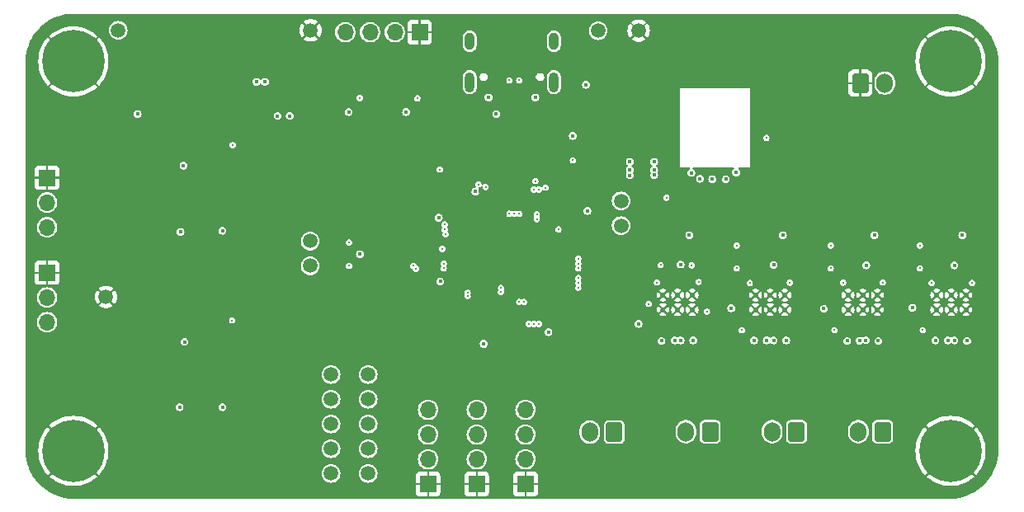
<source format=gbr>
%TF.GenerationSoftware,KiCad,Pcbnew,8.0.4*%
%TF.CreationDate,2025-01-23T17:28:26+01:00*%
%TF.ProjectId,OpenHand_v3,4f70656e-4861-46e6-945f-76332e6b6963,rev?*%
%TF.SameCoordinates,Original*%
%TF.FileFunction,Copper,L3,Inr*%
%TF.FilePolarity,Positive*%
%FSLAX46Y46*%
G04 Gerber Fmt 4.6, Leading zero omitted, Abs format (unit mm)*
G04 Created by KiCad (PCBNEW 8.0.4) date 2025-01-23 17:28:26*
%MOMM*%
%LPD*%
G01*
G04 APERTURE LIST*
G04 Aperture macros list*
%AMRoundRect*
0 Rectangle with rounded corners*
0 $1 Rounding radius*
0 $2 $3 $4 $5 $6 $7 $8 $9 X,Y pos of 4 corners*
0 Add a 4 corners polygon primitive as box body*
4,1,4,$2,$3,$4,$5,$6,$7,$8,$9,$2,$3,0*
0 Add four circle primitives for the rounded corners*
1,1,$1+$1,$2,$3*
1,1,$1+$1,$4,$5*
1,1,$1+$1,$6,$7*
1,1,$1+$1,$8,$9*
0 Add four rect primitives between the rounded corners*
20,1,$1+$1,$2,$3,$4,$5,0*
20,1,$1+$1,$4,$5,$6,$7,0*
20,1,$1+$1,$6,$7,$8,$9,0*
20,1,$1+$1,$8,$9,$2,$3,0*%
G04 Aperture macros list end*
%TA.AperFunction,ComponentPad*%
%ADD10C,0.800000*%
%TD*%
%TA.AperFunction,ComponentPad*%
%ADD11C,6.400000*%
%TD*%
%TA.AperFunction,ComponentPad*%
%ADD12RoundRect,0.250000X0.600000X0.750000X-0.600000X0.750000X-0.600000X-0.750000X0.600000X-0.750000X0*%
%TD*%
%TA.AperFunction,ComponentPad*%
%ADD13O,1.700000X2.000000*%
%TD*%
%TA.AperFunction,ComponentPad*%
%ADD14C,1.500000*%
%TD*%
%TA.AperFunction,ComponentPad*%
%ADD15R,1.700000X1.700000*%
%TD*%
%TA.AperFunction,ComponentPad*%
%ADD16O,1.700000X1.700000*%
%TD*%
%TA.AperFunction,HeatsinkPad*%
%ADD17C,0.500000*%
%TD*%
%TA.AperFunction,ComponentPad*%
%ADD18RoundRect,0.250000X-0.600000X-0.750000X0.600000X-0.750000X0.600000X0.750000X-0.600000X0.750000X0*%
%TD*%
%TA.AperFunction,ComponentPad*%
%ADD19O,1.000000X2.100000*%
%TD*%
%TA.AperFunction,ComponentPad*%
%ADD20O,1.000000X1.800000*%
%TD*%
%TA.AperFunction,ViaPad*%
%ADD21C,0.400000*%
%TD*%
%TA.AperFunction,ViaPad*%
%ADD22C,0.250000*%
%TD*%
G04 APERTURE END LIST*
D10*
%TO.N,GND*%
%TO.C,H4*%
X192600000Y-145000000D03*
X193302944Y-143302944D03*
X193302944Y-146697056D03*
X195000000Y-142600000D03*
D11*
X195000000Y-145000000D03*
D10*
X195000000Y-147400000D03*
X196697056Y-143302944D03*
X196697056Y-146697056D03*
X197400000Y-145000000D03*
%TD*%
D12*
%TO.N,MOTOR_01_N*%
%TO.C,J1*%
X170350000Y-143035000D03*
D13*
%TO.N,MOTOR_01_P*%
X167850000Y-143035000D03*
%TD*%
D14*
%TO.N,-5V*%
%TO.C,TP18*%
X109600000Y-101800000D03*
%TD*%
%TO.N,+5V*%
%TO.C,TP17*%
X158850000Y-101850000D03*
%TD*%
D15*
%TO.N,GND*%
%TO.C,J15*%
X146400000Y-148400000D03*
D16*
%TO.N,MOTOR_02_ENCODER_B*%
X146400000Y-145860000D03*
%TO.N,MOTOR_02_ENCODER_A*%
X146400000Y-143320000D03*
%TO.N,+5V*%
X146400000Y-140780000D03*
%TD*%
D14*
%TO.N,/PA2*%
%TO.C,TP37*%
X135255000Y-144780000D03*
%TD*%
D17*
%TO.N,GND*%
%TO.C,U10*%
X165500000Y-130500000D03*
X167000000Y-130500000D03*
X168500000Y-130500000D03*
X165500000Y-129000000D03*
X167000000Y-129000000D03*
X168500000Y-129000000D03*
%TD*%
D14*
%TO.N,GND*%
%TO.C,TP6*%
X108350000Y-129200000D03*
%TD*%
%TO.N,/PC14*%
%TO.C,TP14*%
X131445000Y-144780000D03*
%TD*%
D10*
%TO.N,GND*%
%TO.C,H1*%
X102600000Y-105000000D03*
X103302944Y-103302944D03*
X103302944Y-106697056D03*
X105000000Y-102600000D03*
D11*
X105000000Y-105000000D03*
D10*
X105000000Y-107400000D03*
X106697056Y-103302944D03*
X106697056Y-106697056D03*
X107400000Y-105000000D03*
%TD*%
D14*
%TO.N,/PB5*%
%TO.C,TP41*%
X135255000Y-142240000D03*
%TD*%
%TO.N,/PC5*%
%TO.C,TP1*%
X131445000Y-139700000D03*
%TD*%
%TO.N,UC_SDA*%
%TO.C,TP13*%
X129300000Y-123460000D03*
%TD*%
%TO.N,/PB3*%
%TO.C,TP39*%
X135255000Y-137160000D03*
%TD*%
%TO.N,/PB4*%
%TO.C,TP40*%
X135255000Y-139700000D03*
%TD*%
%TO.N,UC_TX*%
%TO.C,TP2*%
X161200000Y-121870000D03*
%TD*%
%TO.N,/PC13*%
%TO.C,TP4*%
X131445000Y-142240000D03*
%TD*%
%TO.N,/PA3*%
%TO.C,TP38*%
X135255000Y-147320000D03*
%TD*%
D12*
%TO.N,HAPTIC_N*%
%TO.C,J7*%
X160500000Y-143067500D03*
D13*
%TO.N,HAPTIC_P*%
X158000000Y-143067500D03*
%TD*%
D15*
%TO.N,GND*%
%TO.C,J16*%
X151400000Y-148400000D03*
D16*
%TO.N,MOTOR_03_ENCODER_B*%
X151400000Y-145860000D03*
%TO.N,MOTOR_03_ENCODER_A*%
X151400000Y-143320000D03*
%TO.N,+5V*%
X151400000Y-140780000D03*
%TD*%
D15*
%TO.N,GND*%
%TO.C,J12*%
X140530000Y-102000000D03*
D16*
%TO.N,SWCLK*%
X137990000Y-102000000D03*
%TO.N,SWDIO*%
X135450000Y-102000000D03*
%TO.N,+3V3*%
X132910000Y-102000000D03*
%TD*%
D14*
%TO.N,/PC4*%
%TO.C,TP5*%
X131445000Y-137160000D03*
%TD*%
%TO.N,UC_RX*%
%TO.C,TP3*%
X161200000Y-119330000D03*
%TD*%
D15*
%TO.N,GND*%
%TO.C,J11*%
X102300000Y-126700000D03*
D16*
%TO.N,EMG_02_P*%
X102300000Y-129240000D03*
%TO.N,EMG_02_N*%
X102300000Y-131780000D03*
%TD*%
D17*
%TO.N,GND*%
%TO.C,U8*%
X184500000Y-130500000D03*
X186000000Y-130500000D03*
X187500000Y-130500000D03*
X184500000Y-129000000D03*
X186000000Y-129000000D03*
X187500000Y-129000000D03*
%TD*%
%TO.N,GND*%
%TO.C,U9*%
X193580000Y-130500000D03*
X195080000Y-130500000D03*
X196580000Y-130500000D03*
X193580000Y-129000000D03*
X195080000Y-129000000D03*
X196580000Y-129000000D03*
%TD*%
D14*
%TO.N,/PC15*%
%TO.C,TP36*%
X131445000Y-147320000D03*
%TD*%
D18*
%TO.N,GND*%
%TO.C,J3*%
X185750000Y-107232500D03*
D13*
%TO.N,BAT_P*%
X188250000Y-107232500D03*
%TD*%
D10*
%TO.N,GND*%
%TO.C,H3*%
X102600000Y-145000000D03*
X103302944Y-143302944D03*
X103302944Y-146697056D03*
X105000000Y-142600000D03*
D11*
X105000000Y-145000000D03*
D10*
X105000000Y-147400000D03*
X106697056Y-143302944D03*
X106697056Y-146697056D03*
X107400000Y-145000000D03*
%TD*%
D14*
%TO.N,UC_SCL*%
%TO.C,TP12*%
X129300000Y-126000000D03*
%TD*%
D19*
%TO.N,unconnected-(J5-SHIELD-PadS1)_3*%
%TO.C,J5*%
X154320000Y-107125000D03*
D20*
%TO.N,unconnected-(J5-SHIELD-PadS1)_1*%
X154320000Y-102925000D03*
D19*
%TO.N,unconnected-(J5-SHIELD-PadS1)_2*%
X145680000Y-107125000D03*
D20*
%TO.N,unconnected-(J5-SHIELD-PadS1)*%
X145680000Y-102925000D03*
%TD*%
D17*
%TO.N,GND*%
%TO.C,U7*%
X175000000Y-130500000D03*
X176500000Y-130500000D03*
X178000000Y-130500000D03*
X175000000Y-129000000D03*
X176500000Y-129000000D03*
X178000000Y-129000000D03*
%TD*%
D12*
%TO.N,MOTOR_02_N*%
%TO.C,J2*%
X179200000Y-143035000D03*
D13*
%TO.N,MOTOR_02_P*%
X176700000Y-143035000D03*
%TD*%
D15*
%TO.N,GND*%
%TO.C,J14*%
X141400000Y-148400000D03*
D16*
%TO.N,MOTOR_01_ENCODER_B*%
X141400000Y-145860000D03*
%TO.N,MOTOR_01_ENCODER_A*%
X141400000Y-143320000D03*
%TO.N,+5V*%
X141400000Y-140780000D03*
%TD*%
D15*
%TO.N,GND*%
%TO.C,J8*%
X102300000Y-116945000D03*
D16*
%TO.N,EMG_01_P*%
X102300000Y-119485000D03*
%TO.N,EMG_01_N*%
X102300000Y-122025000D03*
%TD*%
D12*
%TO.N,MOTOR_03_N*%
%TO.C,J6*%
X188050000Y-143035000D03*
D13*
%TO.N,MOTOR_03_P*%
X185550000Y-143035000D03*
%TD*%
D14*
%TO.N,GND*%
%TO.C,TP8*%
X163000000Y-101850000D03*
%TD*%
D10*
%TO.N,GND*%
%TO.C,H2*%
X192600000Y-105000000D03*
X193302944Y-103302944D03*
X193302944Y-106697056D03*
X195000000Y-102600000D03*
D11*
X195000000Y-105000000D03*
D10*
X195000000Y-107400000D03*
X196697056Y-103302944D03*
X196697056Y-106697056D03*
X197400000Y-105000000D03*
%TD*%
D14*
%TO.N,GND*%
%TO.C,TP7*%
X129350000Y-101800000D03*
%TD*%
D21*
%TO.N,GND*%
X140650000Y-116050000D03*
X140800000Y-118450000D03*
X114800000Y-127250000D03*
X114650000Y-145250000D03*
D22*
%TO.N,HAPTIC_FAULT*%
X152550000Y-121200000D03*
%TO.N,HAPTIC_EN*%
X152550000Y-120700000D03*
X164050000Y-129900000D03*
%TO.N,VIN_5V_SENSE*%
X151250000Y-129700000D03*
%TO.N,BATT_SENSE*%
X150750000Y-129700000D03*
%TO.N,VIN_5V_SENSE*%
X165850000Y-119000000D03*
%TO.N,BATT_SENSE*%
X176100000Y-112850000D03*
%TO.N,HAPTIC_FAULT*%
X170000000Y-130700000D03*
%TO.N,MOTOR_01_EN*%
X173600000Y-132600000D03*
%TO.N,MOTOR_02_EN*%
X183100000Y-132600000D03*
%TO.N,MOTOR_03_EN*%
X192150000Y-132600000D03*
%TO.N,MOTOR_01_EN*%
X151750000Y-131950000D03*
%TO.N,MOTOR_02_EN*%
X152250000Y-131950000D03*
%TO.N,MOTOR_03_EN*%
X152750000Y-131950000D03*
D21*
%TO.N,MOTOR_01_N*%
X176150000Y-133650000D03*
X176850000Y-133650000D03*
D22*
%TO.N,UC_RST*%
X142600000Y-116100000D03*
X142850000Y-124250000D03*
D21*
%TO.N,+5V*%
X173000000Y-116400000D03*
X124650000Y-107100000D03*
X162100000Y-115300000D03*
X164600000Y-116150000D03*
X172500000Y-130350000D03*
X116400000Y-133800000D03*
X169300000Y-117050000D03*
X167300000Y-125850000D03*
X162100000Y-116150000D03*
X168200000Y-122850000D03*
X171950000Y-117100000D03*
X191100000Y-130300000D03*
X116000000Y-122500000D03*
X186350000Y-125950000D03*
X187200000Y-122850000D03*
X196200000Y-122850000D03*
X164600000Y-115300000D03*
X182000000Y-130400000D03*
X195400000Y-125950000D03*
X157600000Y-107400000D03*
X116300000Y-115700000D03*
X177800000Y-122850000D03*
X123800000Y-107100000D03*
X170550000Y-117100000D03*
X164600000Y-116650000D03*
X168400000Y-116450000D03*
X162100000Y-116700000D03*
X152400000Y-108700000D03*
X147600000Y-108700000D03*
X163000000Y-131950000D03*
X176850000Y-125900000D03*
X115900000Y-140500000D03*
%TO.N,-5V*%
X120300000Y-122400000D03*
X111600000Y-110400000D03*
X120300000Y-140500000D03*
%TO.N,GND*%
X176200000Y-125900000D03*
X153324999Y-131975001D03*
X194750000Y-125900000D03*
X144500000Y-110400000D03*
X110100000Y-140300000D03*
X145900000Y-132999999D03*
X166650000Y-125900000D03*
X119700000Y-113600000D03*
X168950000Y-106900000D03*
X131400000Y-129200000D03*
X176100000Y-114900000D03*
X110200000Y-127800000D03*
X180500000Y-102900000D03*
X158500000Y-114450000D03*
X137650000Y-129200000D03*
X162500000Y-107200000D03*
X180500000Y-103850000D03*
X168950000Y-106200000D03*
X176950000Y-135800000D03*
X164800000Y-122000000D03*
X158200000Y-120850000D03*
X174300000Y-122100000D03*
X110100000Y-145800000D03*
X177850000Y-103850000D03*
X146750000Y-118350000D03*
X167550000Y-136000000D03*
X139850000Y-129200000D03*
X140650000Y-120400000D03*
X182700000Y-113600000D03*
X178900000Y-124000000D03*
D22*
X154750000Y-115500000D03*
D21*
X140800000Y-127300000D03*
X114200000Y-131600000D03*
X119600000Y-131500000D03*
X177850000Y-102900000D03*
X126100000Y-144400000D03*
X124000000Y-140800000D03*
X153250000Y-108600000D03*
X153350000Y-133600000D03*
X183800000Y-122000000D03*
X197300000Y-124000000D03*
X145950000Y-135050000D03*
X143300000Y-126700000D03*
X188300000Y-124000000D03*
X192900000Y-122100000D03*
X114300000Y-113600000D03*
X146800000Y-108700000D03*
D22*
X141250000Y-122600000D03*
D21*
X155700000Y-110400000D03*
X117800000Y-108900000D03*
X185650000Y-125900000D03*
X125000000Y-147000000D03*
X169300000Y-124000000D03*
X164050000Y-107200000D03*
D22*
X141250000Y-124800000D03*
D21*
X169750000Y-106200000D03*
X186600000Y-136000000D03*
X125000000Y-128900000D03*
X174650000Y-104700000D03*
X163250000Y-107200000D03*
X124100000Y-122700000D03*
X158500000Y-110400000D03*
D22*
X137200000Y-124700000D03*
D21*
X110200000Y-122300000D03*
X195800000Y-136000000D03*
X146650000Y-131800000D03*
X133500000Y-129200000D03*
X126200000Y-126200000D03*
X156650000Y-121750000D03*
D22*
%TO.N,UC_SCL*%
X147300000Y-117900000D03*
X133300000Y-126000000D03*
%TO.N,UC_SDA*%
X133300000Y-123600000D03*
X146550000Y-117625000D03*
%TO.N,UC_RX*%
X152250000Y-118150000D03*
%TO.N,UC_TX*%
X152750000Y-118150000D03*
D21*
%TO.N,MOTOR_01_P*%
X178150000Y-133650000D03*
X174850000Y-133650000D03*
%TO.N,MOTOR_02_N*%
X185675000Y-133675000D03*
X186325000Y-133625000D03*
%TO.N,MOTOR_02_P*%
X184400000Y-133700000D03*
X187600000Y-133700000D03*
%TO.N,MOTOR_03_N*%
X194750000Y-133650000D03*
X195400000Y-133650000D03*
%TO.N,MOTOR_03_P*%
X196700000Y-133700000D03*
X193450000Y-133650000D03*
%TO.N,+3V3*%
X139150000Y-110200000D03*
X142500000Y-121050000D03*
X148400000Y-110400000D03*
X153750000Y-132800000D03*
X125950000Y-110600000D03*
X156250000Y-112650000D03*
X134400000Y-124800000D03*
X133250000Y-110200000D03*
X157750000Y-120350000D03*
X127200000Y-110600000D03*
X142650000Y-127600000D03*
X147100000Y-134000000D03*
X146250000Y-118350000D03*
D22*
%TO.N,USB_D-*%
X150750000Y-106950000D03*
X149750000Y-106950000D03*
%TO.N,TRIM_POT_01*%
X143000000Y-125750000D03*
X134400000Y-108750000D03*
%TO.N,TRIM_POT_02*%
X143000000Y-126249999D03*
X140300000Y-108800000D03*
%TO.N,EMG_02_UC*%
X121300000Y-131600000D03*
X140150000Y-126300000D03*
%TO.N,EMG_01_UC*%
X121350000Y-113600000D03*
X139900000Y-126000000D03*
%TO.N,MOTOR_01_DIR*%
X174400000Y-127750000D03*
X156800000Y-128250000D03*
X173050000Y-126250000D03*
X178521425Y-127712657D03*
%TO.N,MOTOR_02_DIR*%
X183981096Y-127717667D03*
X156800000Y-127750000D03*
X188050000Y-127700000D03*
X182700000Y-126250000D03*
%TO.N,MOTOR_01_PWM*%
X173050000Y-123900000D03*
X156800000Y-126250000D03*
%TO.N,MOTOR_02_PWM*%
X182700000Y-123900000D03*
X156800000Y-125750000D03*
%TO.N,MOTOR_03_DIR*%
X197200000Y-127750000D03*
X156800000Y-127250000D03*
X193050000Y-127750000D03*
X191850000Y-126250000D03*
%TO.N,MOTOR_03_PWM*%
X191850000Y-123900000D03*
X156800000Y-125250000D03*
D21*
%TO.N,HAPTIC_P*%
X165350000Y-133700000D03*
X168600000Y-133650000D03*
%TO.N,HAPTIC_N*%
X166700000Y-133650000D03*
X167300000Y-133650000D03*
D22*
%TO.N,BTN*%
X156250000Y-115162500D03*
X152400000Y-117283363D03*
%TO.N,SWDIO*%
X154775000Y-122250000D03*
X153475000Y-117969454D03*
%TO.N,HAPTIC_DIR*%
X164900000Y-127700000D03*
X169150000Y-127650000D03*
%TO.N,HAPTIC_PWM*%
X168450000Y-125950000D03*
X165250000Y-125900000D03*
%TO.N,/PC5*%
X148900000Y-128250000D03*
%TO.N,/PC13*%
X143100000Y-121750000D03*
%TO.N,/PC4*%
X148869455Y-128669455D03*
%TO.N,/PC14*%
X143100000Y-122250000D03*
%TO.N,/PC15*%
X143200000Y-122750000D03*
%TO.N,/PA2*%
X145450000Y-128750000D03*
%TO.N,/PA3*%
X145450000Y-129100000D03*
%TO.N,/PB3*%
X150750000Y-120650000D03*
%TO.N,/PB4*%
X150250000Y-120650000D03*
%TO.N,/PB5*%
X149750000Y-120650000D03*
%TD*%
%TA.AperFunction,Conductor*%
%TO.N,GND*%
G36*
X103939339Y-146202081D02*
G01*
X103535707Y-146605714D01*
X103514884Y-146555442D01*
X103444558Y-146485116D01*
X103394283Y-146464291D01*
X103797916Y-146060658D01*
X103939339Y-146202081D01*
G37*
%TD.AperFunction*%
%TA.AperFunction,Conductor*%
G36*
X106605715Y-146464292D02*
G01*
X106555442Y-146485116D01*
X106485116Y-146555442D01*
X106464292Y-146605714D01*
X106060659Y-146202082D01*
X106202082Y-146060659D01*
X106605715Y-146464292D01*
G37*
%TD.AperFunction*%
%TA.AperFunction,Conductor*%
G36*
X103939340Y-143797917D02*
G01*
X103797917Y-143939340D01*
X103394284Y-143535707D01*
X103444558Y-143514884D01*
X103514884Y-143444558D01*
X103535707Y-143394284D01*
X103939340Y-143797917D01*
G37*
%TD.AperFunction*%
%TA.AperFunction,Conductor*%
G36*
X106485116Y-143444558D02*
G01*
X106555442Y-143514884D01*
X106605714Y-143535707D01*
X106202081Y-143939339D01*
X106060658Y-143797916D01*
X106464291Y-143394283D01*
X106485116Y-143444558D01*
G37*
%TD.AperFunction*%
%TA.AperFunction,Conductor*%
G36*
X193939339Y-146202081D02*
G01*
X193535707Y-146605714D01*
X193514884Y-146555442D01*
X193444558Y-146485116D01*
X193394283Y-146464291D01*
X193797916Y-146060658D01*
X193939339Y-146202081D01*
G37*
%TD.AperFunction*%
%TA.AperFunction,Conductor*%
G36*
X196605715Y-146464292D02*
G01*
X196555442Y-146485116D01*
X196485116Y-146555442D01*
X196464292Y-146605714D01*
X196060659Y-146202082D01*
X196202082Y-146060659D01*
X196605715Y-146464292D01*
G37*
%TD.AperFunction*%
%TA.AperFunction,Conductor*%
G36*
X193939340Y-143797917D02*
G01*
X193797917Y-143939340D01*
X193394284Y-143535707D01*
X193444558Y-143514884D01*
X193514884Y-143444558D01*
X193535707Y-143394284D01*
X193939340Y-143797917D01*
G37*
%TD.AperFunction*%
%TA.AperFunction,Conductor*%
G36*
X196485116Y-143444558D02*
G01*
X196555442Y-143514884D01*
X196605714Y-143535707D01*
X196202081Y-143939339D01*
X196060658Y-143797916D01*
X196464291Y-143394283D01*
X196485116Y-143444558D01*
G37*
%TD.AperFunction*%
%TA.AperFunction,Conductor*%
G36*
X103939339Y-106202081D02*
G01*
X103535707Y-106605714D01*
X103514884Y-106555442D01*
X103444558Y-106485116D01*
X103394283Y-106464291D01*
X103797916Y-106060658D01*
X103939339Y-106202081D01*
G37*
%TD.AperFunction*%
%TA.AperFunction,Conductor*%
G36*
X106605715Y-106464292D02*
G01*
X106555442Y-106485116D01*
X106485116Y-106555442D01*
X106464292Y-106605714D01*
X106060659Y-106202082D01*
X106202082Y-106060659D01*
X106605715Y-106464292D01*
G37*
%TD.AperFunction*%
%TA.AperFunction,Conductor*%
G36*
X103939340Y-103797917D02*
G01*
X103797917Y-103939340D01*
X103394284Y-103535707D01*
X103444558Y-103514884D01*
X103514884Y-103444558D01*
X103535707Y-103394284D01*
X103939340Y-103797917D01*
G37*
%TD.AperFunction*%
%TA.AperFunction,Conductor*%
G36*
X106485116Y-103444558D02*
G01*
X106555442Y-103514884D01*
X106605714Y-103535707D01*
X106202081Y-103939339D01*
X106060658Y-103797916D01*
X106464291Y-103394283D01*
X106485116Y-103444558D01*
G37*
%TD.AperFunction*%
%TA.AperFunction,Conductor*%
G36*
X193939339Y-106202081D02*
G01*
X193535707Y-106605714D01*
X193514884Y-106555442D01*
X193444558Y-106485116D01*
X193394283Y-106464291D01*
X193797916Y-106060658D01*
X193939339Y-106202081D01*
G37*
%TD.AperFunction*%
%TA.AperFunction,Conductor*%
G36*
X196605715Y-106464292D02*
G01*
X196555442Y-106485116D01*
X196485116Y-106555442D01*
X196464292Y-106605714D01*
X196060659Y-106202082D01*
X196202082Y-106060659D01*
X196605715Y-106464292D01*
G37*
%TD.AperFunction*%
%TA.AperFunction,Conductor*%
G36*
X193939340Y-103797917D02*
G01*
X193797917Y-103939340D01*
X193394284Y-103535707D01*
X193444558Y-103514884D01*
X193514884Y-103444558D01*
X193535707Y-103394284D01*
X193939340Y-103797917D01*
G37*
%TD.AperFunction*%
%TA.AperFunction,Conductor*%
G36*
X196485116Y-103444558D02*
G01*
X196555442Y-103514884D01*
X196605714Y-103535707D01*
X196202081Y-103939339D01*
X196060658Y-103797916D01*
X196464291Y-103394283D01*
X196485116Y-103444558D01*
G37*
%TD.AperFunction*%
%TA.AperFunction,Conductor*%
G36*
X195002152Y-100100593D02*
G01*
X195422716Y-100118956D01*
X195431296Y-100119706D01*
X195846505Y-100174370D01*
X195855010Y-100175870D01*
X195972778Y-100201978D01*
X196263872Y-100266512D01*
X196272187Y-100268739D01*
X196671605Y-100394676D01*
X196679721Y-100397630D01*
X197066634Y-100557895D01*
X197074446Y-100561537D01*
X197436478Y-100750000D01*
X197445910Y-100754910D01*
X197453390Y-100759228D01*
X197806598Y-100984246D01*
X197813672Y-100989200D01*
X197860129Y-101024848D01*
X198145912Y-101244136D01*
X198152513Y-101249675D01*
X198461302Y-101532627D01*
X198467372Y-101538697D01*
X198750322Y-101847484D01*
X198755863Y-101854087D01*
X199010799Y-102186327D01*
X199015753Y-102193401D01*
X199240771Y-102546609D01*
X199245089Y-102554089D01*
X199438458Y-102925546D01*
X199442108Y-102933373D01*
X199602369Y-103320278D01*
X199605323Y-103328394D01*
X199731255Y-103727796D01*
X199733490Y-103736139D01*
X199824129Y-104144989D01*
X199825629Y-104153494D01*
X199880291Y-104568691D01*
X199881044Y-104577295D01*
X199899406Y-104997847D01*
X199899500Y-105002165D01*
X199899500Y-144997834D01*
X199899406Y-145002152D01*
X199881044Y-145422704D01*
X199880291Y-145431308D01*
X199825629Y-145846505D01*
X199824129Y-145855010D01*
X199733490Y-146263860D01*
X199731255Y-146272203D01*
X199605323Y-146671605D01*
X199602369Y-146679721D01*
X199442108Y-147066626D01*
X199438458Y-147074453D01*
X199245089Y-147445910D01*
X199240771Y-147453390D01*
X199015753Y-147806598D01*
X199010799Y-147813672D01*
X198755863Y-148145912D01*
X198750313Y-148152526D01*
X198467383Y-148461290D01*
X198461290Y-148467383D01*
X198425696Y-148500000D01*
X198152528Y-148750312D01*
X198145912Y-148755863D01*
X197813672Y-149010799D01*
X197806598Y-149015753D01*
X197453390Y-149240771D01*
X197445910Y-149245089D01*
X197074453Y-149438458D01*
X197066626Y-149442108D01*
X196679721Y-149602369D01*
X196671605Y-149605323D01*
X196272203Y-149731255D01*
X196263860Y-149733490D01*
X195855010Y-149824129D01*
X195846505Y-149825629D01*
X195431308Y-149880291D01*
X195422704Y-149881044D01*
X195002153Y-149899406D01*
X194997835Y-149899500D01*
X105002165Y-149899500D01*
X104997847Y-149899406D01*
X104577295Y-149881044D01*
X104568691Y-149880291D01*
X104153494Y-149825629D01*
X104144989Y-149824129D01*
X103736139Y-149733490D01*
X103727796Y-149731255D01*
X103328394Y-149605323D01*
X103320278Y-149602369D01*
X102933373Y-149442108D01*
X102925546Y-149438458D01*
X102554089Y-149245089D01*
X102546609Y-149240771D01*
X102193401Y-149015753D01*
X102186327Y-149010799D01*
X101854087Y-148755863D01*
X101847484Y-148750322D01*
X101538697Y-148467372D01*
X101532627Y-148461302D01*
X101249675Y-148152513D01*
X101244136Y-148145912D01*
X101219753Y-148114136D01*
X100989200Y-147813672D01*
X100984246Y-147806598D01*
X100902951Y-147678991D01*
X100800717Y-147518515D01*
X100759228Y-147453390D01*
X100754910Y-147445910D01*
X100638536Y-147222358D01*
X100561537Y-147074446D01*
X100557891Y-147066626D01*
X100470505Y-146855658D01*
X100397630Y-146679721D01*
X100394676Y-146671605D01*
X100348724Y-146525864D01*
X100268739Y-146272187D01*
X100266512Y-146263872D01*
X100175870Y-145855010D01*
X100174370Y-145846505D01*
X100173327Y-145838583D01*
X100119706Y-145431296D01*
X100118956Y-145422716D01*
X100100594Y-145002152D01*
X100100547Y-144999993D01*
X101395060Y-144999993D01*
X101395060Y-145000006D01*
X101414806Y-145376807D01*
X101414808Y-145376827D01*
X101473835Y-145749503D01*
X101571497Y-146113985D01*
X101571502Y-146114002D01*
X101706723Y-146466261D01*
X101878027Y-146802465D01*
X101878033Y-146802476D01*
X102083544Y-147118933D01*
X102321003Y-147412171D01*
X102383704Y-147474872D01*
X103070179Y-146788395D01*
X103091004Y-146838670D01*
X103161330Y-146908996D01*
X103211602Y-146929819D01*
X102525127Y-147616295D01*
X102587828Y-147678996D01*
X102881066Y-147916455D01*
X103197523Y-148121966D01*
X103197534Y-148121972D01*
X103533738Y-148293276D01*
X103885997Y-148428497D01*
X103886014Y-148428502D01*
X104250496Y-148526164D01*
X104623172Y-148585191D01*
X104623192Y-148585193D01*
X104999994Y-148604940D01*
X105000006Y-148604940D01*
X105376807Y-148585193D01*
X105376827Y-148585191D01*
X105749503Y-148526164D01*
X106113985Y-148428502D01*
X106114002Y-148428497D01*
X106466261Y-148293276D01*
X106802465Y-148121972D01*
X106802476Y-148121966D01*
X107118927Y-147916459D01*
X107412177Y-147678991D01*
X107474873Y-147616295D01*
X106788397Y-146929819D01*
X106838670Y-146908996D01*
X106908996Y-146838670D01*
X106929819Y-146788396D01*
X107616295Y-147474872D01*
X107678991Y-147412177D01*
X107753638Y-147319995D01*
X130489901Y-147319995D01*
X130489901Y-147320004D01*
X130508251Y-147506325D01*
X130508252Y-147506328D01*
X130562605Y-147685504D01*
X130562606Y-147685506D01*
X130650859Y-147850617D01*
X130650862Y-147850622D01*
X130650864Y-147850625D01*
X130691385Y-147900000D01*
X130769638Y-147995352D01*
X130769647Y-147995361D01*
X130837145Y-148050755D01*
X130914375Y-148114136D01*
X130914380Y-148114138D01*
X130914382Y-148114140D01*
X131079493Y-148202393D01*
X131079499Y-148202396D01*
X131258669Y-148256747D01*
X131258671Y-148256747D01*
X131258674Y-148256748D01*
X131444996Y-148275099D01*
X131445000Y-148275099D01*
X131445004Y-148275099D01*
X131631325Y-148256748D01*
X131631326Y-148256747D01*
X131631331Y-148256747D01*
X131810501Y-148202396D01*
X131975625Y-148114136D01*
X132120357Y-147995357D01*
X132239136Y-147850625D01*
X132327396Y-147685501D01*
X132381747Y-147506331D01*
X132384846Y-147474872D01*
X132400099Y-147320004D01*
X132400099Y-147319995D01*
X134299901Y-147319995D01*
X134299901Y-147320004D01*
X134318251Y-147506325D01*
X134318252Y-147506328D01*
X134372605Y-147685504D01*
X134372606Y-147685506D01*
X134460859Y-147850617D01*
X134460862Y-147850622D01*
X134460864Y-147850625D01*
X134501385Y-147900000D01*
X134579638Y-147995352D01*
X134579647Y-147995361D01*
X134647145Y-148050755D01*
X134724375Y-148114136D01*
X134724380Y-148114138D01*
X134724382Y-148114140D01*
X134889493Y-148202393D01*
X134889499Y-148202396D01*
X135068669Y-148256747D01*
X135068671Y-148256747D01*
X135068674Y-148256748D01*
X135254996Y-148275099D01*
X135255000Y-148275099D01*
X135255004Y-148275099D01*
X135441325Y-148256748D01*
X135441326Y-148256747D01*
X135441331Y-148256747D01*
X135620501Y-148202396D01*
X135785625Y-148114136D01*
X135930357Y-147995357D01*
X136049136Y-147850625D01*
X136137396Y-147685501D01*
X136188051Y-147518515D01*
X140150000Y-147518515D01*
X140150000Y-148299999D01*
X140150001Y-148300000D01*
X140909157Y-148300000D01*
X140900000Y-148334174D01*
X140900000Y-148465826D01*
X140909157Y-148500000D01*
X140150002Y-148500000D01*
X140150001Y-148500001D01*
X140150001Y-149281485D01*
X140164833Y-149375141D01*
X140164836Y-149375151D01*
X140222358Y-149488043D01*
X140311956Y-149577641D01*
X140424848Y-149635163D01*
X140424852Y-149635164D01*
X140518515Y-149649999D01*
X141299998Y-149649999D01*
X141300000Y-149649998D01*
X141300000Y-148890842D01*
X141334174Y-148900000D01*
X141465826Y-148900000D01*
X141500000Y-148890842D01*
X141500000Y-149649998D01*
X141500001Y-149649999D01*
X142281483Y-149649999D01*
X142281485Y-149649998D01*
X142375141Y-149635166D01*
X142375151Y-149635163D01*
X142488043Y-149577641D01*
X142577641Y-149488043D01*
X142635163Y-149375151D01*
X142635164Y-149375147D01*
X142650000Y-149281484D01*
X142650000Y-148500001D01*
X142649999Y-148500000D01*
X141890843Y-148500000D01*
X141900000Y-148465826D01*
X141900000Y-148334174D01*
X141890843Y-148300000D01*
X142649998Y-148300000D01*
X142649999Y-148299999D01*
X142649999Y-147518516D01*
X142649998Y-147518515D01*
X145150000Y-147518515D01*
X145150000Y-148299999D01*
X145150001Y-148300000D01*
X145909157Y-148300000D01*
X145900000Y-148334174D01*
X145900000Y-148465826D01*
X145909157Y-148500000D01*
X145150002Y-148500000D01*
X145150001Y-148500001D01*
X145150001Y-149281485D01*
X145164833Y-149375141D01*
X145164836Y-149375151D01*
X145222358Y-149488043D01*
X145311956Y-149577641D01*
X145424848Y-149635163D01*
X145424852Y-149635164D01*
X145518515Y-149649999D01*
X146299998Y-149649999D01*
X146300000Y-149649998D01*
X146300000Y-148890842D01*
X146334174Y-148900000D01*
X146465826Y-148900000D01*
X146500000Y-148890842D01*
X146500000Y-149649998D01*
X146500001Y-149649999D01*
X147281483Y-149649999D01*
X147281485Y-149649998D01*
X147375141Y-149635166D01*
X147375151Y-149635163D01*
X147488043Y-149577641D01*
X147577641Y-149488043D01*
X147635163Y-149375151D01*
X147635164Y-149375147D01*
X147650000Y-149281484D01*
X147650000Y-148500001D01*
X147649999Y-148500000D01*
X146890843Y-148500000D01*
X146900000Y-148465826D01*
X146900000Y-148334174D01*
X146890843Y-148300000D01*
X147649998Y-148300000D01*
X147649999Y-148299999D01*
X147649999Y-147518516D01*
X147649998Y-147518515D01*
X150150000Y-147518515D01*
X150150000Y-148299999D01*
X150150001Y-148300000D01*
X150909157Y-148300000D01*
X150900000Y-148334174D01*
X150900000Y-148465826D01*
X150909157Y-148500000D01*
X150150002Y-148500000D01*
X150150001Y-148500001D01*
X150150001Y-149281485D01*
X150164833Y-149375141D01*
X150164836Y-149375151D01*
X150222358Y-149488043D01*
X150311956Y-149577641D01*
X150424848Y-149635163D01*
X150424852Y-149635164D01*
X150518515Y-149649999D01*
X151299998Y-149649999D01*
X151300000Y-149649998D01*
X151300000Y-148890842D01*
X151334174Y-148900000D01*
X151465826Y-148900000D01*
X151500000Y-148890842D01*
X151500000Y-149649998D01*
X151500001Y-149649999D01*
X152281483Y-149649999D01*
X152281485Y-149649998D01*
X152375141Y-149635166D01*
X152375151Y-149635163D01*
X152488043Y-149577641D01*
X152577641Y-149488043D01*
X152635163Y-149375151D01*
X152635164Y-149375147D01*
X152650000Y-149281484D01*
X152650000Y-148500001D01*
X152649999Y-148500000D01*
X151890843Y-148500000D01*
X151900000Y-148465826D01*
X151900000Y-148334174D01*
X151890843Y-148300000D01*
X152649998Y-148300000D01*
X152649999Y-148299999D01*
X152649999Y-147518516D01*
X152649998Y-147518514D01*
X152635166Y-147424858D01*
X152635163Y-147424848D01*
X152577641Y-147311956D01*
X152488043Y-147222358D01*
X152375151Y-147164836D01*
X152375147Y-147164835D01*
X152281484Y-147150000D01*
X151500001Y-147150000D01*
X151500000Y-147150001D01*
X151500000Y-147909157D01*
X151465826Y-147900000D01*
X151334174Y-147900000D01*
X151300000Y-147909157D01*
X151300000Y-147150001D01*
X151299999Y-147150000D01*
X150518516Y-147150000D01*
X150518514Y-147150001D01*
X150424858Y-147164833D01*
X150424848Y-147164836D01*
X150311956Y-147222358D01*
X150222358Y-147311956D01*
X150164836Y-147424848D01*
X150164835Y-147424852D01*
X150150000Y-147518515D01*
X147649998Y-147518515D01*
X147649998Y-147518514D01*
X147635166Y-147424858D01*
X147635163Y-147424848D01*
X147577641Y-147311956D01*
X147488043Y-147222358D01*
X147375151Y-147164836D01*
X147375147Y-147164835D01*
X147281484Y-147150000D01*
X146500001Y-147150000D01*
X146500000Y-147150001D01*
X146500000Y-147909157D01*
X146465826Y-147900000D01*
X146334174Y-147900000D01*
X146300000Y-147909157D01*
X146300000Y-147150001D01*
X146299999Y-147150000D01*
X145518516Y-147150000D01*
X145518514Y-147150001D01*
X145424858Y-147164833D01*
X145424848Y-147164836D01*
X145311956Y-147222358D01*
X145222358Y-147311956D01*
X145164836Y-147424848D01*
X145164835Y-147424852D01*
X145150000Y-147518515D01*
X142649998Y-147518515D01*
X142649998Y-147518514D01*
X142635166Y-147424858D01*
X142635163Y-147424848D01*
X142577641Y-147311956D01*
X142488043Y-147222358D01*
X142375151Y-147164836D01*
X142375147Y-147164835D01*
X142281484Y-147150000D01*
X141500001Y-147150000D01*
X141500000Y-147150001D01*
X141500000Y-147909157D01*
X141465826Y-147900000D01*
X141334174Y-147900000D01*
X141300000Y-147909157D01*
X141300000Y-147150001D01*
X141299999Y-147150000D01*
X140518516Y-147150000D01*
X140518514Y-147150001D01*
X140424858Y-147164833D01*
X140424848Y-147164836D01*
X140311956Y-147222358D01*
X140222358Y-147311956D01*
X140164836Y-147424848D01*
X140164835Y-147424852D01*
X140150000Y-147518515D01*
X136188051Y-147518515D01*
X136191747Y-147506331D01*
X136194846Y-147474872D01*
X136210099Y-147320004D01*
X136210099Y-147319995D01*
X136191748Y-147133674D01*
X136191747Y-147133671D01*
X136191747Y-147133669D01*
X136137396Y-146954499D01*
X136116595Y-146915583D01*
X136049140Y-146789382D01*
X136049138Y-146789380D01*
X136049136Y-146789375D01*
X135955868Y-146675728D01*
X135930361Y-146644647D01*
X135930352Y-146644638D01*
X135827954Y-146560603D01*
X135785625Y-146525864D01*
X135785622Y-146525862D01*
X135785617Y-146525859D01*
X135620506Y-146437606D01*
X135620504Y-146437605D01*
X135441328Y-146383252D01*
X135441325Y-146383251D01*
X135255004Y-146364901D01*
X135254996Y-146364901D01*
X135068674Y-146383251D01*
X135068671Y-146383252D01*
X134889495Y-146437605D01*
X134889493Y-146437606D01*
X134724382Y-146525859D01*
X134724376Y-146525863D01*
X134579647Y-146644638D01*
X134579638Y-146644647D01*
X134460863Y-146789376D01*
X134460859Y-146789382D01*
X134372606Y-146954493D01*
X134372605Y-146954495D01*
X134318252Y-147133671D01*
X134318251Y-147133674D01*
X134299901Y-147319995D01*
X132400099Y-147319995D01*
X132381748Y-147133674D01*
X132381747Y-147133671D01*
X132381747Y-147133669D01*
X132327396Y-146954499D01*
X132306595Y-146915583D01*
X132239140Y-146789382D01*
X132239138Y-146789380D01*
X132239136Y-146789375D01*
X132145868Y-146675728D01*
X132120361Y-146644647D01*
X132120352Y-146644638D01*
X132017954Y-146560603D01*
X131975625Y-146525864D01*
X131975622Y-146525862D01*
X131975617Y-146525859D01*
X131810506Y-146437606D01*
X131810504Y-146437605D01*
X131631328Y-146383252D01*
X131631325Y-146383251D01*
X131445004Y-146364901D01*
X131444996Y-146364901D01*
X131258674Y-146383251D01*
X131258671Y-146383252D01*
X131079495Y-146437605D01*
X131079493Y-146437606D01*
X130914382Y-146525859D01*
X130914376Y-146525863D01*
X130769647Y-146644638D01*
X130769638Y-146644647D01*
X130650863Y-146789376D01*
X130650859Y-146789382D01*
X130562606Y-146954493D01*
X130562605Y-146954495D01*
X130508252Y-147133671D01*
X130508251Y-147133674D01*
X130489901Y-147319995D01*
X107753638Y-147319995D01*
X107916459Y-147118927D01*
X108121966Y-146802476D01*
X108121972Y-146802465D01*
X108293276Y-146466261D01*
X108428497Y-146114002D01*
X108428502Y-146113985D01*
X108496558Y-145859996D01*
X140344417Y-145859996D01*
X140344417Y-145860003D01*
X140364698Y-146065929D01*
X140364699Y-146065934D01*
X140424768Y-146263954D01*
X140522316Y-146446452D01*
X140522812Y-146447056D01*
X140653590Y-146606410D01*
X140653595Y-146606414D01*
X140813547Y-146737683D01*
X140813548Y-146737683D01*
X140813550Y-146737685D01*
X140996046Y-146835232D01*
X141133997Y-146877078D01*
X141194065Y-146895300D01*
X141194070Y-146895301D01*
X141399997Y-146915583D01*
X141400000Y-146915583D01*
X141400003Y-146915583D01*
X141605929Y-146895301D01*
X141605934Y-146895300D01*
X141803954Y-146835232D01*
X141986450Y-146737685D01*
X142146410Y-146606410D01*
X142277685Y-146446450D01*
X142375232Y-146263954D01*
X142435300Y-146065934D01*
X142435301Y-146065929D01*
X142455583Y-145860003D01*
X142455583Y-145859996D01*
X145344417Y-145859996D01*
X145344417Y-145860003D01*
X145364698Y-146065929D01*
X145364699Y-146065934D01*
X145424768Y-146263954D01*
X145522316Y-146446452D01*
X145522812Y-146447056D01*
X145653590Y-146606410D01*
X145653595Y-146606414D01*
X145813547Y-146737683D01*
X145813548Y-146737683D01*
X145813550Y-146737685D01*
X145996046Y-146835232D01*
X146133997Y-146877078D01*
X146194065Y-146895300D01*
X146194070Y-146895301D01*
X146399997Y-146915583D01*
X146400000Y-146915583D01*
X146400003Y-146915583D01*
X146605929Y-146895301D01*
X146605934Y-146895300D01*
X146803954Y-146835232D01*
X146986450Y-146737685D01*
X147146410Y-146606410D01*
X147277685Y-146446450D01*
X147375232Y-146263954D01*
X147435300Y-146065934D01*
X147435301Y-146065929D01*
X147455583Y-145860003D01*
X147455583Y-145859996D01*
X150344417Y-145859996D01*
X150344417Y-145860003D01*
X150364698Y-146065929D01*
X150364699Y-146065934D01*
X150424768Y-146263954D01*
X150522316Y-146446452D01*
X150522812Y-146447056D01*
X150653590Y-146606410D01*
X150653595Y-146606414D01*
X150813547Y-146737683D01*
X150813548Y-146737683D01*
X150813550Y-146737685D01*
X150996046Y-146835232D01*
X151133997Y-146877078D01*
X151194065Y-146895300D01*
X151194070Y-146895301D01*
X151399997Y-146915583D01*
X151400000Y-146915583D01*
X151400003Y-146915583D01*
X151605929Y-146895301D01*
X151605934Y-146895300D01*
X151803954Y-146835232D01*
X151986450Y-146737685D01*
X152146410Y-146606410D01*
X152277685Y-146446450D01*
X152375232Y-146263954D01*
X152435300Y-146065934D01*
X152435301Y-146065929D01*
X152455583Y-145860003D01*
X152455583Y-145859996D01*
X152435301Y-145654070D01*
X152435300Y-145654065D01*
X152411054Y-145574136D01*
X152375232Y-145456046D01*
X152277685Y-145273550D01*
X152258358Y-145250000D01*
X152146414Y-145113595D01*
X152146410Y-145113590D01*
X152146404Y-145113585D01*
X152007992Y-144999993D01*
X191395060Y-144999993D01*
X191395060Y-145000006D01*
X191414806Y-145376807D01*
X191414808Y-145376827D01*
X191473835Y-145749503D01*
X191571497Y-146113985D01*
X191571502Y-146114002D01*
X191706723Y-146466261D01*
X191878027Y-146802465D01*
X191878033Y-146802476D01*
X192083544Y-147118933D01*
X192321003Y-147412171D01*
X192383704Y-147474872D01*
X193070179Y-146788395D01*
X193091004Y-146838670D01*
X193161330Y-146908996D01*
X193211602Y-146929819D01*
X192525127Y-147616295D01*
X192587828Y-147678996D01*
X192881066Y-147916455D01*
X193197523Y-148121966D01*
X193197534Y-148121972D01*
X193533738Y-148293276D01*
X193885997Y-148428497D01*
X193886014Y-148428502D01*
X194250496Y-148526164D01*
X194623172Y-148585191D01*
X194623192Y-148585193D01*
X194999994Y-148604940D01*
X195000006Y-148604940D01*
X195376807Y-148585193D01*
X195376827Y-148585191D01*
X195749503Y-148526164D01*
X196113985Y-148428502D01*
X196114002Y-148428497D01*
X196466261Y-148293276D01*
X196802465Y-148121972D01*
X196802476Y-148121966D01*
X197118927Y-147916459D01*
X197412177Y-147678991D01*
X197474873Y-147616295D01*
X196788397Y-146929819D01*
X196838670Y-146908996D01*
X196908996Y-146838670D01*
X196929819Y-146788396D01*
X197616295Y-147474872D01*
X197678991Y-147412177D01*
X197916459Y-147118927D01*
X198121966Y-146802476D01*
X198121972Y-146802465D01*
X198293276Y-146466261D01*
X198428497Y-146114002D01*
X198428502Y-146113985D01*
X198526164Y-145749503D01*
X198585191Y-145376827D01*
X198585193Y-145376807D01*
X198604940Y-145000006D01*
X198604940Y-144999993D01*
X198585193Y-144623192D01*
X198585191Y-144623172D01*
X198526164Y-144250496D01*
X198428502Y-143886014D01*
X198428497Y-143885997D01*
X198293276Y-143533738D01*
X198121972Y-143197534D01*
X198121966Y-143197523D01*
X197916455Y-142881066D01*
X197678996Y-142587828D01*
X197616295Y-142525127D01*
X196929819Y-143211602D01*
X196908996Y-143161330D01*
X196838670Y-143091004D01*
X196788395Y-143070179D01*
X197474872Y-142383704D01*
X197412171Y-142321003D01*
X197118933Y-142083544D01*
X196802476Y-141878033D01*
X196802465Y-141878027D01*
X196466261Y-141706723D01*
X196114002Y-141571502D01*
X196113985Y-141571497D01*
X195749503Y-141473835D01*
X195376827Y-141414808D01*
X195376807Y-141414806D01*
X195000006Y-141395060D01*
X194999994Y-141395060D01*
X194623192Y-141414806D01*
X194623172Y-141414808D01*
X194250496Y-141473835D01*
X193886014Y-141571497D01*
X193885997Y-141571502D01*
X193533738Y-141706723D01*
X193197534Y-141878027D01*
X193197523Y-141878033D01*
X192881066Y-142083544D01*
X192587825Y-142321005D01*
X192587821Y-142321009D01*
X192525126Y-142383703D01*
X193211603Y-143070180D01*
X193161330Y-143091004D01*
X193091004Y-143161330D01*
X193070180Y-143211603D01*
X192383703Y-142525126D01*
X192321009Y-142587821D01*
X192321005Y-142587825D01*
X192083544Y-142881066D01*
X191878033Y-143197523D01*
X191878027Y-143197534D01*
X191706723Y-143533738D01*
X191571502Y-143885997D01*
X191571497Y-143886014D01*
X191473835Y-144250496D01*
X191414808Y-144623172D01*
X191414806Y-144623192D01*
X191395060Y-144999993D01*
X152007992Y-144999993D01*
X151986452Y-144982316D01*
X151803954Y-144884768D01*
X151605934Y-144824699D01*
X151605929Y-144824698D01*
X151400003Y-144804417D01*
X151399997Y-144804417D01*
X151194070Y-144824698D01*
X151194065Y-144824699D01*
X150996045Y-144884768D01*
X150813547Y-144982316D01*
X150653595Y-145113585D01*
X150653585Y-145113595D01*
X150522316Y-145273547D01*
X150424768Y-145456045D01*
X150364699Y-145654065D01*
X150364698Y-145654070D01*
X150344417Y-145859996D01*
X147455583Y-145859996D01*
X147435301Y-145654070D01*
X147435300Y-145654065D01*
X147411054Y-145574136D01*
X147375232Y-145456046D01*
X147277685Y-145273550D01*
X147258358Y-145250000D01*
X147146414Y-145113595D01*
X147146410Y-145113590D01*
X147146404Y-145113585D01*
X146986452Y-144982316D01*
X146803954Y-144884768D01*
X146605934Y-144824699D01*
X146605929Y-144824698D01*
X146400003Y-144804417D01*
X146399997Y-144804417D01*
X146194070Y-144824698D01*
X146194065Y-144824699D01*
X145996045Y-144884768D01*
X145813547Y-144982316D01*
X145653595Y-145113585D01*
X145653585Y-145113595D01*
X145522316Y-145273547D01*
X145424768Y-145456045D01*
X145364699Y-145654065D01*
X145364698Y-145654070D01*
X145344417Y-145859996D01*
X142455583Y-145859996D01*
X142435301Y-145654070D01*
X142435300Y-145654065D01*
X142411054Y-145574136D01*
X142375232Y-145456046D01*
X142277685Y-145273550D01*
X142258358Y-145250000D01*
X142146414Y-145113595D01*
X142146410Y-145113590D01*
X142146404Y-145113585D01*
X141986452Y-144982316D01*
X141803954Y-144884768D01*
X141605934Y-144824699D01*
X141605929Y-144824698D01*
X141400003Y-144804417D01*
X141399997Y-144804417D01*
X141194070Y-144824698D01*
X141194065Y-144824699D01*
X140996045Y-144884768D01*
X140813547Y-144982316D01*
X140653595Y-145113585D01*
X140653585Y-145113595D01*
X140522316Y-145273547D01*
X140424768Y-145456045D01*
X140364699Y-145654065D01*
X140364698Y-145654070D01*
X140344417Y-145859996D01*
X108496558Y-145859996D01*
X108526164Y-145749503D01*
X108585191Y-145376827D01*
X108585193Y-145376807D01*
X108604940Y-145000006D01*
X108604940Y-144999993D01*
X108593411Y-144779995D01*
X130489901Y-144779995D01*
X130489901Y-144780004D01*
X130508251Y-144966325D01*
X130508252Y-144966328D01*
X130562605Y-145145504D01*
X130562606Y-145145506D01*
X130650859Y-145310617D01*
X130650862Y-145310622D01*
X130650864Y-145310625D01*
X130700395Y-145370978D01*
X130769638Y-145455352D01*
X130769647Y-145455361D01*
X130837145Y-145510755D01*
X130914375Y-145574136D01*
X130914380Y-145574138D01*
X130914382Y-145574140D01*
X131063922Y-145654070D01*
X131079499Y-145662396D01*
X131258669Y-145716747D01*
X131258671Y-145716747D01*
X131258674Y-145716748D01*
X131444996Y-145735099D01*
X131445000Y-145735099D01*
X131445004Y-145735099D01*
X131631325Y-145716748D01*
X131631326Y-145716747D01*
X131631331Y-145716747D01*
X131810501Y-145662396D01*
X131975625Y-145574136D01*
X132120357Y-145455357D01*
X132239136Y-145310625D01*
X132327396Y-145145501D01*
X132381747Y-144966331D01*
X132389781Y-144884768D01*
X132400099Y-144780004D01*
X132400099Y-144779995D01*
X134299901Y-144779995D01*
X134299901Y-144780004D01*
X134318251Y-144966325D01*
X134318252Y-144966328D01*
X134372605Y-145145504D01*
X134372606Y-145145506D01*
X134460859Y-145310617D01*
X134460862Y-145310622D01*
X134460864Y-145310625D01*
X134510395Y-145370978D01*
X134579638Y-145455352D01*
X134579647Y-145455361D01*
X134647145Y-145510755D01*
X134724375Y-145574136D01*
X134724380Y-145574138D01*
X134724382Y-145574140D01*
X134873922Y-145654070D01*
X134889499Y-145662396D01*
X135068669Y-145716747D01*
X135068671Y-145716747D01*
X135068674Y-145716748D01*
X135254996Y-145735099D01*
X135255000Y-145735099D01*
X135255004Y-145735099D01*
X135441325Y-145716748D01*
X135441326Y-145716747D01*
X135441331Y-145716747D01*
X135620501Y-145662396D01*
X135785625Y-145574136D01*
X135930357Y-145455357D01*
X136049136Y-145310625D01*
X136137396Y-145145501D01*
X136191747Y-144966331D01*
X136199781Y-144884768D01*
X136210099Y-144780004D01*
X136210099Y-144779995D01*
X136191748Y-144593674D01*
X136191747Y-144593671D01*
X136191747Y-144593669D01*
X136137396Y-144414499D01*
X136073647Y-144295232D01*
X136049140Y-144249382D01*
X136049138Y-144249380D01*
X136049136Y-144249375D01*
X135985755Y-144172145D01*
X135930361Y-144104647D01*
X135930352Y-144104638D01*
X135839870Y-144030382D01*
X135785625Y-143985864D01*
X135785622Y-143985862D01*
X135785617Y-143985859D01*
X135620506Y-143897606D01*
X135620504Y-143897605D01*
X135586055Y-143887155D01*
X135441331Y-143843253D01*
X135441328Y-143843252D01*
X135441325Y-143843251D01*
X135255004Y-143824901D01*
X135254996Y-143824901D01*
X135068674Y-143843251D01*
X135068671Y-143843252D01*
X134889495Y-143897605D01*
X134889493Y-143897606D01*
X134724382Y-143985859D01*
X134724376Y-143985863D01*
X134579647Y-144104638D01*
X134579638Y-144104647D01*
X134460863Y-144249376D01*
X134460859Y-144249382D01*
X134372606Y-144414493D01*
X134372605Y-144414495D01*
X134318252Y-144593671D01*
X134318251Y-144593674D01*
X134299901Y-144779995D01*
X132400099Y-144779995D01*
X132381748Y-144593674D01*
X132381747Y-144593671D01*
X132381747Y-144593669D01*
X132327396Y-144414499D01*
X132263647Y-144295232D01*
X132239140Y-144249382D01*
X132239138Y-144249380D01*
X132239136Y-144249375D01*
X132175755Y-144172145D01*
X132120361Y-144104647D01*
X132120352Y-144104638D01*
X132029870Y-144030382D01*
X131975625Y-143985864D01*
X131975622Y-143985862D01*
X131975617Y-143985859D01*
X131810506Y-143897606D01*
X131810504Y-143897605D01*
X131776055Y-143887155D01*
X131631331Y-143843253D01*
X131631328Y-143843252D01*
X131631325Y-143843251D01*
X131445004Y-143824901D01*
X131444996Y-143824901D01*
X131258674Y-143843251D01*
X131258671Y-143843252D01*
X131079495Y-143897605D01*
X131079493Y-143897606D01*
X130914382Y-143985859D01*
X130914376Y-143985863D01*
X130769647Y-144104638D01*
X130769638Y-144104647D01*
X130650863Y-144249376D01*
X130650859Y-144249382D01*
X130562606Y-144414493D01*
X130562605Y-144414495D01*
X130508252Y-144593671D01*
X130508251Y-144593674D01*
X130489901Y-144779995D01*
X108593411Y-144779995D01*
X108585193Y-144623192D01*
X108585191Y-144623172D01*
X108526164Y-144250496D01*
X108428502Y-143886014D01*
X108428497Y-143885997D01*
X108293276Y-143533738D01*
X108184369Y-143319996D01*
X140344417Y-143319996D01*
X140344417Y-143320003D01*
X140364698Y-143525929D01*
X140364699Y-143525934D01*
X140424768Y-143723954D01*
X140522316Y-143906452D01*
X140626563Y-144033477D01*
X140653590Y-144066410D01*
X140653595Y-144066414D01*
X140813547Y-144197683D01*
X140813548Y-144197683D01*
X140813550Y-144197685D01*
X140996046Y-144295232D01*
X141133997Y-144337078D01*
X141194065Y-144355300D01*
X141194070Y-144355301D01*
X141399997Y-144375583D01*
X141400000Y-144375583D01*
X141400003Y-144375583D01*
X141605929Y-144355301D01*
X141605934Y-144355300D01*
X141803954Y-144295232D01*
X141986450Y-144197685D01*
X142146410Y-144066410D01*
X142277685Y-143906450D01*
X142375232Y-143723954D01*
X142435300Y-143525934D01*
X142435301Y-143525929D01*
X142455583Y-143320003D01*
X142455583Y-143319996D01*
X145344417Y-143319996D01*
X145344417Y-143320003D01*
X145364698Y-143525929D01*
X145364699Y-143525934D01*
X145424768Y-143723954D01*
X145522316Y-143906452D01*
X145626563Y-144033477D01*
X145653590Y-144066410D01*
X145653595Y-144066414D01*
X145813547Y-144197683D01*
X145813548Y-144197683D01*
X145813550Y-144197685D01*
X145996046Y-144295232D01*
X146133997Y-144337078D01*
X146194065Y-144355300D01*
X146194070Y-144355301D01*
X146399997Y-144375583D01*
X146400000Y-144375583D01*
X146400003Y-144375583D01*
X146605929Y-144355301D01*
X146605934Y-144355300D01*
X146803954Y-144295232D01*
X146986450Y-144197685D01*
X147146410Y-144066410D01*
X147277685Y-143906450D01*
X147375232Y-143723954D01*
X147435300Y-143525934D01*
X147435301Y-143525929D01*
X147455583Y-143320003D01*
X147455583Y-143319996D01*
X150344417Y-143319996D01*
X150344417Y-143320003D01*
X150364698Y-143525929D01*
X150364699Y-143525934D01*
X150424768Y-143723954D01*
X150522316Y-143906452D01*
X150626563Y-144033477D01*
X150653590Y-144066410D01*
X150653595Y-144066414D01*
X150813547Y-144197683D01*
X150813548Y-144197683D01*
X150813550Y-144197685D01*
X150996046Y-144295232D01*
X151133997Y-144337078D01*
X151194065Y-144355300D01*
X151194070Y-144355301D01*
X151399997Y-144375583D01*
X151400000Y-144375583D01*
X151400003Y-144375583D01*
X151605929Y-144355301D01*
X151605934Y-144355300D01*
X151803954Y-144295232D01*
X151986450Y-144197685D01*
X152146410Y-144066410D01*
X152277685Y-143906450D01*
X152375232Y-143723954D01*
X152435300Y-143525934D01*
X152435301Y-143525929D01*
X152455583Y-143320003D01*
X152455583Y-143319996D01*
X152435301Y-143114070D01*
X152435300Y-143114065D01*
X152411054Y-143034136D01*
X152375232Y-142916046D01*
X152320704Y-142814032D01*
X156949500Y-142814032D01*
X156949500Y-143320967D01*
X156989869Y-143523918D01*
X157069058Y-143715097D01*
X157184020Y-143887151D01*
X157184023Y-143887155D01*
X157330345Y-144033477D01*
X157502402Y-144148441D01*
X157693580Y-144227630D01*
X157896535Y-144268000D01*
X157896536Y-144268000D01*
X158103464Y-144268000D01*
X158103465Y-144268000D01*
X158306420Y-144227630D01*
X158497598Y-144148441D01*
X158669655Y-144033477D01*
X158815977Y-143887155D01*
X158930941Y-143715098D01*
X159010130Y-143523920D01*
X159050500Y-143320965D01*
X159050500Y-142814035D01*
X159010130Y-142611080D01*
X158930941Y-142419902D01*
X158826254Y-142263225D01*
X159449500Y-142263225D01*
X159449500Y-143871774D01*
X159452353Y-143902194D01*
X159452355Y-143902203D01*
X159497207Y-144030383D01*
X159577845Y-144139644D01*
X159577847Y-144139646D01*
X159577850Y-144139650D01*
X159577853Y-144139652D01*
X159577855Y-144139654D01*
X159687116Y-144220292D01*
X159687117Y-144220292D01*
X159687118Y-144220293D01*
X159815301Y-144265146D01*
X159845725Y-144267999D01*
X159845727Y-144268000D01*
X159845734Y-144268000D01*
X161154273Y-144268000D01*
X161154273Y-144267999D01*
X161184699Y-144265146D01*
X161312882Y-144220293D01*
X161422150Y-144139650D01*
X161502793Y-144030382D01*
X161547646Y-143902199D01*
X161550499Y-143871773D01*
X161550500Y-143871773D01*
X161550500Y-142781532D01*
X166799500Y-142781532D01*
X166799500Y-143288467D01*
X166839869Y-143491418D01*
X166919058Y-143682597D01*
X167026404Y-143843253D01*
X167034023Y-143854655D01*
X167180345Y-144000977D01*
X167352402Y-144115941D01*
X167543580Y-144195130D01*
X167746535Y-144235500D01*
X167746536Y-144235500D01*
X167953464Y-144235500D01*
X167953465Y-144235500D01*
X168156420Y-144195130D01*
X168347598Y-144115941D01*
X168519655Y-144000977D01*
X168665977Y-143854655D01*
X168780941Y-143682598D01*
X168860130Y-143491420D01*
X168900500Y-143288465D01*
X168900500Y-142781535D01*
X168860130Y-142578580D01*
X168780941Y-142387402D01*
X168676254Y-142230725D01*
X169299500Y-142230725D01*
X169299500Y-143839274D01*
X169302353Y-143869694D01*
X169302355Y-143869703D01*
X169347207Y-143997883D01*
X169427845Y-144107144D01*
X169427847Y-144107146D01*
X169427850Y-144107150D01*
X169427853Y-144107152D01*
X169427855Y-144107154D01*
X169537116Y-144187792D01*
X169537117Y-144187792D01*
X169537118Y-144187793D01*
X169665301Y-144232646D01*
X169695725Y-144235499D01*
X169695727Y-144235500D01*
X169695734Y-144235500D01*
X171004273Y-144235500D01*
X171004273Y-144235499D01*
X171034699Y-144232646D01*
X171162882Y-144187793D01*
X171272150Y-144107150D01*
X171352793Y-143997882D01*
X171397646Y-143869699D01*
X171400499Y-143839273D01*
X171400500Y-143839273D01*
X171400500Y-142781532D01*
X175649500Y-142781532D01*
X175649500Y-143288467D01*
X175689869Y-143491418D01*
X175769058Y-143682597D01*
X175876404Y-143843253D01*
X175884023Y-143854655D01*
X176030345Y-144000977D01*
X176202402Y-144115941D01*
X176393580Y-144195130D01*
X176596535Y-144235500D01*
X176596536Y-144235500D01*
X176803464Y-144235500D01*
X176803465Y-144235500D01*
X177006420Y-144195130D01*
X177197598Y-144115941D01*
X177369655Y-144000977D01*
X177515977Y-143854655D01*
X177630941Y-143682598D01*
X177710130Y-143491420D01*
X177750500Y-143288465D01*
X177750500Y-142781535D01*
X177710130Y-142578580D01*
X177630941Y-142387402D01*
X177526254Y-142230725D01*
X178149500Y-142230725D01*
X178149500Y-143839274D01*
X178152353Y-143869694D01*
X178152355Y-143869703D01*
X178197207Y-143997883D01*
X178277845Y-144107144D01*
X178277847Y-144107146D01*
X178277850Y-144107150D01*
X178277853Y-144107152D01*
X178277855Y-144107154D01*
X178387116Y-144187792D01*
X178387117Y-144187792D01*
X178387118Y-144187793D01*
X178515301Y-144232646D01*
X178545725Y-144235499D01*
X178545727Y-144235500D01*
X178545734Y-144235500D01*
X179854273Y-144235500D01*
X179854273Y-144235499D01*
X179884699Y-144232646D01*
X180012882Y-144187793D01*
X180122150Y-144107150D01*
X180202793Y-143997882D01*
X180247646Y-143869699D01*
X180250499Y-143839273D01*
X180250500Y-143839273D01*
X180250500Y-142781532D01*
X184499500Y-142781532D01*
X184499500Y-143288467D01*
X184539869Y-143491418D01*
X184619058Y-143682597D01*
X184726404Y-143843253D01*
X184734023Y-143854655D01*
X184880345Y-144000977D01*
X185052402Y-144115941D01*
X185243580Y-144195130D01*
X185446535Y-144235500D01*
X185446536Y-144235500D01*
X185653464Y-144235500D01*
X185653465Y-144235500D01*
X185856420Y-144195130D01*
X186047598Y-144115941D01*
X186219655Y-144000977D01*
X186365977Y-143854655D01*
X186480941Y-143682598D01*
X186560130Y-143491420D01*
X186600500Y-143288465D01*
X186600500Y-142781535D01*
X186560130Y-142578580D01*
X186480941Y-142387402D01*
X186376254Y-142230725D01*
X186999500Y-142230725D01*
X186999500Y-143839274D01*
X187002353Y-143869694D01*
X187002355Y-143869703D01*
X187047207Y-143997883D01*
X187127845Y-144107144D01*
X187127847Y-144107146D01*
X187127850Y-144107150D01*
X187127853Y-144107152D01*
X187127855Y-144107154D01*
X187237116Y-144187792D01*
X187237117Y-144187792D01*
X187237118Y-144187793D01*
X187365301Y-144232646D01*
X187395725Y-144235499D01*
X187395727Y-144235500D01*
X187395734Y-144235500D01*
X188704273Y-144235500D01*
X188704273Y-144235499D01*
X188734699Y-144232646D01*
X188862882Y-144187793D01*
X188972150Y-144107150D01*
X189052793Y-143997882D01*
X189097646Y-143869699D01*
X189100499Y-143839273D01*
X189100500Y-143839273D01*
X189100500Y-142230727D01*
X189100499Y-142230725D01*
X189097646Y-142200305D01*
X189097646Y-142200301D01*
X189052793Y-142072118D01*
X189039177Y-142053669D01*
X188972154Y-141962855D01*
X188972152Y-141962853D01*
X188972150Y-141962850D01*
X188972146Y-141962847D01*
X188972144Y-141962845D01*
X188862883Y-141882207D01*
X188734703Y-141837355D01*
X188734694Y-141837353D01*
X188704274Y-141834500D01*
X188704266Y-141834500D01*
X187395734Y-141834500D01*
X187395725Y-141834500D01*
X187365305Y-141837353D01*
X187365296Y-141837355D01*
X187237116Y-141882207D01*
X187127855Y-141962845D01*
X187127845Y-141962855D01*
X187047207Y-142072116D01*
X187002355Y-142200296D01*
X187002353Y-142200305D01*
X186999500Y-142230725D01*
X186376254Y-142230725D01*
X186365977Y-142215345D01*
X186219655Y-142069023D01*
X186219651Y-142069020D01*
X186047597Y-141954058D01*
X185856418Y-141874869D01*
X185653467Y-141834500D01*
X185653465Y-141834500D01*
X185446535Y-141834500D01*
X185446532Y-141834500D01*
X185243581Y-141874869D01*
X185052402Y-141954058D01*
X184880348Y-142069020D01*
X184734020Y-142215348D01*
X184619058Y-142387402D01*
X184539869Y-142578581D01*
X184499500Y-142781532D01*
X180250500Y-142781532D01*
X180250500Y-142230727D01*
X180250499Y-142230725D01*
X180247646Y-142200305D01*
X180247646Y-142200301D01*
X180202793Y-142072118D01*
X180189177Y-142053669D01*
X180122154Y-141962855D01*
X180122152Y-141962853D01*
X180122150Y-141962850D01*
X180122146Y-141962847D01*
X180122144Y-141962845D01*
X180012883Y-141882207D01*
X179884703Y-141837355D01*
X179884694Y-141837353D01*
X179854274Y-141834500D01*
X179854266Y-141834500D01*
X178545734Y-141834500D01*
X178545725Y-141834500D01*
X178515305Y-141837353D01*
X178515296Y-141837355D01*
X178387116Y-141882207D01*
X178277855Y-141962845D01*
X178277845Y-141962855D01*
X178197207Y-142072116D01*
X178152355Y-142200296D01*
X178152353Y-142200305D01*
X178149500Y-142230725D01*
X177526254Y-142230725D01*
X177515977Y-142215345D01*
X177369655Y-142069023D01*
X177369651Y-142069020D01*
X177197597Y-141954058D01*
X177006418Y-141874869D01*
X176803467Y-141834500D01*
X176803465Y-141834500D01*
X176596535Y-141834500D01*
X176596532Y-141834500D01*
X176393581Y-141874869D01*
X176202402Y-141954058D01*
X176030348Y-142069020D01*
X175884020Y-142215348D01*
X175769058Y-142387402D01*
X175689869Y-142578581D01*
X175649500Y-142781532D01*
X171400500Y-142781532D01*
X171400500Y-142230727D01*
X171400499Y-142230725D01*
X171397646Y-142200305D01*
X171397646Y-142200301D01*
X171352793Y-142072118D01*
X171339177Y-142053669D01*
X171272154Y-141962855D01*
X171272152Y-141962853D01*
X171272150Y-141962850D01*
X171272146Y-141962847D01*
X171272144Y-141962845D01*
X171162883Y-141882207D01*
X171034703Y-141837355D01*
X171034694Y-141837353D01*
X171004274Y-141834500D01*
X171004266Y-141834500D01*
X169695734Y-141834500D01*
X169695725Y-141834500D01*
X169665305Y-141837353D01*
X169665296Y-141837355D01*
X169537116Y-141882207D01*
X169427855Y-141962845D01*
X169427845Y-141962855D01*
X169347207Y-142072116D01*
X169302355Y-142200296D01*
X169302353Y-142200305D01*
X169299500Y-142230725D01*
X168676254Y-142230725D01*
X168665977Y-142215345D01*
X168519655Y-142069023D01*
X168519651Y-142069020D01*
X168347597Y-141954058D01*
X168156418Y-141874869D01*
X167953467Y-141834500D01*
X167953465Y-141834500D01*
X167746535Y-141834500D01*
X167746532Y-141834500D01*
X167543581Y-141874869D01*
X167352402Y-141954058D01*
X167180348Y-142069020D01*
X167034020Y-142215348D01*
X166919058Y-142387402D01*
X166839869Y-142578581D01*
X166799500Y-142781532D01*
X161550500Y-142781532D01*
X161550500Y-142263227D01*
X161550499Y-142263225D01*
X161548321Y-142240000D01*
X161547646Y-142232801D01*
X161502793Y-142104618D01*
X161465191Y-142053669D01*
X161422154Y-141995355D01*
X161422152Y-141995353D01*
X161422150Y-141995350D01*
X161422146Y-141995347D01*
X161422144Y-141995345D01*
X161312883Y-141914707D01*
X161184703Y-141869855D01*
X161184694Y-141869853D01*
X161154274Y-141867000D01*
X161154266Y-141867000D01*
X159845734Y-141867000D01*
X159845725Y-141867000D01*
X159815305Y-141869853D01*
X159815296Y-141869855D01*
X159687116Y-141914707D01*
X159577855Y-141995345D01*
X159577845Y-141995355D01*
X159497207Y-142104616D01*
X159452355Y-142232796D01*
X159452353Y-142232805D01*
X159449500Y-142263225D01*
X158826254Y-142263225D01*
X158815977Y-142247845D01*
X158669655Y-142101523D01*
X158669651Y-142101520D01*
X158497597Y-141986558D01*
X158306418Y-141907369D01*
X158103467Y-141867000D01*
X158103465Y-141867000D01*
X157896535Y-141867000D01*
X157896532Y-141867000D01*
X157693581Y-141907369D01*
X157502402Y-141986558D01*
X157330348Y-142101520D01*
X157184020Y-142247848D01*
X157069058Y-142419902D01*
X156989869Y-142611081D01*
X156949500Y-142814032D01*
X152320704Y-142814032D01*
X152277685Y-142733550D01*
X152208894Y-142649728D01*
X152146414Y-142573595D01*
X152146410Y-142573590D01*
X152117997Y-142550272D01*
X151986452Y-142442316D01*
X151803954Y-142344768D01*
X151605934Y-142284699D01*
X151605929Y-142284698D01*
X151400003Y-142264417D01*
X151399997Y-142264417D01*
X151194070Y-142284698D01*
X151194065Y-142284699D01*
X150996045Y-142344768D01*
X150813547Y-142442316D01*
X150653595Y-142573585D01*
X150653585Y-142573595D01*
X150522316Y-142733547D01*
X150424768Y-142916045D01*
X150364699Y-143114065D01*
X150364698Y-143114070D01*
X150344417Y-143319996D01*
X147455583Y-143319996D01*
X147435301Y-143114070D01*
X147435300Y-143114065D01*
X147411054Y-143034136D01*
X147375232Y-142916046D01*
X147277685Y-142733550D01*
X147208894Y-142649728D01*
X147146414Y-142573595D01*
X147146410Y-142573590D01*
X147117997Y-142550272D01*
X146986452Y-142442316D01*
X146803954Y-142344768D01*
X146605934Y-142284699D01*
X146605929Y-142284698D01*
X146400003Y-142264417D01*
X146399997Y-142264417D01*
X146194070Y-142284698D01*
X146194065Y-142284699D01*
X145996045Y-142344768D01*
X145813547Y-142442316D01*
X145653595Y-142573585D01*
X145653585Y-142573595D01*
X145522316Y-142733547D01*
X145424768Y-142916045D01*
X145364699Y-143114065D01*
X145364698Y-143114070D01*
X145344417Y-143319996D01*
X142455583Y-143319996D01*
X142435301Y-143114070D01*
X142435300Y-143114065D01*
X142411054Y-143034136D01*
X142375232Y-142916046D01*
X142277685Y-142733550D01*
X142208894Y-142649728D01*
X142146414Y-142573595D01*
X142146410Y-142573590D01*
X142117997Y-142550272D01*
X141986452Y-142442316D01*
X141803954Y-142344768D01*
X141605934Y-142284699D01*
X141605929Y-142284698D01*
X141400003Y-142264417D01*
X141399997Y-142264417D01*
X141194070Y-142284698D01*
X141194065Y-142284699D01*
X140996045Y-142344768D01*
X140813547Y-142442316D01*
X140653595Y-142573585D01*
X140653585Y-142573595D01*
X140522316Y-142733547D01*
X140424768Y-142916045D01*
X140364699Y-143114065D01*
X140364698Y-143114070D01*
X140344417Y-143319996D01*
X108184369Y-143319996D01*
X108121972Y-143197534D01*
X108121966Y-143197523D01*
X107916455Y-142881066D01*
X107678996Y-142587828D01*
X107616295Y-142525127D01*
X106929819Y-143211602D01*
X106908996Y-143161330D01*
X106838670Y-143091004D01*
X106788395Y-143070179D01*
X107474872Y-142383704D01*
X107412171Y-142321003D01*
X107312134Y-142239995D01*
X130489901Y-142239995D01*
X130489901Y-142240004D01*
X130508251Y-142426325D01*
X130508252Y-142426328D01*
X130562605Y-142605504D01*
X130562606Y-142605506D01*
X130650859Y-142770617D01*
X130650862Y-142770622D01*
X130650864Y-142770625D01*
X130686490Y-142814035D01*
X130769638Y-142915352D01*
X130769647Y-142915361D01*
X130837145Y-142970755D01*
X130914375Y-143034136D01*
X130914380Y-143034138D01*
X130914382Y-143034140D01*
X131063922Y-143114070D01*
X131079499Y-143122396D01*
X131258669Y-143176747D01*
X131258671Y-143176747D01*
X131258674Y-143176748D01*
X131444996Y-143195099D01*
X131445000Y-143195099D01*
X131445004Y-143195099D01*
X131631325Y-143176748D01*
X131631326Y-143176747D01*
X131631331Y-143176747D01*
X131810501Y-143122396D01*
X131975625Y-143034136D01*
X132120357Y-142915357D01*
X132239136Y-142770625D01*
X132327396Y-142605501D01*
X132381747Y-142426331D01*
X132382381Y-142419902D01*
X132400099Y-142240004D01*
X132400099Y-142239995D01*
X134299901Y-142239995D01*
X134299901Y-142240004D01*
X134318251Y-142426325D01*
X134318252Y-142426328D01*
X134372605Y-142605504D01*
X134372606Y-142605506D01*
X134460859Y-142770617D01*
X134460862Y-142770622D01*
X134460864Y-142770625D01*
X134496490Y-142814035D01*
X134579638Y-142915352D01*
X134579647Y-142915361D01*
X134647145Y-142970755D01*
X134724375Y-143034136D01*
X134724380Y-143034138D01*
X134724382Y-143034140D01*
X134873922Y-143114070D01*
X134889499Y-143122396D01*
X135068669Y-143176747D01*
X135068671Y-143176747D01*
X135068674Y-143176748D01*
X135254996Y-143195099D01*
X135255000Y-143195099D01*
X135255004Y-143195099D01*
X135441325Y-143176748D01*
X135441326Y-143176747D01*
X135441331Y-143176747D01*
X135620501Y-143122396D01*
X135785625Y-143034136D01*
X135930357Y-142915357D01*
X136049136Y-142770625D01*
X136137396Y-142605501D01*
X136191747Y-142426331D01*
X136192381Y-142419902D01*
X136210099Y-142240004D01*
X136210099Y-142239995D01*
X136191748Y-142053674D01*
X136191747Y-142053671D01*
X136191747Y-142053669D01*
X136137396Y-141874499D01*
X136073647Y-141755232D01*
X136049140Y-141709382D01*
X136049138Y-141709380D01*
X136049136Y-141709375D01*
X135985755Y-141632145D01*
X135930361Y-141564647D01*
X135930352Y-141564638D01*
X135845978Y-141495395D01*
X135785625Y-141445864D01*
X135785622Y-141445862D01*
X135785617Y-141445859D01*
X135620506Y-141357606D01*
X135620504Y-141357605D01*
X135441328Y-141303252D01*
X135441325Y-141303251D01*
X135255004Y-141284901D01*
X135254996Y-141284901D01*
X135068674Y-141303251D01*
X135068671Y-141303252D01*
X134889495Y-141357605D01*
X134889493Y-141357606D01*
X134724382Y-141445859D01*
X134724376Y-141445863D01*
X134579647Y-141564638D01*
X134579638Y-141564647D01*
X134460863Y-141709376D01*
X134460859Y-141709382D01*
X134372606Y-141874493D01*
X134372605Y-141874495D01*
X134318252Y-142053671D01*
X134318251Y-142053674D01*
X134299901Y-142239995D01*
X132400099Y-142239995D01*
X132381748Y-142053674D01*
X132381747Y-142053671D01*
X132381747Y-142053669D01*
X132327396Y-141874499D01*
X132263647Y-141755232D01*
X132239140Y-141709382D01*
X132239138Y-141709380D01*
X132239136Y-141709375D01*
X132175755Y-141632145D01*
X132120361Y-141564647D01*
X132120352Y-141564638D01*
X132035978Y-141495395D01*
X131975625Y-141445864D01*
X131975622Y-141445862D01*
X131975617Y-141445859D01*
X131810506Y-141357606D01*
X131810504Y-141357605D01*
X131631328Y-141303252D01*
X131631325Y-141303251D01*
X131445004Y-141284901D01*
X131444996Y-141284901D01*
X131258674Y-141303251D01*
X131258671Y-141303252D01*
X131079495Y-141357605D01*
X131079493Y-141357606D01*
X130914382Y-141445859D01*
X130914376Y-141445863D01*
X130769647Y-141564638D01*
X130769638Y-141564647D01*
X130650863Y-141709376D01*
X130650859Y-141709382D01*
X130562606Y-141874493D01*
X130562605Y-141874495D01*
X130508252Y-142053671D01*
X130508251Y-142053674D01*
X130489901Y-142239995D01*
X107312134Y-142239995D01*
X107118933Y-142083544D01*
X106802476Y-141878033D01*
X106802465Y-141878027D01*
X106466261Y-141706723D01*
X106114002Y-141571502D01*
X106113985Y-141571497D01*
X105749503Y-141473835D01*
X105376827Y-141414808D01*
X105376807Y-141414806D01*
X105000006Y-141395060D01*
X104999994Y-141395060D01*
X104623192Y-141414806D01*
X104623172Y-141414808D01*
X104250496Y-141473835D01*
X103886014Y-141571497D01*
X103885997Y-141571502D01*
X103533738Y-141706723D01*
X103197534Y-141878027D01*
X103197523Y-141878033D01*
X102881066Y-142083544D01*
X102587825Y-142321005D01*
X102587821Y-142321009D01*
X102525126Y-142383703D01*
X103211603Y-143070180D01*
X103161330Y-143091004D01*
X103091004Y-143161330D01*
X103070180Y-143211603D01*
X102383703Y-142525126D01*
X102321009Y-142587821D01*
X102321005Y-142587825D01*
X102083544Y-142881066D01*
X101878033Y-143197523D01*
X101878027Y-143197534D01*
X101706723Y-143533738D01*
X101571502Y-143885997D01*
X101571497Y-143886014D01*
X101473835Y-144250496D01*
X101414808Y-144623172D01*
X101414806Y-144623192D01*
X101395060Y-144999993D01*
X100100547Y-144999993D01*
X100100500Y-144997834D01*
X100100500Y-140500000D01*
X115494508Y-140500000D01*
X115506239Y-140574070D01*
X115514354Y-140625303D01*
X115514355Y-140625307D01*
X115520185Y-140636748D01*
X115571950Y-140738342D01*
X115661658Y-140828050D01*
X115774696Y-140885646D01*
X115900000Y-140905492D01*
X116025304Y-140885646D01*
X116138342Y-140828050D01*
X116228050Y-140738342D01*
X116285646Y-140625304D01*
X116305492Y-140500000D01*
X119894508Y-140500000D01*
X119906239Y-140574070D01*
X119914354Y-140625303D01*
X119914355Y-140625307D01*
X119920185Y-140636748D01*
X119971950Y-140738342D01*
X120061658Y-140828050D01*
X120174696Y-140885646D01*
X120300000Y-140905492D01*
X120425304Y-140885646D01*
X120538342Y-140828050D01*
X120586396Y-140779996D01*
X140344417Y-140779996D01*
X140344417Y-140780003D01*
X140364698Y-140985929D01*
X140364699Y-140985934D01*
X140424768Y-141183954D01*
X140522316Y-141366452D01*
X140562001Y-141414808D01*
X140653590Y-141526410D01*
X140653595Y-141526414D01*
X140813547Y-141657683D01*
X140813548Y-141657683D01*
X140813550Y-141657685D01*
X140996046Y-141755232D01*
X141133997Y-141797078D01*
X141194065Y-141815300D01*
X141194070Y-141815301D01*
X141399997Y-141835583D01*
X141400000Y-141835583D01*
X141400003Y-141835583D01*
X141605929Y-141815301D01*
X141605934Y-141815300D01*
X141803954Y-141755232D01*
X141986450Y-141657685D01*
X142146410Y-141526410D01*
X142277685Y-141366450D01*
X142375232Y-141183954D01*
X142435300Y-140985934D01*
X142435301Y-140985929D01*
X142455583Y-140780003D01*
X142455583Y-140779996D01*
X145344417Y-140779996D01*
X145344417Y-140780003D01*
X145364698Y-140985929D01*
X145364699Y-140985934D01*
X145424768Y-141183954D01*
X145522316Y-141366452D01*
X145562001Y-141414808D01*
X145653590Y-141526410D01*
X145653595Y-141526414D01*
X145813547Y-141657683D01*
X145813548Y-141657683D01*
X145813550Y-141657685D01*
X145996046Y-141755232D01*
X146133997Y-141797078D01*
X146194065Y-141815300D01*
X146194070Y-141815301D01*
X146399997Y-141835583D01*
X146400000Y-141835583D01*
X146400003Y-141835583D01*
X146605929Y-141815301D01*
X146605934Y-141815300D01*
X146803954Y-141755232D01*
X146986450Y-141657685D01*
X147146410Y-141526410D01*
X147277685Y-141366450D01*
X147375232Y-141183954D01*
X147435300Y-140985934D01*
X147435301Y-140985929D01*
X147455583Y-140780003D01*
X147455583Y-140779996D01*
X150344417Y-140779996D01*
X150344417Y-140780003D01*
X150364698Y-140985929D01*
X150364699Y-140985934D01*
X150424768Y-141183954D01*
X150522316Y-141366452D01*
X150562001Y-141414808D01*
X150653590Y-141526410D01*
X150653595Y-141526414D01*
X150813547Y-141657683D01*
X150813548Y-141657683D01*
X150813550Y-141657685D01*
X150996046Y-141755232D01*
X151133997Y-141797078D01*
X151194065Y-141815300D01*
X151194070Y-141815301D01*
X151399997Y-141835583D01*
X151400000Y-141835583D01*
X151400003Y-141835583D01*
X151605929Y-141815301D01*
X151605934Y-141815300D01*
X151803954Y-141755232D01*
X151986450Y-141657685D01*
X152146410Y-141526410D01*
X152277685Y-141366450D01*
X152375232Y-141183954D01*
X152435300Y-140985934D01*
X152435301Y-140985929D01*
X152455583Y-140780003D01*
X152455583Y-140779996D01*
X152435301Y-140574070D01*
X152435300Y-140574065D01*
X152411054Y-140494136D01*
X152375232Y-140376046D01*
X152277685Y-140193550D01*
X152259958Y-140171950D01*
X152146414Y-140033595D01*
X152146410Y-140033590D01*
X152146404Y-140033585D01*
X151986452Y-139902316D01*
X151803954Y-139804768D01*
X151605934Y-139744699D01*
X151605929Y-139744698D01*
X151400003Y-139724417D01*
X151399997Y-139724417D01*
X151194070Y-139744698D01*
X151194065Y-139744699D01*
X150996045Y-139804768D01*
X150813547Y-139902316D01*
X150653595Y-140033585D01*
X150653585Y-140033595D01*
X150522316Y-140193547D01*
X150424768Y-140376045D01*
X150364699Y-140574065D01*
X150364698Y-140574070D01*
X150344417Y-140779996D01*
X147455583Y-140779996D01*
X147435301Y-140574070D01*
X147435300Y-140574065D01*
X147411054Y-140494136D01*
X147375232Y-140376046D01*
X147277685Y-140193550D01*
X147259958Y-140171950D01*
X147146414Y-140033595D01*
X147146410Y-140033590D01*
X147146404Y-140033585D01*
X146986452Y-139902316D01*
X146803954Y-139804768D01*
X146605934Y-139744699D01*
X146605929Y-139744698D01*
X146400003Y-139724417D01*
X146399997Y-139724417D01*
X146194070Y-139744698D01*
X146194065Y-139744699D01*
X145996045Y-139804768D01*
X145813547Y-139902316D01*
X145653595Y-140033585D01*
X145653585Y-140033595D01*
X145522316Y-140193547D01*
X145424768Y-140376045D01*
X145364699Y-140574065D01*
X145364698Y-140574070D01*
X145344417Y-140779996D01*
X142455583Y-140779996D01*
X142435301Y-140574070D01*
X142435300Y-140574065D01*
X142411054Y-140494136D01*
X142375232Y-140376046D01*
X142277685Y-140193550D01*
X142259958Y-140171950D01*
X142146414Y-140033595D01*
X142146410Y-140033590D01*
X142146404Y-140033585D01*
X141986452Y-139902316D01*
X141803954Y-139804768D01*
X141605934Y-139744699D01*
X141605929Y-139744698D01*
X141400003Y-139724417D01*
X141399997Y-139724417D01*
X141194070Y-139744698D01*
X141194065Y-139744699D01*
X140996045Y-139804768D01*
X140813547Y-139902316D01*
X140653595Y-140033585D01*
X140653585Y-140033595D01*
X140522316Y-140193547D01*
X140424768Y-140376045D01*
X140364699Y-140574065D01*
X140364698Y-140574070D01*
X140344417Y-140779996D01*
X120586396Y-140779996D01*
X120628050Y-140738342D01*
X120685646Y-140625304D01*
X120705492Y-140500000D01*
X120685646Y-140374696D01*
X120628050Y-140261658D01*
X120538342Y-140171950D01*
X120534406Y-140169944D01*
X120425307Y-140114355D01*
X120425304Y-140114354D01*
X120300000Y-140094508D01*
X120174696Y-140114354D01*
X120174692Y-140114355D01*
X120061659Y-140171949D01*
X119971949Y-140261659D01*
X119914355Y-140374692D01*
X119914354Y-140374696D01*
X119894508Y-140500000D01*
X116305492Y-140500000D01*
X116285646Y-140374696D01*
X116228050Y-140261658D01*
X116138342Y-140171950D01*
X116134406Y-140169944D01*
X116025307Y-140114355D01*
X116025304Y-140114354D01*
X115900000Y-140094508D01*
X115774696Y-140114354D01*
X115774692Y-140114355D01*
X115661659Y-140171949D01*
X115571949Y-140261659D01*
X115514355Y-140374692D01*
X115514354Y-140374696D01*
X115494508Y-140500000D01*
X100100500Y-140500000D01*
X100100500Y-139699995D01*
X130489901Y-139699995D01*
X130489901Y-139700004D01*
X130508251Y-139886325D01*
X130508252Y-139886328D01*
X130562605Y-140065504D01*
X130562606Y-140065506D01*
X130650859Y-140230617D01*
X130650862Y-140230622D01*
X130650864Y-140230625D01*
X130676333Y-140261659D01*
X130769638Y-140375352D01*
X130769647Y-140375361D01*
X130837145Y-140430755D01*
X130914375Y-140494136D01*
X130914380Y-140494138D01*
X130914382Y-140494140D01*
X131063922Y-140574070D01*
X131079499Y-140582396D01*
X131258669Y-140636747D01*
X131258671Y-140636747D01*
X131258674Y-140636748D01*
X131444996Y-140655099D01*
X131445000Y-140655099D01*
X131445004Y-140655099D01*
X131631325Y-140636748D01*
X131631326Y-140636747D01*
X131631331Y-140636747D01*
X131810501Y-140582396D01*
X131975625Y-140494136D01*
X132120357Y-140375357D01*
X132239136Y-140230625D01*
X132327396Y-140065501D01*
X132381747Y-139886331D01*
X132389781Y-139804768D01*
X132400099Y-139700004D01*
X132400099Y-139699995D01*
X134299901Y-139699995D01*
X134299901Y-139700004D01*
X134318251Y-139886325D01*
X134318252Y-139886328D01*
X134372605Y-140065504D01*
X134372606Y-140065506D01*
X134460859Y-140230617D01*
X134460862Y-140230622D01*
X134460864Y-140230625D01*
X134486333Y-140261659D01*
X134579638Y-140375352D01*
X134579647Y-140375361D01*
X134647145Y-140430755D01*
X134724375Y-140494136D01*
X134724380Y-140494138D01*
X134724382Y-140494140D01*
X134873922Y-140574070D01*
X134889499Y-140582396D01*
X135068669Y-140636747D01*
X135068671Y-140636747D01*
X135068674Y-140636748D01*
X135254996Y-140655099D01*
X135255000Y-140655099D01*
X135255004Y-140655099D01*
X135441325Y-140636748D01*
X135441326Y-140636747D01*
X135441331Y-140636747D01*
X135620501Y-140582396D01*
X135785625Y-140494136D01*
X135930357Y-140375357D01*
X136049136Y-140230625D01*
X136137396Y-140065501D01*
X136191747Y-139886331D01*
X136199781Y-139804768D01*
X136210099Y-139700004D01*
X136210099Y-139699995D01*
X136191748Y-139513674D01*
X136191747Y-139513671D01*
X136191747Y-139513669D01*
X136137396Y-139334499D01*
X136049136Y-139169375D01*
X135985755Y-139092145D01*
X135930361Y-139024647D01*
X135930352Y-139024638D01*
X135845978Y-138955395D01*
X135785625Y-138905864D01*
X135785622Y-138905862D01*
X135785617Y-138905859D01*
X135620506Y-138817606D01*
X135620504Y-138817605D01*
X135441328Y-138763252D01*
X135441325Y-138763251D01*
X135255004Y-138744901D01*
X135254996Y-138744901D01*
X135068674Y-138763251D01*
X135068671Y-138763252D01*
X134889495Y-138817605D01*
X134889493Y-138817606D01*
X134724382Y-138905859D01*
X134724376Y-138905863D01*
X134579647Y-139024638D01*
X134579638Y-139024647D01*
X134460863Y-139169376D01*
X134460859Y-139169382D01*
X134372606Y-139334493D01*
X134372605Y-139334495D01*
X134318252Y-139513671D01*
X134318251Y-139513674D01*
X134299901Y-139699995D01*
X132400099Y-139699995D01*
X132381748Y-139513674D01*
X132381747Y-139513671D01*
X132381747Y-139513669D01*
X132327396Y-139334499D01*
X132239136Y-139169375D01*
X132175755Y-139092145D01*
X132120361Y-139024647D01*
X132120352Y-139024638D01*
X132035978Y-138955395D01*
X131975625Y-138905864D01*
X131975622Y-138905862D01*
X131975617Y-138905859D01*
X131810506Y-138817606D01*
X131810504Y-138817605D01*
X131631328Y-138763252D01*
X131631325Y-138763251D01*
X131445004Y-138744901D01*
X131444996Y-138744901D01*
X131258674Y-138763251D01*
X131258671Y-138763252D01*
X131079495Y-138817605D01*
X131079493Y-138817606D01*
X130914382Y-138905859D01*
X130914376Y-138905863D01*
X130769647Y-139024638D01*
X130769638Y-139024647D01*
X130650863Y-139169376D01*
X130650859Y-139169382D01*
X130562606Y-139334493D01*
X130562605Y-139334495D01*
X130508252Y-139513671D01*
X130508251Y-139513674D01*
X130489901Y-139699995D01*
X100100500Y-139699995D01*
X100100500Y-137159995D01*
X130489901Y-137159995D01*
X130489901Y-137160004D01*
X130508251Y-137346325D01*
X130508252Y-137346328D01*
X130562605Y-137525504D01*
X130562606Y-137525506D01*
X130650859Y-137690617D01*
X130650862Y-137690622D01*
X130650864Y-137690625D01*
X130700395Y-137750978D01*
X130769638Y-137835352D01*
X130769647Y-137835361D01*
X130837145Y-137890755D01*
X130914375Y-137954136D01*
X131079499Y-138042396D01*
X131258669Y-138096747D01*
X131258671Y-138096747D01*
X131258674Y-138096748D01*
X131444996Y-138115099D01*
X131445000Y-138115099D01*
X131445004Y-138115099D01*
X131631325Y-138096748D01*
X131631326Y-138096747D01*
X131631331Y-138096747D01*
X131810501Y-138042396D01*
X131975625Y-137954136D01*
X132120357Y-137835357D01*
X132239136Y-137690625D01*
X132327396Y-137525501D01*
X132381747Y-137346331D01*
X132400099Y-137160000D01*
X132400099Y-137159995D01*
X134299901Y-137159995D01*
X134299901Y-137160004D01*
X134318251Y-137346325D01*
X134318252Y-137346328D01*
X134372605Y-137525504D01*
X134372606Y-137525506D01*
X134460859Y-137690617D01*
X134460862Y-137690622D01*
X134460864Y-137690625D01*
X134510395Y-137750978D01*
X134579638Y-137835352D01*
X134579647Y-137835361D01*
X134647145Y-137890755D01*
X134724375Y-137954136D01*
X134889499Y-138042396D01*
X135068669Y-138096747D01*
X135068671Y-138096747D01*
X135068674Y-138096748D01*
X135254996Y-138115099D01*
X135255000Y-138115099D01*
X135255004Y-138115099D01*
X135441325Y-138096748D01*
X135441326Y-138096747D01*
X135441331Y-138096747D01*
X135620501Y-138042396D01*
X135785625Y-137954136D01*
X135930357Y-137835357D01*
X136049136Y-137690625D01*
X136137396Y-137525501D01*
X136191747Y-137346331D01*
X136210099Y-137160000D01*
X136210099Y-137159995D01*
X136191748Y-136973674D01*
X136191747Y-136973671D01*
X136191747Y-136973669D01*
X136137396Y-136794499D01*
X136049136Y-136629375D01*
X135985755Y-136552145D01*
X135930361Y-136484647D01*
X135930352Y-136484638D01*
X135845978Y-136415395D01*
X135785625Y-136365864D01*
X135785622Y-136365862D01*
X135785617Y-136365859D01*
X135620506Y-136277606D01*
X135620504Y-136277605D01*
X135441328Y-136223252D01*
X135441325Y-136223251D01*
X135255004Y-136204901D01*
X135254996Y-136204901D01*
X135068674Y-136223251D01*
X135068671Y-136223252D01*
X134889495Y-136277605D01*
X134889493Y-136277606D01*
X134724382Y-136365859D01*
X134724376Y-136365863D01*
X134579647Y-136484638D01*
X134579638Y-136484647D01*
X134460863Y-136629376D01*
X134460859Y-136629382D01*
X134372606Y-136794493D01*
X134372605Y-136794495D01*
X134318252Y-136973671D01*
X134318251Y-136973674D01*
X134299901Y-137159995D01*
X132400099Y-137159995D01*
X132381748Y-136973674D01*
X132381747Y-136973671D01*
X132381747Y-136973669D01*
X132327396Y-136794499D01*
X132239136Y-136629375D01*
X132175755Y-136552145D01*
X132120361Y-136484647D01*
X132120352Y-136484638D01*
X132035978Y-136415395D01*
X131975625Y-136365864D01*
X131975622Y-136365862D01*
X131975617Y-136365859D01*
X131810506Y-136277606D01*
X131810504Y-136277605D01*
X131631328Y-136223252D01*
X131631325Y-136223251D01*
X131445004Y-136204901D01*
X131444996Y-136204901D01*
X131258674Y-136223251D01*
X131258671Y-136223252D01*
X131079495Y-136277605D01*
X131079493Y-136277606D01*
X130914382Y-136365859D01*
X130914376Y-136365863D01*
X130769647Y-136484638D01*
X130769638Y-136484647D01*
X130650863Y-136629376D01*
X130650859Y-136629382D01*
X130562606Y-136794493D01*
X130562605Y-136794495D01*
X130508252Y-136973671D01*
X130508251Y-136973674D01*
X130489901Y-137159995D01*
X100100500Y-137159995D01*
X100100500Y-133800000D01*
X115994508Y-133800000D01*
X116012942Y-133916392D01*
X116014354Y-133925303D01*
X116014355Y-133925307D01*
X116057838Y-134010646D01*
X116071950Y-134038342D01*
X116161658Y-134128050D01*
X116274696Y-134185646D01*
X116400000Y-134205492D01*
X116525304Y-134185646D01*
X116638342Y-134128050D01*
X116728050Y-134038342D01*
X116747587Y-133999999D01*
X146694508Y-133999999D01*
X146694508Y-134000000D01*
X146714354Y-134125303D01*
X146714355Y-134125307D01*
X146715753Y-134128050D01*
X146771950Y-134238342D01*
X146861658Y-134328050D01*
X146974696Y-134385646D01*
X147100000Y-134405492D01*
X147225304Y-134385646D01*
X147338342Y-134328050D01*
X147428050Y-134238342D01*
X147485646Y-134125304D01*
X147505492Y-134000000D01*
X147485646Y-133874696D01*
X147428050Y-133761658D01*
X147366392Y-133700000D01*
X164944508Y-133700000D01*
X164960394Y-133800304D01*
X164964354Y-133825303D01*
X164964355Y-133825307D01*
X165006805Y-133908618D01*
X165021950Y-133938342D01*
X165111658Y-134028050D01*
X165224696Y-134085646D01*
X165350000Y-134105492D01*
X165475304Y-134085646D01*
X165588342Y-134028050D01*
X165678050Y-133938342D01*
X165735646Y-133825304D01*
X165755492Y-133700000D01*
X165747573Y-133650000D01*
X166294508Y-133650000D01*
X166310394Y-133750304D01*
X166314354Y-133775303D01*
X166314355Y-133775307D01*
X166359211Y-133863340D01*
X166371950Y-133888342D01*
X166461658Y-133978050D01*
X166574696Y-134035646D01*
X166700000Y-134055492D01*
X166825304Y-134035646D01*
X166938342Y-133978050D01*
X166938348Y-133978043D01*
X166941810Y-133975530D01*
X167000000Y-133956623D01*
X167058190Y-133975530D01*
X167061654Y-133978046D01*
X167061658Y-133978050D01*
X167174696Y-134035646D01*
X167300000Y-134055492D01*
X167425304Y-134035646D01*
X167538342Y-133978050D01*
X167628050Y-133888342D01*
X167685646Y-133775304D01*
X167705492Y-133650000D01*
X168194508Y-133650000D01*
X168210394Y-133750304D01*
X168214354Y-133775303D01*
X168214355Y-133775307D01*
X168259211Y-133863340D01*
X168271950Y-133888342D01*
X168361658Y-133978050D01*
X168474696Y-134035646D01*
X168600000Y-134055492D01*
X168725304Y-134035646D01*
X168838342Y-133978050D01*
X168928050Y-133888342D01*
X168985646Y-133775304D01*
X169005492Y-133650000D01*
X174444508Y-133650000D01*
X174460394Y-133750304D01*
X174464354Y-133775303D01*
X174464355Y-133775307D01*
X174509211Y-133863340D01*
X174521950Y-133888342D01*
X174611658Y-133978050D01*
X174724696Y-134035646D01*
X174850000Y-134055492D01*
X174975304Y-134035646D01*
X175088342Y-133978050D01*
X175178050Y-133888342D01*
X175235646Y-133775304D01*
X175255492Y-133650000D01*
X175744508Y-133650000D01*
X175760394Y-133750304D01*
X175764354Y-133775303D01*
X175764355Y-133775307D01*
X175809211Y-133863340D01*
X175821950Y-133888342D01*
X175911658Y-133978050D01*
X176024696Y-134035646D01*
X176150000Y-134055492D01*
X176275304Y-134035646D01*
X176388342Y-133978050D01*
X176429998Y-133936393D01*
X176484513Y-133908618D01*
X176544945Y-133918189D01*
X176570000Y-133936392D01*
X176611658Y-133978050D01*
X176724696Y-134035646D01*
X176850000Y-134055492D01*
X176975304Y-134035646D01*
X177088342Y-133978050D01*
X177178050Y-133888342D01*
X177235646Y-133775304D01*
X177255492Y-133650000D01*
X177744508Y-133650000D01*
X177760394Y-133750304D01*
X177764354Y-133775303D01*
X177764355Y-133775307D01*
X177809211Y-133863340D01*
X177821950Y-133888342D01*
X177911658Y-133978050D01*
X178024696Y-134035646D01*
X178150000Y-134055492D01*
X178275304Y-134035646D01*
X178388342Y-133978050D01*
X178478050Y-133888342D01*
X178535646Y-133775304D01*
X178547573Y-133700000D01*
X183994508Y-133700000D01*
X184010394Y-133800304D01*
X184014354Y-133825303D01*
X184014355Y-133825307D01*
X184056805Y-133908618D01*
X184071950Y-133938342D01*
X184161658Y-134028050D01*
X184274696Y-134085646D01*
X184400000Y-134105492D01*
X184525304Y-134085646D01*
X184638342Y-134028050D01*
X184728050Y-133938342D01*
X184785646Y-133825304D01*
X184805492Y-133700000D01*
X184801532Y-133675000D01*
X185269508Y-133675000D01*
X185285394Y-133775304D01*
X185289354Y-133800303D01*
X185289355Y-133800307D01*
X185327257Y-133874692D01*
X185346950Y-133913342D01*
X185436658Y-134003050D01*
X185549696Y-134060646D01*
X185675000Y-134080492D01*
X185800304Y-134060646D01*
X185913342Y-134003050D01*
X185955447Y-133960944D01*
X186009961Y-133933168D01*
X186070393Y-133942739D01*
X186083641Y-133950857D01*
X186086656Y-133953048D01*
X186086658Y-133953050D01*
X186199696Y-134010646D01*
X186325000Y-134030492D01*
X186450304Y-134010646D01*
X186563342Y-133953050D01*
X186653050Y-133863342D01*
X186710646Y-133750304D01*
X186718613Y-133700000D01*
X187194508Y-133700000D01*
X187210394Y-133800304D01*
X187214354Y-133825303D01*
X187214355Y-133825307D01*
X187256805Y-133908618D01*
X187271950Y-133938342D01*
X187361658Y-134028050D01*
X187474696Y-134085646D01*
X187600000Y-134105492D01*
X187725304Y-134085646D01*
X187838342Y-134028050D01*
X187928050Y-133938342D01*
X187985646Y-133825304D01*
X188005492Y-133700000D01*
X187997573Y-133650000D01*
X193044508Y-133650000D01*
X193060394Y-133750304D01*
X193064354Y-133775303D01*
X193064355Y-133775307D01*
X193109211Y-133863340D01*
X193121950Y-133888342D01*
X193211658Y-133978050D01*
X193324696Y-134035646D01*
X193450000Y-134055492D01*
X193575304Y-134035646D01*
X193688342Y-133978050D01*
X193778050Y-133888342D01*
X193835646Y-133775304D01*
X193855492Y-133650000D01*
X194344508Y-133650000D01*
X194360394Y-133750304D01*
X194364354Y-133775303D01*
X194364355Y-133775307D01*
X194409211Y-133863340D01*
X194421950Y-133888342D01*
X194511658Y-133978050D01*
X194624696Y-134035646D01*
X194750000Y-134055492D01*
X194875304Y-134035646D01*
X194988342Y-133978050D01*
X195004998Y-133961393D01*
X195059513Y-133933618D01*
X195119945Y-133943189D01*
X195145000Y-133961392D01*
X195161658Y-133978050D01*
X195274696Y-134035646D01*
X195400000Y-134055492D01*
X195525304Y-134035646D01*
X195638342Y-133978050D01*
X195728050Y-133888342D01*
X195785646Y-133775304D01*
X195797573Y-133700000D01*
X196294508Y-133700000D01*
X196310394Y-133800304D01*
X196314354Y-133825303D01*
X196314355Y-133825307D01*
X196356805Y-133908618D01*
X196371950Y-133938342D01*
X196461658Y-134028050D01*
X196574696Y-134085646D01*
X196700000Y-134105492D01*
X196825304Y-134085646D01*
X196938342Y-134028050D01*
X197028050Y-133938342D01*
X197085646Y-133825304D01*
X197105492Y-133700000D01*
X197085646Y-133574696D01*
X197028050Y-133461658D01*
X196938342Y-133371950D01*
X196934406Y-133369944D01*
X196825307Y-133314355D01*
X196825304Y-133314354D01*
X196700000Y-133294508D01*
X196574696Y-133314354D01*
X196574692Y-133314355D01*
X196461659Y-133371949D01*
X196371949Y-133461659D01*
X196314355Y-133574692D01*
X196314354Y-133574696D01*
X196298468Y-133675000D01*
X196294508Y-133700000D01*
X195797573Y-133700000D01*
X195805492Y-133650000D01*
X195785646Y-133524696D01*
X195728050Y-133411658D01*
X195638342Y-133321950D01*
X195589275Y-133296949D01*
X195525307Y-133264355D01*
X195525304Y-133264354D01*
X195400000Y-133244508D01*
X195274696Y-133264354D01*
X195274692Y-133264355D01*
X195161658Y-133321950D01*
X195161655Y-133321952D01*
X195145002Y-133338605D01*
X195090485Y-133366381D01*
X195030053Y-133356809D01*
X195004998Y-133338605D01*
X194988344Y-133321952D01*
X194988342Y-133321950D01*
X194924369Y-133289354D01*
X194875307Y-133264355D01*
X194875304Y-133264354D01*
X194750000Y-133244508D01*
X194624696Y-133264354D01*
X194624692Y-133264355D01*
X194511659Y-133321949D01*
X194421949Y-133411659D01*
X194364355Y-133524692D01*
X194364354Y-133524696D01*
X194348468Y-133625000D01*
X194344508Y-133650000D01*
X193855492Y-133650000D01*
X193835646Y-133524696D01*
X193778050Y-133411658D01*
X193688342Y-133321950D01*
X193639275Y-133296949D01*
X193575307Y-133264355D01*
X193575304Y-133264354D01*
X193450000Y-133244508D01*
X193324696Y-133264354D01*
X193324692Y-133264355D01*
X193211659Y-133321949D01*
X193121949Y-133411659D01*
X193064355Y-133524692D01*
X193064354Y-133524696D01*
X193048468Y-133625000D01*
X193044508Y-133650000D01*
X187997573Y-133650000D01*
X187985646Y-133574696D01*
X187928050Y-133461658D01*
X187838342Y-133371950D01*
X187834406Y-133369944D01*
X187725307Y-133314355D01*
X187725304Y-133314354D01*
X187600000Y-133294508D01*
X187474696Y-133314354D01*
X187474692Y-133314355D01*
X187361659Y-133371949D01*
X187271949Y-133461659D01*
X187214355Y-133574692D01*
X187214354Y-133574696D01*
X187198468Y-133675000D01*
X187194508Y-133700000D01*
X186718613Y-133700000D01*
X186730492Y-133625000D01*
X186710646Y-133499696D01*
X186653050Y-133386658D01*
X186563342Y-133296950D01*
X186548434Y-133289354D01*
X186450307Y-133239355D01*
X186450304Y-133239354D01*
X186325000Y-133219508D01*
X186199696Y-133239354D01*
X186199692Y-133239355D01*
X186086658Y-133296950D01*
X186086656Y-133296951D01*
X186044553Y-133339054D01*
X185990036Y-133366831D01*
X185929604Y-133357259D01*
X185916360Y-133349143D01*
X185913342Y-133346950D01*
X185800307Y-133289355D01*
X185800304Y-133289354D01*
X185675000Y-133269508D01*
X185549696Y-133289354D01*
X185549692Y-133289355D01*
X185436659Y-133346949D01*
X185346949Y-133436659D01*
X185289355Y-133549692D01*
X185289354Y-133549696D01*
X185273468Y-133650000D01*
X185269508Y-133675000D01*
X184801532Y-133675000D01*
X184785646Y-133574696D01*
X184728050Y-133461658D01*
X184638342Y-133371950D01*
X184634406Y-133369944D01*
X184525307Y-133314355D01*
X184525304Y-133314354D01*
X184400000Y-133294508D01*
X184274696Y-133314354D01*
X184274692Y-133314355D01*
X184161659Y-133371949D01*
X184071949Y-133461659D01*
X184014355Y-133574692D01*
X184014354Y-133574696D01*
X183998468Y-133675000D01*
X183994508Y-133700000D01*
X178547573Y-133700000D01*
X178555492Y-133650000D01*
X178535646Y-133524696D01*
X178478050Y-133411658D01*
X178388342Y-133321950D01*
X178339275Y-133296949D01*
X178275307Y-133264355D01*
X178275304Y-133264354D01*
X178150000Y-133244508D01*
X178024696Y-133264354D01*
X178024692Y-133264355D01*
X177911659Y-133321949D01*
X177821949Y-133411659D01*
X177764355Y-133524692D01*
X177764354Y-133524696D01*
X177748468Y-133625000D01*
X177744508Y-133650000D01*
X177255492Y-133650000D01*
X177235646Y-133524696D01*
X177178050Y-133411658D01*
X177088342Y-133321950D01*
X177039275Y-133296949D01*
X176975307Y-133264355D01*
X176975304Y-133264354D01*
X176850000Y-133244508D01*
X176724696Y-133264354D01*
X176724692Y-133264355D01*
X176611659Y-133321949D01*
X176611658Y-133321949D01*
X176611658Y-133321950D01*
X176570001Y-133363606D01*
X176515487Y-133391382D01*
X176455055Y-133381811D01*
X176429999Y-133363607D01*
X176388342Y-133321950D01*
X176339275Y-133296949D01*
X176275307Y-133264355D01*
X176275304Y-133264354D01*
X176150000Y-133244508D01*
X176024696Y-133264354D01*
X176024692Y-133264355D01*
X175911659Y-133321949D01*
X175821949Y-133411659D01*
X175764355Y-133524692D01*
X175764354Y-133524696D01*
X175748468Y-133625000D01*
X175744508Y-133650000D01*
X175255492Y-133650000D01*
X175235646Y-133524696D01*
X175178050Y-133411658D01*
X175088342Y-133321950D01*
X175039275Y-133296949D01*
X174975307Y-133264355D01*
X174975304Y-133264354D01*
X174850000Y-133244508D01*
X174724696Y-133264354D01*
X174724692Y-133264355D01*
X174611659Y-133321949D01*
X174521949Y-133411659D01*
X174464355Y-133524692D01*
X174464354Y-133524696D01*
X174448468Y-133625000D01*
X174444508Y-133650000D01*
X169005492Y-133650000D01*
X168985646Y-133524696D01*
X168928050Y-133411658D01*
X168838342Y-133321950D01*
X168789275Y-133296949D01*
X168725307Y-133264355D01*
X168725304Y-133264354D01*
X168600000Y-133244508D01*
X168474696Y-133264354D01*
X168474692Y-133264355D01*
X168361659Y-133321949D01*
X168271949Y-133411659D01*
X168214355Y-133524692D01*
X168214354Y-133524696D01*
X168198468Y-133625000D01*
X168194508Y-133650000D01*
X167705492Y-133650000D01*
X167685646Y-133524696D01*
X167628050Y-133411658D01*
X167538342Y-133321950D01*
X167489275Y-133296949D01*
X167425307Y-133264355D01*
X167425304Y-133264354D01*
X167300000Y-133244508D01*
X167174696Y-133264354D01*
X167174692Y-133264355D01*
X167061656Y-133321950D01*
X167058185Y-133324473D01*
X166999993Y-133343376D01*
X166941815Y-133324473D01*
X166938343Y-133321950D01*
X166825307Y-133264355D01*
X166825304Y-133264354D01*
X166700000Y-133244508D01*
X166574696Y-133264354D01*
X166574692Y-133264355D01*
X166461659Y-133321949D01*
X166371949Y-133411659D01*
X166314355Y-133524692D01*
X166314354Y-133524696D01*
X166298468Y-133625000D01*
X166294508Y-133650000D01*
X165747573Y-133650000D01*
X165735646Y-133574696D01*
X165678050Y-133461658D01*
X165588342Y-133371950D01*
X165584406Y-133369944D01*
X165475307Y-133314355D01*
X165475304Y-133314354D01*
X165350000Y-133294508D01*
X165224696Y-133314354D01*
X165224692Y-133314355D01*
X165111659Y-133371949D01*
X165021949Y-133461659D01*
X164964355Y-133574692D01*
X164964354Y-133574696D01*
X164948468Y-133675000D01*
X164944508Y-133700000D01*
X147366392Y-133700000D01*
X147338342Y-133671950D01*
X147295261Y-133649999D01*
X147225307Y-133614355D01*
X147225304Y-133614354D01*
X147100000Y-133594508D01*
X146974696Y-133614354D01*
X146974692Y-133614355D01*
X146861659Y-133671949D01*
X146771949Y-133761659D01*
X146714355Y-133874692D01*
X146714354Y-133874696D01*
X146694508Y-133999999D01*
X116747587Y-133999999D01*
X116785646Y-133925304D01*
X116805492Y-133800000D01*
X116785646Y-133674696D01*
X116728050Y-133561658D01*
X116638342Y-133471950D01*
X116569078Y-133436658D01*
X116525307Y-133414355D01*
X116525304Y-133414354D01*
X116400000Y-133394508D01*
X116274696Y-133414354D01*
X116274692Y-133414355D01*
X116161659Y-133471949D01*
X116071949Y-133561659D01*
X116014355Y-133674692D01*
X116014354Y-133674696D01*
X115998420Y-133775303D01*
X115994508Y-133800000D01*
X100100500Y-133800000D01*
X100100500Y-131779996D01*
X101244417Y-131779996D01*
X101244417Y-131780003D01*
X101264698Y-131985929D01*
X101264699Y-131985934D01*
X101324768Y-132183954D01*
X101422316Y-132366452D01*
X101461629Y-132414355D01*
X101553590Y-132526410D01*
X101553595Y-132526414D01*
X101713547Y-132657683D01*
X101713548Y-132657683D01*
X101713550Y-132657685D01*
X101896046Y-132755232D01*
X102033997Y-132797078D01*
X102094065Y-132815300D01*
X102094070Y-132815301D01*
X102299997Y-132835583D01*
X102300000Y-132835583D01*
X102300003Y-132835583D01*
X102505929Y-132815301D01*
X102505934Y-132815300D01*
X102556372Y-132800000D01*
X153344508Y-132800000D01*
X153358166Y-132886237D01*
X153364354Y-132925303D01*
X153364355Y-132925307D01*
X153419944Y-133034406D01*
X153421950Y-133038342D01*
X153511658Y-133128050D01*
X153624696Y-133185646D01*
X153750000Y-133205492D01*
X153875304Y-133185646D01*
X153988342Y-133128050D01*
X154078050Y-133038342D01*
X154135646Y-132925304D01*
X154155492Y-132800000D01*
X154135646Y-132674696D01*
X154097586Y-132600000D01*
X173269479Y-132600000D01*
X173289411Y-132713043D01*
X173289411Y-132713044D01*
X173289412Y-132713045D01*
X173339615Y-132800000D01*
X173346807Y-132812456D01*
X173374368Y-132835583D01*
X173434739Y-132886240D01*
X173542606Y-132925500D01*
X173542607Y-132925500D01*
X173657393Y-132925500D01*
X173657394Y-132925500D01*
X173765261Y-132886240D01*
X173853194Y-132812455D01*
X173910588Y-132713045D01*
X173930521Y-132600000D01*
X182769479Y-132600000D01*
X182789411Y-132713043D01*
X182789411Y-132713044D01*
X182789412Y-132713045D01*
X182839615Y-132800000D01*
X182846807Y-132812456D01*
X182874368Y-132835583D01*
X182934739Y-132886240D01*
X183042606Y-132925500D01*
X183042607Y-132925500D01*
X183157393Y-132925500D01*
X183157394Y-132925500D01*
X183265261Y-132886240D01*
X183353194Y-132812455D01*
X183410588Y-132713045D01*
X183430521Y-132600000D01*
X191819479Y-132600000D01*
X191839411Y-132713043D01*
X191839411Y-132713044D01*
X191839412Y-132713045D01*
X191889615Y-132800000D01*
X191896807Y-132812456D01*
X191924368Y-132835583D01*
X191984739Y-132886240D01*
X192092606Y-132925500D01*
X192092607Y-132925500D01*
X192207393Y-132925500D01*
X192207394Y-132925500D01*
X192315261Y-132886240D01*
X192403194Y-132812455D01*
X192460588Y-132713045D01*
X192480521Y-132600000D01*
X192460588Y-132486955D01*
X192403194Y-132387545D01*
X192403192Y-132387543D01*
X192315264Y-132313762D01*
X192315262Y-132313761D01*
X192315261Y-132313760D01*
X192207394Y-132274500D01*
X192092606Y-132274500D01*
X191984740Y-132313760D01*
X191984739Y-132313760D01*
X191984738Y-132313761D01*
X191984736Y-132313762D01*
X191896807Y-132387543D01*
X191839411Y-132486956D01*
X191819479Y-132600000D01*
X183430521Y-132600000D01*
X183410588Y-132486955D01*
X183353194Y-132387545D01*
X183353192Y-132387543D01*
X183265264Y-132313762D01*
X183265262Y-132313761D01*
X183265261Y-132313760D01*
X183157394Y-132274500D01*
X183042606Y-132274500D01*
X182934740Y-132313760D01*
X182934739Y-132313760D01*
X182934738Y-132313761D01*
X182934736Y-132313762D01*
X182846807Y-132387543D01*
X182789411Y-132486956D01*
X182769479Y-132600000D01*
X173930521Y-132600000D01*
X173910588Y-132486955D01*
X173853194Y-132387545D01*
X173853192Y-132387543D01*
X173765264Y-132313762D01*
X173765262Y-132313761D01*
X173765261Y-132313760D01*
X173657394Y-132274500D01*
X173542606Y-132274500D01*
X173434740Y-132313760D01*
X173434739Y-132313760D01*
X173434738Y-132313761D01*
X173434736Y-132313762D01*
X173346807Y-132387543D01*
X173289411Y-132486956D01*
X173269479Y-132600000D01*
X154097586Y-132600000D01*
X154078050Y-132561658D01*
X153988342Y-132471950D01*
X153984406Y-132469944D01*
X153875307Y-132414355D01*
X153875304Y-132414354D01*
X153750000Y-132394508D01*
X153624696Y-132414354D01*
X153624692Y-132414355D01*
X153511659Y-132471949D01*
X153421949Y-132561659D01*
X153364355Y-132674692D01*
X153364354Y-132674696D01*
X153344508Y-132800000D01*
X102556372Y-132800000D01*
X102703954Y-132755232D01*
X102886450Y-132657685D01*
X103046410Y-132526410D01*
X103177685Y-132366450D01*
X103275232Y-132183954D01*
X103335300Y-131985934D01*
X103335301Y-131985929D01*
X103338840Y-131950000D01*
X151419479Y-131950000D01*
X151439411Y-132063043D01*
X151439411Y-132063044D01*
X151439412Y-132063045D01*
X151446491Y-132075307D01*
X151496807Y-132162456D01*
X151563636Y-132218533D01*
X151584739Y-132236240D01*
X151692606Y-132275500D01*
X151692607Y-132275500D01*
X151807393Y-132275500D01*
X151807394Y-132275500D01*
X151915261Y-132236240D01*
X151936364Y-132218532D01*
X151993092Y-132195611D01*
X152052460Y-132210412D01*
X152063628Y-132218526D01*
X152084739Y-132236240D01*
X152192606Y-132275500D01*
X152192607Y-132275500D01*
X152307393Y-132275500D01*
X152307394Y-132275500D01*
X152415261Y-132236240D01*
X152436364Y-132218532D01*
X152493092Y-132195611D01*
X152552460Y-132210412D01*
X152563628Y-132218526D01*
X152584739Y-132236240D01*
X152692606Y-132275500D01*
X152692607Y-132275500D01*
X152807393Y-132275500D01*
X152807394Y-132275500D01*
X152915261Y-132236240D01*
X153003194Y-132162455D01*
X153060588Y-132063045D01*
X153080521Y-131950000D01*
X162594508Y-131950000D01*
X162612412Y-132063045D01*
X162614354Y-132075303D01*
X162614355Y-132075307D01*
X162658760Y-132162455D01*
X162671950Y-132188342D01*
X162761658Y-132278050D01*
X162874696Y-132335646D01*
X163000000Y-132355492D01*
X163125304Y-132335646D01*
X163238342Y-132278050D01*
X163328050Y-132188342D01*
X163385646Y-132075304D01*
X163405492Y-131950000D01*
X163385646Y-131824696D01*
X163328050Y-131711658D01*
X163238342Y-131621950D01*
X163144373Y-131574070D01*
X163125307Y-131564355D01*
X163125304Y-131564354D01*
X163000000Y-131544508D01*
X162874696Y-131564354D01*
X162874692Y-131564355D01*
X162761659Y-131621949D01*
X162671949Y-131711659D01*
X162614355Y-131824692D01*
X162614354Y-131824696D01*
X162594508Y-131950000D01*
X153080521Y-131950000D01*
X153060588Y-131836955D01*
X153003194Y-131737545D01*
X152999999Y-131734864D01*
X152915264Y-131663762D01*
X152915262Y-131663761D01*
X152915261Y-131663760D01*
X152807394Y-131624500D01*
X152692606Y-131624500D01*
X152638673Y-131644130D01*
X152584739Y-131663760D01*
X152563633Y-131681470D01*
X152506902Y-131704388D01*
X152447535Y-131689584D01*
X152436364Y-131681467D01*
X152415264Y-131663762D01*
X152415262Y-131663761D01*
X152415261Y-131663760D01*
X152307394Y-131624500D01*
X152192606Y-131624500D01*
X152138673Y-131644130D01*
X152084739Y-131663760D01*
X152063633Y-131681470D01*
X152006902Y-131704388D01*
X151947535Y-131689584D01*
X151936364Y-131681467D01*
X151915264Y-131663762D01*
X151915262Y-131663761D01*
X151915261Y-131663760D01*
X151807394Y-131624500D01*
X151692606Y-131624500D01*
X151584740Y-131663760D01*
X151584739Y-131663760D01*
X151584738Y-131663761D01*
X151584736Y-131663762D01*
X151496807Y-131737543D01*
X151439411Y-131836956D01*
X151419479Y-131950000D01*
X103338840Y-131950000D01*
X103355583Y-131780003D01*
X103355583Y-131779996D01*
X103337855Y-131600000D01*
X120969479Y-131600000D01*
X120989411Y-131713043D01*
X120989411Y-131713044D01*
X120989412Y-131713045D01*
X121046806Y-131812455D01*
X121134739Y-131886240D01*
X121242606Y-131925500D01*
X121242607Y-131925500D01*
X121357393Y-131925500D01*
X121357394Y-131925500D01*
X121465261Y-131886240D01*
X121553194Y-131812455D01*
X121610588Y-131713045D01*
X121630521Y-131600000D01*
X121610588Y-131486955D01*
X121553194Y-131387545D01*
X121553192Y-131387543D01*
X121465264Y-131313762D01*
X121465262Y-131313761D01*
X121465261Y-131313760D01*
X121357394Y-131274500D01*
X121242606Y-131274500D01*
X121134740Y-131313760D01*
X121134739Y-131313760D01*
X121134738Y-131313761D01*
X121134736Y-131313762D01*
X121046807Y-131387543D01*
X120989411Y-131486956D01*
X120969479Y-131600000D01*
X103337855Y-131600000D01*
X103335301Y-131574070D01*
X103335300Y-131574065D01*
X103278720Y-131387545D01*
X103275232Y-131376046D01*
X103177685Y-131193550D01*
X103046410Y-131033590D01*
X103046404Y-131033585D01*
X103038247Y-131026891D01*
X165114528Y-131026891D01*
X165128043Y-131038865D01*
X165128050Y-131038870D01*
X165267815Y-131112224D01*
X165421073Y-131149999D01*
X165421079Y-131150000D01*
X165578921Y-131150000D01*
X165578926Y-131149999D01*
X165732184Y-131112224D01*
X165732187Y-131112223D01*
X165871952Y-131038869D01*
X165885470Y-131026892D01*
X165885469Y-131026891D01*
X166614528Y-131026891D01*
X166628043Y-131038865D01*
X166628050Y-131038870D01*
X166767815Y-131112224D01*
X166921073Y-131149999D01*
X166921079Y-131150000D01*
X167078921Y-131150000D01*
X167078926Y-131149999D01*
X167232184Y-131112224D01*
X167232187Y-131112223D01*
X167371952Y-131038869D01*
X167385470Y-131026892D01*
X167385469Y-131026891D01*
X168114528Y-131026891D01*
X168128043Y-131038865D01*
X168128050Y-131038870D01*
X168267815Y-131112224D01*
X168421073Y-131149999D01*
X168421079Y-131150000D01*
X168578921Y-131150000D01*
X168578926Y-131149999D01*
X168732184Y-131112224D01*
X168732187Y-131112223D01*
X168871952Y-131038869D01*
X168885470Y-131026892D01*
X168885469Y-131026891D01*
X174614528Y-131026891D01*
X174628043Y-131038865D01*
X174628050Y-131038870D01*
X174767815Y-131112224D01*
X174921073Y-131149999D01*
X174921079Y-131150000D01*
X175078921Y-131150000D01*
X175078926Y-131149999D01*
X175232184Y-131112224D01*
X175232187Y-131112223D01*
X175371952Y-131038869D01*
X175385470Y-131026892D01*
X175385469Y-131026891D01*
X176114527Y-131026891D01*
X176128043Y-131038865D01*
X176128050Y-131038870D01*
X176267815Y-131112224D01*
X176421073Y-131149999D01*
X176421079Y-131150000D01*
X176578921Y-131150000D01*
X176578926Y-131149999D01*
X176732184Y-131112224D01*
X176732187Y-131112223D01*
X176871952Y-131038869D01*
X176885470Y-131026892D01*
X176885469Y-131026891D01*
X177614527Y-131026891D01*
X177628043Y-131038865D01*
X177628050Y-131038870D01*
X177767815Y-131112224D01*
X177921073Y-131149999D01*
X177921079Y-131150000D01*
X178078921Y-131150000D01*
X178078926Y-131149999D01*
X178232184Y-131112224D01*
X178232187Y-131112223D01*
X178371952Y-131038869D01*
X178385470Y-131026892D01*
X178385469Y-131026891D01*
X184114528Y-131026891D01*
X184128043Y-131038865D01*
X184128050Y-131038870D01*
X184267815Y-131112224D01*
X184421073Y-131149999D01*
X184421079Y-131150000D01*
X184578921Y-131150000D01*
X184578926Y-131149999D01*
X184732184Y-131112224D01*
X184732187Y-131112223D01*
X184871952Y-131038869D01*
X184885470Y-131026892D01*
X184885469Y-131026891D01*
X185614528Y-131026891D01*
X185628043Y-131038865D01*
X185628050Y-131038870D01*
X185767815Y-131112224D01*
X185921073Y-131149999D01*
X185921079Y-131150000D01*
X186078921Y-131150000D01*
X186078926Y-131149999D01*
X186232184Y-131112224D01*
X186232187Y-131112223D01*
X186371952Y-131038869D01*
X186385470Y-131026892D01*
X186385469Y-131026891D01*
X187114528Y-131026891D01*
X187128043Y-131038865D01*
X187128050Y-131038870D01*
X187267815Y-131112224D01*
X187421073Y-131149999D01*
X187421079Y-131150000D01*
X187578921Y-131150000D01*
X187578926Y-131149999D01*
X187732184Y-131112224D01*
X187732187Y-131112223D01*
X187871952Y-131038869D01*
X187885470Y-131026892D01*
X187885469Y-131026891D01*
X193194528Y-131026891D01*
X193208043Y-131038865D01*
X193208050Y-131038870D01*
X193347815Y-131112224D01*
X193501073Y-131149999D01*
X193501079Y-131150000D01*
X193658921Y-131150000D01*
X193658926Y-131149999D01*
X193812184Y-131112224D01*
X193812187Y-131112223D01*
X193951952Y-131038869D01*
X193965470Y-131026892D01*
X193965469Y-131026891D01*
X194694528Y-131026891D01*
X194708043Y-131038865D01*
X194708050Y-131038870D01*
X194847815Y-131112224D01*
X195001073Y-131149999D01*
X195001079Y-131150000D01*
X195158921Y-131150000D01*
X195158926Y-131149999D01*
X195312184Y-131112224D01*
X195312187Y-131112223D01*
X195451952Y-131038869D01*
X195465470Y-131026892D01*
X195465469Y-131026891D01*
X196194527Y-131026891D01*
X196208043Y-131038865D01*
X196208050Y-131038870D01*
X196347815Y-131112224D01*
X196501073Y-131149999D01*
X196501079Y-131150000D01*
X196658921Y-131150000D01*
X196658926Y-131149999D01*
X196812184Y-131112224D01*
X196812187Y-131112223D01*
X196951952Y-131038869D01*
X196965470Y-131026892D01*
X196579999Y-130641421D01*
X196194527Y-131026891D01*
X195465469Y-131026891D01*
X195079999Y-130641421D01*
X194694528Y-131026891D01*
X193965469Y-131026891D01*
X193579999Y-130641421D01*
X193194528Y-131026891D01*
X187885469Y-131026891D01*
X187499999Y-130641421D01*
X187114528Y-131026891D01*
X186385469Y-131026891D01*
X185999999Y-130641421D01*
X185614528Y-131026891D01*
X184885469Y-131026891D01*
X184499999Y-130641421D01*
X184114528Y-131026891D01*
X178385469Y-131026891D01*
X177999999Y-130641421D01*
X177614527Y-131026891D01*
X176885469Y-131026891D01*
X176499999Y-130641421D01*
X176114527Y-131026891D01*
X175385469Y-131026891D01*
X174999999Y-130641421D01*
X174614528Y-131026891D01*
X168885469Y-131026891D01*
X168499999Y-130641421D01*
X168114528Y-131026891D01*
X167385469Y-131026891D01*
X166999999Y-130641421D01*
X166614528Y-131026891D01*
X165885469Y-131026891D01*
X165499999Y-130641421D01*
X165114528Y-131026891D01*
X103038247Y-131026891D01*
X102886452Y-130902316D01*
X102703954Y-130804768D01*
X102505934Y-130744699D01*
X102505929Y-130744698D01*
X102300003Y-130724417D01*
X102299997Y-130724417D01*
X102094070Y-130744698D01*
X102094065Y-130744699D01*
X101896045Y-130804768D01*
X101713547Y-130902316D01*
X101553595Y-131033585D01*
X101553585Y-131033595D01*
X101422316Y-131193547D01*
X101324768Y-131376045D01*
X101264699Y-131574065D01*
X101264698Y-131574070D01*
X101244417Y-131779996D01*
X100100500Y-131779996D01*
X100100500Y-130499999D01*
X164845226Y-130499999D01*
X164845226Y-130500000D01*
X164864253Y-130656697D01*
X164920226Y-130804288D01*
X164974973Y-130883603D01*
X165358578Y-130499999D01*
X165338688Y-130480109D01*
X165400000Y-130480109D01*
X165400000Y-130519891D01*
X165415224Y-130556645D01*
X165443355Y-130584776D01*
X165480109Y-130600000D01*
X165519891Y-130600000D01*
X165556645Y-130584776D01*
X165584776Y-130556645D01*
X165600000Y-130519891D01*
X165600000Y-130499999D01*
X165641421Y-130499999D01*
X165641421Y-130500000D01*
X166025024Y-130883604D01*
X166025025Y-130883603D01*
X166079770Y-130804295D01*
X166079774Y-130804287D01*
X166135746Y-130656697D01*
X166151722Y-130525135D01*
X166161334Y-130504448D01*
X166158443Y-130495550D01*
X166338665Y-130495550D01*
X166348278Y-130525135D01*
X166364253Y-130656697D01*
X166420226Y-130804288D01*
X166474973Y-130883603D01*
X166858578Y-130499999D01*
X166838688Y-130480109D01*
X166900000Y-130480109D01*
X166900000Y-130519891D01*
X166915224Y-130556645D01*
X166943355Y-130584776D01*
X166980109Y-130600000D01*
X167019891Y-130600000D01*
X167056645Y-130584776D01*
X167084776Y-130556645D01*
X167100000Y-130519891D01*
X167100000Y-130499999D01*
X167141421Y-130499999D01*
X167141421Y-130500000D01*
X167525024Y-130883604D01*
X167525025Y-130883603D01*
X167579770Y-130804295D01*
X167579774Y-130804287D01*
X167635746Y-130656697D01*
X167651722Y-130525135D01*
X167661334Y-130504448D01*
X167658443Y-130495550D01*
X167838665Y-130495550D01*
X167848278Y-130525135D01*
X167864253Y-130656697D01*
X167920226Y-130804288D01*
X167974973Y-130883603D01*
X168358577Y-130499999D01*
X168338687Y-130480109D01*
X168400000Y-130480109D01*
X168400000Y-130519891D01*
X168415224Y-130556645D01*
X168443355Y-130584776D01*
X168480109Y-130600000D01*
X168519891Y-130600000D01*
X168556645Y-130584776D01*
X168584776Y-130556645D01*
X168600000Y-130519891D01*
X168600000Y-130499999D01*
X168641421Y-130499999D01*
X168641421Y-130500000D01*
X169025024Y-130883604D01*
X169025025Y-130883603D01*
X169079770Y-130804295D01*
X169079774Y-130804287D01*
X169119324Y-130700000D01*
X169669479Y-130700000D01*
X169689411Y-130813043D01*
X169689411Y-130813044D01*
X169689412Y-130813045D01*
X169746806Y-130912455D01*
X169834739Y-130986240D01*
X169942606Y-131025500D01*
X169942607Y-131025500D01*
X170057393Y-131025500D01*
X170057394Y-131025500D01*
X170165261Y-130986240D01*
X170253194Y-130912455D01*
X170310588Y-130813045D01*
X170330521Y-130700000D01*
X170310588Y-130586955D01*
X170253194Y-130487545D01*
X170253192Y-130487543D01*
X170165264Y-130413762D01*
X170165262Y-130413761D01*
X170165261Y-130413760D01*
X170057394Y-130374500D01*
X169942606Y-130374500D01*
X169834740Y-130413760D01*
X169834739Y-130413760D01*
X169834738Y-130413761D01*
X169834736Y-130413762D01*
X169746807Y-130487543D01*
X169689411Y-130586956D01*
X169669479Y-130700000D01*
X169119324Y-130700000D01*
X169135746Y-130656697D01*
X169154774Y-130500000D01*
X169154774Y-130499999D01*
X169136559Y-130350000D01*
X172094508Y-130350000D01*
X172104606Y-130413760D01*
X172114354Y-130475303D01*
X172114355Y-130475307D01*
X172155799Y-130556645D01*
X172171950Y-130588342D01*
X172261658Y-130678050D01*
X172374696Y-130735646D01*
X172500000Y-130755492D01*
X172625304Y-130735646D01*
X172738342Y-130678050D01*
X172828050Y-130588342D01*
X172873063Y-130499999D01*
X174345226Y-130499999D01*
X174345226Y-130500000D01*
X174364253Y-130656697D01*
X174420226Y-130804288D01*
X174474973Y-130883603D01*
X174858578Y-130499999D01*
X174838688Y-130480109D01*
X174900000Y-130480109D01*
X174900000Y-130519891D01*
X174915224Y-130556645D01*
X174943355Y-130584776D01*
X174980109Y-130600000D01*
X175019891Y-130600000D01*
X175056645Y-130584776D01*
X175084776Y-130556645D01*
X175100000Y-130519891D01*
X175100000Y-130499999D01*
X175141421Y-130499999D01*
X175141421Y-130500000D01*
X175525024Y-130883604D01*
X175525025Y-130883603D01*
X175579770Y-130804295D01*
X175579774Y-130804287D01*
X175635746Y-130656697D01*
X175651722Y-130525135D01*
X175661334Y-130504448D01*
X175658443Y-130495550D01*
X175838665Y-130495550D01*
X175848278Y-130525135D01*
X175864253Y-130656697D01*
X175920226Y-130804288D01*
X175974973Y-130883603D01*
X176358578Y-130499999D01*
X176338688Y-130480109D01*
X176400000Y-130480109D01*
X176400000Y-130519891D01*
X176415224Y-130556645D01*
X176443355Y-130584776D01*
X176480109Y-130600000D01*
X176519891Y-130600000D01*
X176556645Y-130584776D01*
X176584776Y-130556645D01*
X176600000Y-130519891D01*
X176600000Y-130499999D01*
X176641421Y-130499999D01*
X176641421Y-130500000D01*
X177025024Y-130883604D01*
X177025025Y-130883603D01*
X177079770Y-130804295D01*
X177079774Y-130804287D01*
X177135746Y-130656697D01*
X177151722Y-130525135D01*
X177161334Y-130504448D01*
X177158443Y-130495550D01*
X177338665Y-130495550D01*
X177348278Y-130525135D01*
X177364253Y-130656697D01*
X177420226Y-130804288D01*
X177474973Y-130883603D01*
X177858577Y-130499999D01*
X177838687Y-130480109D01*
X177900000Y-130480109D01*
X177900000Y-130519891D01*
X177915224Y-130556645D01*
X177943355Y-130584776D01*
X177980109Y-130600000D01*
X178019891Y-130600000D01*
X178056645Y-130584776D01*
X178084776Y-130556645D01*
X178100000Y-130519891D01*
X178100000Y-130499999D01*
X178141421Y-130499999D01*
X178141421Y-130500000D01*
X178525024Y-130883604D01*
X178525025Y-130883603D01*
X178579770Y-130804295D01*
X178579774Y-130804287D01*
X178635746Y-130656697D01*
X178654774Y-130500000D01*
X178654774Y-130499999D01*
X178642631Y-130400000D01*
X181594508Y-130400000D01*
X181609641Y-130495550D01*
X181614354Y-130525303D01*
X181614355Y-130525307D01*
X181652414Y-130600000D01*
X181671950Y-130638342D01*
X181761658Y-130728050D01*
X181874696Y-130785646D01*
X182000000Y-130805492D01*
X182125304Y-130785646D01*
X182238342Y-130728050D01*
X182328050Y-130638342D01*
X182385646Y-130525304D01*
X182389654Y-130499999D01*
X183845226Y-130499999D01*
X183845226Y-130500000D01*
X183864253Y-130656697D01*
X183920226Y-130804288D01*
X183974973Y-130883603D01*
X184358578Y-130499999D01*
X184338688Y-130480109D01*
X184400000Y-130480109D01*
X184400000Y-130519891D01*
X184415224Y-130556645D01*
X184443355Y-130584776D01*
X184480109Y-130600000D01*
X184519891Y-130600000D01*
X184556645Y-130584776D01*
X184584776Y-130556645D01*
X184600000Y-130519891D01*
X184600000Y-130499999D01*
X184641421Y-130499999D01*
X184641421Y-130500000D01*
X185025024Y-130883604D01*
X185025025Y-130883603D01*
X185079770Y-130804295D01*
X185079774Y-130804287D01*
X185135746Y-130656697D01*
X185151722Y-130525135D01*
X185161334Y-130504448D01*
X185158443Y-130495550D01*
X185338665Y-130495550D01*
X185348278Y-130525135D01*
X185364253Y-130656697D01*
X185420226Y-130804288D01*
X185474973Y-130883603D01*
X185858578Y-130499999D01*
X185838688Y-130480109D01*
X185900000Y-130480109D01*
X185900000Y-130519891D01*
X185915224Y-130556645D01*
X185943355Y-130584776D01*
X185980109Y-130600000D01*
X186019891Y-130600000D01*
X186056645Y-130584776D01*
X186084776Y-130556645D01*
X186100000Y-130519891D01*
X186100000Y-130499999D01*
X186141421Y-130499999D01*
X186141421Y-130500000D01*
X186525024Y-130883604D01*
X186525025Y-130883603D01*
X186579770Y-130804295D01*
X186579774Y-130804287D01*
X186635746Y-130656697D01*
X186651722Y-130525135D01*
X186661334Y-130504448D01*
X186658443Y-130495550D01*
X186838665Y-130495550D01*
X186848278Y-130525135D01*
X186864253Y-130656697D01*
X186920226Y-130804288D01*
X186974973Y-130883603D01*
X187358578Y-130499999D01*
X187338688Y-130480109D01*
X187400000Y-130480109D01*
X187400000Y-130519891D01*
X187415224Y-130556645D01*
X187443355Y-130584776D01*
X187480109Y-130600000D01*
X187519891Y-130600000D01*
X187556645Y-130584776D01*
X187584776Y-130556645D01*
X187600000Y-130519891D01*
X187600000Y-130499999D01*
X187641421Y-130499999D01*
X187641421Y-130500000D01*
X188025024Y-130883604D01*
X188025025Y-130883603D01*
X188079770Y-130804295D01*
X188079774Y-130804287D01*
X188135746Y-130656697D01*
X188154774Y-130500000D01*
X188154774Y-130499999D01*
X188135746Y-130343302D01*
X188119324Y-130299999D01*
X190694508Y-130299999D01*
X190694508Y-130300000D01*
X190714354Y-130425303D01*
X190714355Y-130425307D01*
X190750146Y-130495550D01*
X190771950Y-130538342D01*
X190861658Y-130628050D01*
X190974696Y-130685646D01*
X191100000Y-130705492D01*
X191225304Y-130685646D01*
X191338342Y-130628050D01*
X191428050Y-130538342D01*
X191447587Y-130499999D01*
X192925226Y-130499999D01*
X192925226Y-130500000D01*
X192944253Y-130656697D01*
X193000226Y-130804288D01*
X193054973Y-130883603D01*
X193438577Y-130499999D01*
X193418687Y-130480109D01*
X193480000Y-130480109D01*
X193480000Y-130519891D01*
X193495224Y-130556645D01*
X193523355Y-130584776D01*
X193560109Y-130600000D01*
X193599891Y-130600000D01*
X193636645Y-130584776D01*
X193664776Y-130556645D01*
X193680000Y-130519891D01*
X193680000Y-130499999D01*
X193721421Y-130499999D01*
X193721421Y-130500000D01*
X194105024Y-130883604D01*
X194105025Y-130883603D01*
X194159770Y-130804295D01*
X194159774Y-130804287D01*
X194215746Y-130656697D01*
X194231722Y-130525135D01*
X194241334Y-130504448D01*
X194238443Y-130495550D01*
X194418665Y-130495550D01*
X194428278Y-130525135D01*
X194444253Y-130656697D01*
X194500226Y-130804288D01*
X194554973Y-130883603D01*
X194938578Y-130499999D01*
X194918688Y-130480109D01*
X194980000Y-130480109D01*
X194980000Y-130519891D01*
X194995224Y-130556645D01*
X195023355Y-130584776D01*
X195060109Y-130600000D01*
X195099891Y-130600000D01*
X195136645Y-130584776D01*
X195164776Y-130556645D01*
X195180000Y-130519891D01*
X195180000Y-130499999D01*
X195221421Y-130499999D01*
X195221421Y-130500000D01*
X195605024Y-130883604D01*
X195605025Y-130883603D01*
X195659770Y-130804295D01*
X195659774Y-130804287D01*
X195715746Y-130656697D01*
X195731722Y-130525135D01*
X195741334Y-130504448D01*
X195738443Y-130495550D01*
X195918665Y-130495550D01*
X195928278Y-130525135D01*
X195944253Y-130656697D01*
X196000226Y-130804288D01*
X196054973Y-130883603D01*
X196438578Y-130499999D01*
X196418688Y-130480109D01*
X196480000Y-130480109D01*
X196480000Y-130519891D01*
X196495224Y-130556645D01*
X196523355Y-130584776D01*
X196560109Y-130600000D01*
X196599891Y-130600000D01*
X196636645Y-130584776D01*
X196664776Y-130556645D01*
X196680000Y-130519891D01*
X196680000Y-130499999D01*
X196721421Y-130499999D01*
X196721421Y-130500000D01*
X197105024Y-130883604D01*
X197105025Y-130883603D01*
X197159770Y-130804295D01*
X197159774Y-130804287D01*
X197215746Y-130656697D01*
X197234774Y-130500000D01*
X197234774Y-130499999D01*
X197215746Y-130343302D01*
X197159774Y-130195712D01*
X197159771Y-130195706D01*
X197105025Y-130116395D01*
X197105024Y-130116394D01*
X196721421Y-130499999D01*
X196680000Y-130499999D01*
X196680000Y-130480109D01*
X196664776Y-130443355D01*
X196636645Y-130415224D01*
X196599891Y-130400000D01*
X196560109Y-130400000D01*
X196523355Y-130415224D01*
X196495224Y-130443355D01*
X196480000Y-130480109D01*
X196418688Y-130480109D01*
X196054974Y-130116395D01*
X196000225Y-130195711D01*
X195944253Y-130343302D01*
X195928278Y-130474864D01*
X195918665Y-130495550D01*
X195738443Y-130495550D01*
X195731722Y-130474864D01*
X195715746Y-130343302D01*
X195659774Y-130195712D01*
X195659771Y-130195706D01*
X195605025Y-130116395D01*
X195605024Y-130116394D01*
X195221421Y-130499999D01*
X195180000Y-130499999D01*
X195180000Y-130480109D01*
X195164776Y-130443355D01*
X195136645Y-130415224D01*
X195099891Y-130400000D01*
X195060109Y-130400000D01*
X195023355Y-130415224D01*
X194995224Y-130443355D01*
X194980000Y-130480109D01*
X194918688Y-130480109D01*
X194554974Y-130116395D01*
X194500225Y-130195711D01*
X194444253Y-130343302D01*
X194428278Y-130474864D01*
X194418665Y-130495550D01*
X194238443Y-130495550D01*
X194231722Y-130474864D01*
X194215746Y-130343302D01*
X194159774Y-130195712D01*
X194159771Y-130195706D01*
X194105025Y-130116395D01*
X194105024Y-130116394D01*
X193721421Y-130499999D01*
X193680000Y-130499999D01*
X193680000Y-130480109D01*
X193664776Y-130443355D01*
X193636645Y-130415224D01*
X193599891Y-130400000D01*
X193560109Y-130400000D01*
X193523355Y-130415224D01*
X193495224Y-130443355D01*
X193480000Y-130480109D01*
X193418687Y-130480109D01*
X193054974Y-130116395D01*
X193000225Y-130195711D01*
X192944253Y-130343302D01*
X192925226Y-130499999D01*
X191447587Y-130499999D01*
X191485646Y-130425304D01*
X191505492Y-130300000D01*
X191504792Y-130295583D01*
X191501484Y-130274692D01*
X191485646Y-130174696D01*
X191428050Y-130061658D01*
X191339498Y-129973106D01*
X193194528Y-129973106D01*
X193194528Y-129973107D01*
X193580000Y-130358578D01*
X193965470Y-129973107D01*
X193965470Y-129973106D01*
X194694528Y-129973106D01*
X194694528Y-129973107D01*
X195080000Y-130358578D01*
X195465470Y-129973107D01*
X195465470Y-129973106D01*
X196194528Y-129973106D01*
X196194528Y-129973107D01*
X196580000Y-130358578D01*
X196965470Y-129973107D01*
X196965470Y-129973105D01*
X196951958Y-129961134D01*
X196812184Y-129887775D01*
X196658926Y-129850000D01*
X196501073Y-129850000D01*
X196347815Y-129887775D01*
X196347812Y-129887776D01*
X196208051Y-129961128D01*
X196208042Y-129961134D01*
X196194528Y-129973106D01*
X195465470Y-129973106D01*
X195465470Y-129973105D01*
X195451958Y-129961134D01*
X195312184Y-129887775D01*
X195158926Y-129850000D01*
X195001073Y-129850000D01*
X194847815Y-129887775D01*
X194847812Y-129887776D01*
X194708051Y-129961128D01*
X194708042Y-129961134D01*
X194694528Y-129973106D01*
X193965470Y-129973106D01*
X193965470Y-129973105D01*
X193951958Y-129961134D01*
X193812184Y-129887775D01*
X193658926Y-129850000D01*
X193501073Y-129850000D01*
X193347815Y-129887775D01*
X193347812Y-129887776D01*
X193208051Y-129961128D01*
X193208042Y-129961134D01*
X193194528Y-129973106D01*
X191339498Y-129973106D01*
X191338342Y-129971950D01*
X191286649Y-129945611D01*
X191225307Y-129914355D01*
X191225304Y-129914354D01*
X191100000Y-129894508D01*
X190974696Y-129914354D01*
X190974692Y-129914355D01*
X190861659Y-129971949D01*
X190771949Y-130061659D01*
X190714355Y-130174692D01*
X190714354Y-130174696D01*
X190694508Y-130299999D01*
X188119324Y-130299999D01*
X188079774Y-130195712D01*
X188079771Y-130195706D01*
X188025025Y-130116395D01*
X188025024Y-130116394D01*
X187641421Y-130499999D01*
X187600000Y-130499999D01*
X187600000Y-130480109D01*
X187584776Y-130443355D01*
X187556645Y-130415224D01*
X187519891Y-130400000D01*
X187480109Y-130400000D01*
X187443355Y-130415224D01*
X187415224Y-130443355D01*
X187400000Y-130480109D01*
X187338688Y-130480109D01*
X186974974Y-130116395D01*
X186920225Y-130195711D01*
X186864253Y-130343302D01*
X186848278Y-130474864D01*
X186838665Y-130495550D01*
X186658443Y-130495550D01*
X186651722Y-130474864D01*
X186635746Y-130343302D01*
X186579774Y-130195712D01*
X186579771Y-130195706D01*
X186525025Y-130116395D01*
X186525024Y-130116394D01*
X186141421Y-130499999D01*
X186100000Y-130499999D01*
X186100000Y-130480109D01*
X186084776Y-130443355D01*
X186056645Y-130415224D01*
X186019891Y-130400000D01*
X185980109Y-130400000D01*
X185943355Y-130415224D01*
X185915224Y-130443355D01*
X185900000Y-130480109D01*
X185838688Y-130480109D01*
X185474974Y-130116395D01*
X185420225Y-130195711D01*
X185364253Y-130343302D01*
X185348278Y-130474864D01*
X185338665Y-130495550D01*
X185158443Y-130495550D01*
X185151722Y-130474864D01*
X185135746Y-130343302D01*
X185079774Y-130195712D01*
X185079771Y-130195706D01*
X185025025Y-130116395D01*
X185025024Y-130116394D01*
X184641421Y-130499999D01*
X184600000Y-130499999D01*
X184600000Y-130480109D01*
X184584776Y-130443355D01*
X184556645Y-130415224D01*
X184519891Y-130400000D01*
X184480109Y-130400000D01*
X184443355Y-130415224D01*
X184415224Y-130443355D01*
X184400000Y-130480109D01*
X184338688Y-130480109D01*
X183974974Y-130116395D01*
X183920225Y-130195711D01*
X183864253Y-130343302D01*
X183845226Y-130499999D01*
X182389654Y-130499999D01*
X182405492Y-130400000D01*
X182385646Y-130274696D01*
X182328050Y-130161658D01*
X182238342Y-130071950D01*
X182218143Y-130061658D01*
X182125307Y-130014355D01*
X182125304Y-130014354D01*
X182000000Y-129994508D01*
X181874696Y-130014354D01*
X181874692Y-130014355D01*
X181761659Y-130071949D01*
X181671949Y-130161659D01*
X181614355Y-130274692D01*
X181614354Y-130274696D01*
X181601069Y-130358578D01*
X181594508Y-130400000D01*
X178642631Y-130400000D01*
X178635746Y-130343302D01*
X178579774Y-130195712D01*
X178579771Y-130195706D01*
X178525025Y-130116395D01*
X178525024Y-130116394D01*
X178141421Y-130499999D01*
X178100000Y-130499999D01*
X178100000Y-130480109D01*
X178084776Y-130443355D01*
X178056645Y-130415224D01*
X178019891Y-130400000D01*
X177980109Y-130400000D01*
X177943355Y-130415224D01*
X177915224Y-130443355D01*
X177900000Y-130480109D01*
X177838687Y-130480109D01*
X177474974Y-130116395D01*
X177420225Y-130195711D01*
X177364253Y-130343302D01*
X177348278Y-130474864D01*
X177338665Y-130495550D01*
X177158443Y-130495550D01*
X177151722Y-130474864D01*
X177135746Y-130343302D01*
X177079774Y-130195712D01*
X177079771Y-130195706D01*
X177025025Y-130116395D01*
X177025024Y-130116394D01*
X176641421Y-130499999D01*
X176600000Y-130499999D01*
X176600000Y-130480109D01*
X176584776Y-130443355D01*
X176556645Y-130415224D01*
X176519891Y-130400000D01*
X176480109Y-130400000D01*
X176443355Y-130415224D01*
X176415224Y-130443355D01*
X176400000Y-130480109D01*
X176338688Y-130480109D01*
X175974974Y-130116395D01*
X175920225Y-130195711D01*
X175864253Y-130343302D01*
X175848278Y-130474864D01*
X175838665Y-130495550D01*
X175658443Y-130495550D01*
X175651722Y-130474864D01*
X175635746Y-130343302D01*
X175579774Y-130195712D01*
X175579771Y-130195706D01*
X175525025Y-130116395D01*
X175525024Y-130116394D01*
X175141421Y-130499999D01*
X175100000Y-130499999D01*
X175100000Y-130480109D01*
X175084776Y-130443355D01*
X175056645Y-130415224D01*
X175019891Y-130400000D01*
X174980109Y-130400000D01*
X174943355Y-130415224D01*
X174915224Y-130443355D01*
X174900000Y-130480109D01*
X174838688Y-130480109D01*
X174474974Y-130116395D01*
X174420225Y-130195711D01*
X174364253Y-130343302D01*
X174345226Y-130499999D01*
X172873063Y-130499999D01*
X172885646Y-130475304D01*
X172905492Y-130350000D01*
X172885646Y-130224696D01*
X172828050Y-130111658D01*
X172738342Y-130021950D01*
X172720861Y-130013043D01*
X172642482Y-129973106D01*
X174614528Y-129973106D01*
X174614528Y-129973107D01*
X175000000Y-130358578D01*
X175385470Y-129973107D01*
X175385470Y-129973106D01*
X176114528Y-129973106D01*
X176114528Y-129973107D01*
X176500000Y-130358578D01*
X176885470Y-129973107D01*
X176885470Y-129973106D01*
X177614528Y-129973106D01*
X177614528Y-129973107D01*
X178000000Y-130358578D01*
X178385470Y-129973107D01*
X178385470Y-129973106D01*
X184114528Y-129973106D01*
X184114528Y-129973107D01*
X184500000Y-130358578D01*
X184885470Y-129973107D01*
X184885470Y-129973106D01*
X185614528Y-129973106D01*
X185614528Y-129973107D01*
X186000000Y-130358578D01*
X186385470Y-129973107D01*
X186385470Y-129973106D01*
X187114528Y-129973106D01*
X187114528Y-129973107D01*
X187500000Y-130358578D01*
X187885470Y-129973107D01*
X187885470Y-129973105D01*
X187871958Y-129961134D01*
X187732184Y-129887775D01*
X187578926Y-129850000D01*
X187421073Y-129850000D01*
X187267815Y-129887775D01*
X187267812Y-129887776D01*
X187128051Y-129961128D01*
X187128042Y-129961134D01*
X187114528Y-129973106D01*
X186385470Y-129973106D01*
X186385470Y-129973105D01*
X186371958Y-129961134D01*
X186232184Y-129887775D01*
X186078926Y-129850000D01*
X185921073Y-129850000D01*
X185767815Y-129887775D01*
X185767812Y-129887776D01*
X185628051Y-129961128D01*
X185628042Y-129961134D01*
X185614528Y-129973106D01*
X184885470Y-129973106D01*
X184885470Y-129973105D01*
X184871958Y-129961134D01*
X184732184Y-129887775D01*
X184578926Y-129850000D01*
X184421073Y-129850000D01*
X184267815Y-129887775D01*
X184267812Y-129887776D01*
X184128051Y-129961128D01*
X184128042Y-129961134D01*
X184114528Y-129973106D01*
X178385470Y-129973106D01*
X178385470Y-129973105D01*
X178371958Y-129961134D01*
X178232184Y-129887775D01*
X178078926Y-129850000D01*
X177921073Y-129850000D01*
X177767815Y-129887775D01*
X177767812Y-129887776D01*
X177628051Y-129961128D01*
X177628042Y-129961134D01*
X177614528Y-129973106D01*
X176885470Y-129973106D01*
X176885470Y-129973105D01*
X176871958Y-129961134D01*
X176732184Y-129887775D01*
X176578926Y-129850000D01*
X176421073Y-129850000D01*
X176267815Y-129887775D01*
X176267812Y-129887776D01*
X176128051Y-129961128D01*
X176128042Y-129961134D01*
X176114528Y-129973106D01*
X175385470Y-129973106D01*
X175385470Y-129973105D01*
X175371958Y-129961134D01*
X175232184Y-129887775D01*
X175078926Y-129850000D01*
X174921073Y-129850000D01*
X174767815Y-129887775D01*
X174767812Y-129887776D01*
X174628051Y-129961128D01*
X174628042Y-129961134D01*
X174614528Y-129973106D01*
X172642482Y-129973106D01*
X172625307Y-129964355D01*
X172625304Y-129964354D01*
X172500000Y-129944508D01*
X172374696Y-129964354D01*
X172374692Y-129964355D01*
X172261659Y-130021949D01*
X172171949Y-130111659D01*
X172114355Y-130224692D01*
X172114354Y-130224696D01*
X172100711Y-130310838D01*
X172094508Y-130350000D01*
X169136559Y-130350000D01*
X169135746Y-130343302D01*
X169079774Y-130195712D01*
X169079771Y-130195706D01*
X169025025Y-130116395D01*
X169025024Y-130116394D01*
X168641421Y-130499999D01*
X168600000Y-130499999D01*
X168600000Y-130480109D01*
X168584776Y-130443355D01*
X168556645Y-130415224D01*
X168519891Y-130400000D01*
X168480109Y-130400000D01*
X168443355Y-130415224D01*
X168415224Y-130443355D01*
X168400000Y-130480109D01*
X168338687Y-130480109D01*
X167974974Y-130116395D01*
X167920225Y-130195711D01*
X167864253Y-130343302D01*
X167848278Y-130474864D01*
X167838665Y-130495550D01*
X167658443Y-130495550D01*
X167651722Y-130474864D01*
X167635746Y-130343302D01*
X167579774Y-130195712D01*
X167579771Y-130195706D01*
X167525025Y-130116395D01*
X167525024Y-130116394D01*
X167141421Y-130499999D01*
X167100000Y-130499999D01*
X167100000Y-130480109D01*
X167084776Y-130443355D01*
X167056645Y-130415224D01*
X167019891Y-130400000D01*
X166980109Y-130400000D01*
X166943355Y-130415224D01*
X166915224Y-130443355D01*
X166900000Y-130480109D01*
X166838688Y-130480109D01*
X166474974Y-130116395D01*
X166420225Y-130195711D01*
X166364253Y-130343302D01*
X166348278Y-130474864D01*
X166338665Y-130495550D01*
X166158443Y-130495550D01*
X166151722Y-130474864D01*
X166135746Y-130343302D01*
X166079774Y-130195712D01*
X166079771Y-130195706D01*
X166025025Y-130116395D01*
X166025024Y-130116394D01*
X165641421Y-130499999D01*
X165600000Y-130499999D01*
X165600000Y-130480109D01*
X165584776Y-130443355D01*
X165556645Y-130415224D01*
X165519891Y-130400000D01*
X165480109Y-130400000D01*
X165443355Y-130415224D01*
X165415224Y-130443355D01*
X165400000Y-130480109D01*
X165338688Y-130480109D01*
X164974974Y-130116395D01*
X164920225Y-130195711D01*
X164864253Y-130343302D01*
X164845226Y-130499999D01*
X100100500Y-130499999D01*
X100100500Y-129239996D01*
X101244417Y-129239996D01*
X101244417Y-129240003D01*
X101264698Y-129445929D01*
X101264699Y-129445934D01*
X101324768Y-129643954D01*
X101422316Y-129826452D01*
X101553448Y-129986237D01*
X101553590Y-129986410D01*
X101553595Y-129986414D01*
X101713547Y-130117683D01*
X101713548Y-130117683D01*
X101713550Y-130117685D01*
X101896046Y-130215232D01*
X102033997Y-130257078D01*
X102094065Y-130275300D01*
X102094070Y-130275301D01*
X102299997Y-130295583D01*
X102300000Y-130295583D01*
X102300003Y-130295583D01*
X102505929Y-130275301D01*
X102505934Y-130275300D01*
X102507938Y-130274692D01*
X102703954Y-130215232D01*
X102886450Y-130117685D01*
X103046410Y-129986410D01*
X103177685Y-129826450D01*
X103275232Y-129643954D01*
X103335300Y-129445934D01*
X103335301Y-129445929D01*
X103355583Y-129240003D01*
X103355583Y-129239996D01*
X103351644Y-129200000D01*
X107195073Y-129200000D01*
X107214738Y-129412216D01*
X107273064Y-129617210D01*
X107368057Y-129807983D01*
X107368062Y-129807992D01*
X107468106Y-129940470D01*
X108042017Y-129366558D01*
X108069930Y-129414905D01*
X108135095Y-129480070D01*
X108183438Y-129507981D01*
X107609937Y-130081483D01*
X107653998Y-130121649D01*
X107835206Y-130233847D01*
X108033941Y-130310838D01*
X108243437Y-130350000D01*
X108456563Y-130350000D01*
X108666058Y-130310838D01*
X108864793Y-130233847D01*
X109046001Y-130121649D01*
X109090061Y-130081483D01*
X108516559Y-129507981D01*
X108564905Y-129480070D01*
X108630070Y-129414905D01*
X108657981Y-129366559D01*
X109231894Y-129940472D01*
X109331931Y-129808002D01*
X109331940Y-129807987D01*
X109385711Y-129700000D01*
X150419479Y-129700000D01*
X150439411Y-129813043D01*
X150439411Y-129813044D01*
X150439412Y-129813045D01*
X150489615Y-129900000D01*
X150496807Y-129912456D01*
X150569087Y-129973107D01*
X150584739Y-129986240D01*
X150692606Y-130025500D01*
X150692607Y-130025500D01*
X150807393Y-130025500D01*
X150807394Y-130025500D01*
X150915261Y-129986240D01*
X150936364Y-129968532D01*
X150993092Y-129945611D01*
X151052460Y-129960412D01*
X151063628Y-129968526D01*
X151084739Y-129986240D01*
X151192606Y-130025500D01*
X151192607Y-130025500D01*
X151307393Y-130025500D01*
X151307394Y-130025500D01*
X151415261Y-129986240D01*
X151503194Y-129912455D01*
X151510385Y-129900000D01*
X163719479Y-129900000D01*
X163739411Y-130013043D01*
X163739411Y-130013044D01*
X163739412Y-130013045D01*
X163796346Y-130111659D01*
X163796807Y-130112456D01*
X163870976Y-130174692D01*
X163884739Y-130186240D01*
X163992606Y-130225500D01*
X163992607Y-130225500D01*
X164107393Y-130225500D01*
X164107394Y-130225500D01*
X164215261Y-130186240D01*
X164303194Y-130112455D01*
X164360588Y-130013045D01*
X164367630Y-129973106D01*
X165114528Y-129973106D01*
X165114528Y-129973107D01*
X165500000Y-130358578D01*
X165885470Y-129973107D01*
X165885470Y-129973106D01*
X166614528Y-129973106D01*
X166614528Y-129973107D01*
X167000000Y-130358578D01*
X167385470Y-129973107D01*
X167385470Y-129973106D01*
X168114528Y-129973106D01*
X168114528Y-129973107D01*
X168500000Y-130358578D01*
X168885470Y-129973107D01*
X168885470Y-129973105D01*
X168871958Y-129961134D01*
X168732184Y-129887775D01*
X168578926Y-129850000D01*
X168421073Y-129850000D01*
X168267815Y-129887775D01*
X168267812Y-129887776D01*
X168128051Y-129961128D01*
X168128042Y-129961134D01*
X168114528Y-129973106D01*
X167385470Y-129973106D01*
X167385470Y-129973105D01*
X167371958Y-129961134D01*
X167232184Y-129887775D01*
X167078926Y-129850000D01*
X166921073Y-129850000D01*
X166767815Y-129887775D01*
X166767812Y-129887776D01*
X166628051Y-129961128D01*
X166628042Y-129961134D01*
X166614528Y-129973106D01*
X165885470Y-129973106D01*
X165885470Y-129973105D01*
X165871958Y-129961134D01*
X165732184Y-129887775D01*
X165578926Y-129850000D01*
X165421073Y-129850000D01*
X165267815Y-129887775D01*
X165267812Y-129887776D01*
X165128051Y-129961128D01*
X165128042Y-129961134D01*
X165114528Y-129973106D01*
X164367630Y-129973106D01*
X164380521Y-129900000D01*
X164360588Y-129786955D01*
X164303194Y-129687545D01*
X164219373Y-129617210D01*
X164215264Y-129613762D01*
X164215262Y-129613761D01*
X164215261Y-129613760D01*
X164107394Y-129574500D01*
X163992606Y-129574500D01*
X163884740Y-129613760D01*
X163884739Y-129613760D01*
X163884738Y-129613761D01*
X163884736Y-129613762D01*
X163796807Y-129687543D01*
X163739411Y-129786956D01*
X163719479Y-129900000D01*
X151510385Y-129900000D01*
X151560588Y-129813045D01*
X151580521Y-129700000D01*
X151560588Y-129586955D01*
X151525910Y-129526891D01*
X165114528Y-129526891D01*
X165128043Y-129538865D01*
X165128050Y-129538870D01*
X165267815Y-129612224D01*
X165421073Y-129649999D01*
X165421079Y-129650000D01*
X165578921Y-129650000D01*
X165578926Y-129649999D01*
X165732184Y-129612224D01*
X165732187Y-129612223D01*
X165871952Y-129538869D01*
X165885470Y-129526892D01*
X165885469Y-129526891D01*
X166614527Y-129526891D01*
X166628043Y-129538865D01*
X166628050Y-129538870D01*
X166767815Y-129612224D01*
X166921073Y-129649999D01*
X166921079Y-129650000D01*
X167078921Y-129650000D01*
X167078926Y-129649999D01*
X167232184Y-129612224D01*
X167232187Y-129612223D01*
X167371952Y-129538869D01*
X167385470Y-129526892D01*
X167385469Y-129526891D01*
X168114528Y-129526891D01*
X168128043Y-129538865D01*
X168128050Y-129538870D01*
X168267815Y-129612224D01*
X168421073Y-129649999D01*
X168421079Y-129650000D01*
X168578921Y-129650000D01*
X168578926Y-129649999D01*
X168732184Y-129612224D01*
X168732187Y-129612223D01*
X168871952Y-129538869D01*
X168885470Y-129526892D01*
X168885469Y-129526891D01*
X174614528Y-129526891D01*
X174628043Y-129538865D01*
X174628050Y-129538870D01*
X174767815Y-129612224D01*
X174921073Y-129649999D01*
X174921079Y-129650000D01*
X175078921Y-129650000D01*
X175078926Y-129649999D01*
X175232184Y-129612224D01*
X175232187Y-129612223D01*
X175371952Y-129538869D01*
X175385470Y-129526892D01*
X175385469Y-129526891D01*
X176114528Y-129526891D01*
X176128043Y-129538865D01*
X176128050Y-129538870D01*
X176267815Y-129612224D01*
X176421073Y-129649999D01*
X176421079Y-129650000D01*
X176578921Y-129650000D01*
X176578926Y-129649999D01*
X176732184Y-129612224D01*
X176732187Y-129612223D01*
X176871952Y-129538869D01*
X176885470Y-129526892D01*
X176885469Y-129526891D01*
X177614527Y-129526891D01*
X177628043Y-129538865D01*
X177628050Y-129538870D01*
X177767815Y-129612224D01*
X177921073Y-129649999D01*
X177921079Y-129650000D01*
X178078921Y-129650000D01*
X178078926Y-129649999D01*
X178232184Y-129612224D01*
X178232187Y-129612223D01*
X178371952Y-129538869D01*
X178385470Y-129526892D01*
X178385469Y-129526891D01*
X184114528Y-129526891D01*
X184128043Y-129538865D01*
X184128050Y-129538870D01*
X184267815Y-129612224D01*
X184421073Y-129649999D01*
X184421079Y-129650000D01*
X184578921Y-129650000D01*
X184578926Y-129649999D01*
X184732184Y-129612224D01*
X184732187Y-129612223D01*
X184871952Y-129538869D01*
X184885470Y-129526892D01*
X184885469Y-129526891D01*
X185614528Y-129526891D01*
X185628043Y-129538865D01*
X185628050Y-129538870D01*
X185767815Y-129612224D01*
X185921073Y-129649999D01*
X185921079Y-129650000D01*
X186078921Y-129650000D01*
X186078926Y-129649999D01*
X186232184Y-129612224D01*
X186232187Y-129612223D01*
X186371952Y-129538869D01*
X186385470Y-129526892D01*
X186385469Y-129526891D01*
X187114527Y-129526891D01*
X187128043Y-129538865D01*
X187128050Y-129538870D01*
X187267815Y-129612224D01*
X187421073Y-129649999D01*
X187421079Y-129650000D01*
X187578921Y-129650000D01*
X187578926Y-129649999D01*
X187732184Y-129612224D01*
X187732187Y-129612223D01*
X187871952Y-129538869D01*
X187885470Y-129526892D01*
X187885469Y-129526891D01*
X193194528Y-129526891D01*
X193208043Y-129538865D01*
X193208050Y-129538870D01*
X193347815Y-129612224D01*
X193501073Y-129649999D01*
X193501079Y-129650000D01*
X193658921Y-129650000D01*
X193658926Y-129649999D01*
X193812184Y-129612224D01*
X193812187Y-129612223D01*
X193951952Y-129538869D01*
X193965470Y-129526892D01*
X193965469Y-129526891D01*
X194694528Y-129526891D01*
X194708043Y-129538865D01*
X194708050Y-129538870D01*
X194847815Y-129612224D01*
X195001073Y-129649999D01*
X195001079Y-129650000D01*
X195158921Y-129650000D01*
X195158926Y-129649999D01*
X195312184Y-129612224D01*
X195312187Y-129612223D01*
X195451952Y-129538869D01*
X195465470Y-129526892D01*
X195465469Y-129526891D01*
X196194528Y-129526891D01*
X196208043Y-129538865D01*
X196208050Y-129538870D01*
X196347815Y-129612224D01*
X196501073Y-129649999D01*
X196501079Y-129650000D01*
X196658921Y-129650000D01*
X196658926Y-129649999D01*
X196812184Y-129612224D01*
X196812187Y-129612223D01*
X196951952Y-129538869D01*
X196965470Y-129526892D01*
X196579999Y-129141421D01*
X196194528Y-129526891D01*
X195465469Y-129526891D01*
X195079999Y-129141421D01*
X194694528Y-129526891D01*
X193965469Y-129526891D01*
X193579999Y-129141421D01*
X193194528Y-129526891D01*
X187885469Y-129526891D01*
X187499999Y-129141421D01*
X187114527Y-129526891D01*
X186385469Y-129526891D01*
X185999999Y-129141421D01*
X185614528Y-129526891D01*
X184885469Y-129526891D01*
X184499999Y-129141421D01*
X184114528Y-129526891D01*
X178385469Y-129526891D01*
X177999999Y-129141421D01*
X177614527Y-129526891D01*
X176885469Y-129526891D01*
X176499999Y-129141421D01*
X176114528Y-129526891D01*
X175385469Y-129526891D01*
X174999999Y-129141421D01*
X174614528Y-129526891D01*
X168885469Y-129526891D01*
X168499999Y-129141421D01*
X168114528Y-129526891D01*
X167385469Y-129526891D01*
X166999999Y-129141421D01*
X166614527Y-129526891D01*
X165885469Y-129526891D01*
X165499999Y-129141421D01*
X165114528Y-129526891D01*
X151525910Y-129526891D01*
X151503194Y-129487545D01*
X151494286Y-129480070D01*
X151415264Y-129413762D01*
X151415262Y-129413761D01*
X151415261Y-129413760D01*
X151307394Y-129374500D01*
X151192606Y-129374500D01*
X151160351Y-129386240D01*
X151084739Y-129413760D01*
X151063633Y-129431470D01*
X151006902Y-129454388D01*
X150947535Y-129439584D01*
X150936364Y-129431467D01*
X150915264Y-129413762D01*
X150915262Y-129413761D01*
X150915261Y-129413760D01*
X150807394Y-129374500D01*
X150692606Y-129374500D01*
X150584740Y-129413760D01*
X150584739Y-129413760D01*
X150584738Y-129413761D01*
X150584736Y-129413762D01*
X150496807Y-129487543D01*
X150439411Y-129586956D01*
X150419479Y-129700000D01*
X109385711Y-129700000D01*
X109426935Y-129617210D01*
X109485261Y-129412216D01*
X109504926Y-129200000D01*
X109485261Y-128987783D01*
X109426935Y-128782789D01*
X109410608Y-128750000D01*
X145119479Y-128750000D01*
X145139411Y-128863043D01*
X145146605Y-128875504D01*
X145159323Y-128935353D01*
X145146605Y-128974496D01*
X145139411Y-128986956D01*
X145119479Y-129100000D01*
X145139411Y-129213043D01*
X145139411Y-129213044D01*
X145139412Y-129213045D01*
X145192090Y-129304287D01*
X145196807Y-129312456D01*
X145281597Y-129383604D01*
X145284739Y-129386240D01*
X145392606Y-129425500D01*
X145392607Y-129425500D01*
X145507393Y-129425500D01*
X145507394Y-129425500D01*
X145615261Y-129386240D01*
X145703194Y-129312455D01*
X145760588Y-129213045D01*
X145780521Y-129100000D01*
X145762888Y-128999999D01*
X164845226Y-128999999D01*
X164845226Y-129000000D01*
X164864253Y-129156697D01*
X164920226Y-129304288D01*
X164974973Y-129383603D01*
X165358578Y-128999999D01*
X165338688Y-128980109D01*
X165400000Y-128980109D01*
X165400000Y-129019891D01*
X165415224Y-129056645D01*
X165443355Y-129084776D01*
X165480109Y-129100000D01*
X165519891Y-129100000D01*
X165556645Y-129084776D01*
X165584776Y-129056645D01*
X165600000Y-129019891D01*
X165600000Y-128999999D01*
X165641421Y-128999999D01*
X165641421Y-129000000D01*
X166025024Y-129383604D01*
X166025025Y-129383603D01*
X166079770Y-129304295D01*
X166079774Y-129304287D01*
X166135746Y-129156697D01*
X166151722Y-129025135D01*
X166161334Y-129004448D01*
X166158443Y-128995550D01*
X166338665Y-128995550D01*
X166348278Y-129025135D01*
X166364253Y-129156697D01*
X166420226Y-129304288D01*
X166474973Y-129383603D01*
X166858578Y-128999999D01*
X166838688Y-128980109D01*
X166900000Y-128980109D01*
X166900000Y-129019891D01*
X166915224Y-129056645D01*
X166943355Y-129084776D01*
X166980109Y-129100000D01*
X167019891Y-129100000D01*
X167056645Y-129084776D01*
X167084776Y-129056645D01*
X167100000Y-129019891D01*
X167100000Y-128999999D01*
X167141421Y-128999999D01*
X167141421Y-129000000D01*
X167525024Y-129383604D01*
X167525025Y-129383603D01*
X167579770Y-129304295D01*
X167579774Y-129304287D01*
X167635746Y-129156697D01*
X167651722Y-129025135D01*
X167661334Y-129004448D01*
X167658443Y-128995550D01*
X167838665Y-128995550D01*
X167848278Y-129025135D01*
X167864253Y-129156697D01*
X167920226Y-129304288D01*
X167974973Y-129383603D01*
X168358578Y-128999999D01*
X168338688Y-128980109D01*
X168400000Y-128980109D01*
X168400000Y-129019891D01*
X168415224Y-129056645D01*
X168443355Y-129084776D01*
X168480109Y-129100000D01*
X168519891Y-129100000D01*
X168556645Y-129084776D01*
X168584776Y-129056645D01*
X168600000Y-129019891D01*
X168600000Y-128999999D01*
X168641421Y-128999999D01*
X168641421Y-129000000D01*
X169025024Y-129383604D01*
X169025025Y-129383603D01*
X169079770Y-129304295D01*
X169079774Y-129304287D01*
X169135746Y-129156697D01*
X169154774Y-129000000D01*
X169154774Y-128999999D01*
X174345226Y-128999999D01*
X174345226Y-129000000D01*
X174364253Y-129156697D01*
X174420226Y-129304288D01*
X174474973Y-129383603D01*
X174858578Y-128999999D01*
X174838688Y-128980109D01*
X174900000Y-128980109D01*
X174900000Y-129019891D01*
X174915224Y-129056645D01*
X174943355Y-129084776D01*
X174980109Y-129100000D01*
X175019891Y-129100000D01*
X175056645Y-129084776D01*
X175084776Y-129056645D01*
X175100000Y-129019891D01*
X175100000Y-128999999D01*
X175141421Y-128999999D01*
X175141421Y-129000000D01*
X175525024Y-129383604D01*
X175525025Y-129383603D01*
X175579770Y-129304295D01*
X175579774Y-129304287D01*
X175635746Y-129156697D01*
X175651722Y-129025135D01*
X175661334Y-129004448D01*
X175658443Y-128995550D01*
X175838665Y-128995550D01*
X175848278Y-129025135D01*
X175864253Y-129156697D01*
X175920226Y-129304288D01*
X175974973Y-129383603D01*
X176358578Y-128999999D01*
X176338688Y-128980109D01*
X176400000Y-128980109D01*
X176400000Y-129019891D01*
X176415224Y-129056645D01*
X176443355Y-129084776D01*
X176480109Y-129100000D01*
X176519891Y-129100000D01*
X176556645Y-129084776D01*
X176584776Y-129056645D01*
X176600000Y-129019891D01*
X176600000Y-128999999D01*
X176641421Y-128999999D01*
X176641421Y-129000000D01*
X177025024Y-129383604D01*
X177025025Y-129383603D01*
X177079770Y-129304295D01*
X177079774Y-129304287D01*
X177135746Y-129156697D01*
X177151722Y-129025135D01*
X177161334Y-129004448D01*
X177158443Y-128995550D01*
X177338665Y-128995550D01*
X177348278Y-129025135D01*
X177364253Y-129156697D01*
X177420226Y-129304288D01*
X177474973Y-129383603D01*
X177858577Y-128999999D01*
X177838687Y-128980109D01*
X177900000Y-128980109D01*
X177900000Y-129019891D01*
X177915224Y-129056645D01*
X177943355Y-129084776D01*
X177980109Y-129100000D01*
X178019891Y-129100000D01*
X178056645Y-129084776D01*
X178084776Y-129056645D01*
X178100000Y-129019891D01*
X178100000Y-128999999D01*
X178141421Y-128999999D01*
X178141421Y-129000000D01*
X178525024Y-129383604D01*
X178525025Y-129383603D01*
X178579770Y-129304295D01*
X178579774Y-129304287D01*
X178635746Y-129156697D01*
X178654774Y-129000000D01*
X178654774Y-128999999D01*
X183845226Y-128999999D01*
X183845226Y-129000000D01*
X183864253Y-129156697D01*
X183920226Y-129304288D01*
X183974973Y-129383603D01*
X184358578Y-128999999D01*
X184338688Y-128980109D01*
X184400000Y-128980109D01*
X184400000Y-129019891D01*
X184415224Y-129056645D01*
X184443355Y-129084776D01*
X184480109Y-129100000D01*
X184519891Y-129100000D01*
X184556645Y-129084776D01*
X184584776Y-129056645D01*
X184600000Y-129019891D01*
X184600000Y-128999999D01*
X184641421Y-128999999D01*
X184641421Y-129000000D01*
X185025024Y-129383604D01*
X185025025Y-129383603D01*
X185079770Y-129304295D01*
X185079774Y-129304287D01*
X185135746Y-129156697D01*
X185151722Y-129025135D01*
X185161334Y-129004448D01*
X185158443Y-128995550D01*
X185338665Y-128995550D01*
X185348278Y-129025135D01*
X185364253Y-129156697D01*
X185420226Y-129304288D01*
X185474973Y-129383603D01*
X185858577Y-128999999D01*
X185838687Y-128980109D01*
X185900000Y-128980109D01*
X185900000Y-129019891D01*
X185915224Y-129056645D01*
X185943355Y-129084776D01*
X185980109Y-129100000D01*
X186019891Y-129100000D01*
X186056645Y-129084776D01*
X186084776Y-129056645D01*
X186100000Y-129019891D01*
X186100000Y-128999999D01*
X186141421Y-128999999D01*
X186141421Y-129000000D01*
X186525024Y-129383604D01*
X186525025Y-129383603D01*
X186579770Y-129304295D01*
X186579774Y-129304287D01*
X186635746Y-129156697D01*
X186651722Y-129025135D01*
X186661334Y-129004448D01*
X186658443Y-128995550D01*
X186838665Y-128995550D01*
X186848278Y-129025135D01*
X186864253Y-129156697D01*
X186920226Y-129304288D01*
X186974973Y-129383603D01*
X187358578Y-128999999D01*
X187338688Y-128980109D01*
X187400000Y-128980109D01*
X187400000Y-129019891D01*
X187415224Y-129056645D01*
X187443355Y-129084776D01*
X187480109Y-129100000D01*
X187519891Y-129100000D01*
X187556645Y-129084776D01*
X187584776Y-129056645D01*
X187600000Y-129019891D01*
X187600000Y-128999999D01*
X187641421Y-128999999D01*
X187641421Y-129000000D01*
X188025024Y-129383604D01*
X188025025Y-129383603D01*
X188079770Y-129304295D01*
X188079774Y-129304287D01*
X188135746Y-129156697D01*
X188154774Y-129000000D01*
X188154774Y-128999999D01*
X192925226Y-128999999D01*
X192925226Y-129000000D01*
X192944253Y-129156697D01*
X193000226Y-129304288D01*
X193054973Y-129383603D01*
X193438577Y-128999999D01*
X193418687Y-128980109D01*
X193480000Y-128980109D01*
X193480000Y-129019891D01*
X193495224Y-129056645D01*
X193523355Y-129084776D01*
X193560109Y-129100000D01*
X193599891Y-129100000D01*
X193636645Y-129084776D01*
X193664776Y-129056645D01*
X193680000Y-129019891D01*
X193680000Y-128999999D01*
X193721421Y-128999999D01*
X193721421Y-129000000D01*
X194105024Y-129383604D01*
X194105025Y-129383603D01*
X194159770Y-129304295D01*
X194159774Y-129304287D01*
X194215746Y-129156697D01*
X194231722Y-129025135D01*
X194241334Y-129004448D01*
X194238443Y-128995550D01*
X194418665Y-128995550D01*
X194428278Y-129025135D01*
X194444253Y-129156697D01*
X194500226Y-129304288D01*
X194554973Y-129383603D01*
X194938578Y-128999999D01*
X194918688Y-128980109D01*
X194980000Y-128980109D01*
X194980000Y-129019891D01*
X194995224Y-129056645D01*
X195023355Y-129084776D01*
X195060109Y-129100000D01*
X195099891Y-129100000D01*
X195136645Y-129084776D01*
X195164776Y-129056645D01*
X195180000Y-129019891D01*
X195180000Y-128999999D01*
X195221421Y-128999999D01*
X195221421Y-129000000D01*
X195605024Y-129383604D01*
X195605025Y-129383603D01*
X195659770Y-129304295D01*
X195659774Y-129304287D01*
X195715746Y-129156697D01*
X195731722Y-129025135D01*
X195741334Y-129004448D01*
X195738443Y-128995550D01*
X195918665Y-128995550D01*
X195928278Y-129025135D01*
X195944253Y-129156697D01*
X196000226Y-129304288D01*
X196054973Y-129383603D01*
X196438578Y-128999999D01*
X196418688Y-128980109D01*
X196480000Y-128980109D01*
X196480000Y-129019891D01*
X196495224Y-129056645D01*
X196523355Y-129084776D01*
X196560109Y-129100000D01*
X196599891Y-129100000D01*
X196636645Y-129084776D01*
X196664776Y-129056645D01*
X196680000Y-129019891D01*
X196680000Y-128999999D01*
X196721421Y-128999999D01*
X196721421Y-129000000D01*
X197105024Y-129383604D01*
X197105025Y-129383603D01*
X197159770Y-129304295D01*
X197159774Y-129304287D01*
X197215746Y-129156697D01*
X197234774Y-129000000D01*
X197234774Y-128999999D01*
X197215746Y-128843302D01*
X197159774Y-128695712D01*
X197159771Y-128695706D01*
X197105025Y-128616395D01*
X197105024Y-128616394D01*
X196721421Y-128999999D01*
X196680000Y-128999999D01*
X196680000Y-128980109D01*
X196664776Y-128943355D01*
X196636645Y-128915224D01*
X196599891Y-128900000D01*
X196560109Y-128900000D01*
X196523355Y-128915224D01*
X196495224Y-128943355D01*
X196480000Y-128980109D01*
X196418688Y-128980109D01*
X196054974Y-128616395D01*
X196000225Y-128695711D01*
X195944253Y-128843302D01*
X195928278Y-128974864D01*
X195918665Y-128995550D01*
X195738443Y-128995550D01*
X195731722Y-128974864D01*
X195715746Y-128843302D01*
X195659774Y-128695712D01*
X195659771Y-128695706D01*
X195605025Y-128616395D01*
X195605024Y-128616394D01*
X195221421Y-128999999D01*
X195180000Y-128999999D01*
X195180000Y-128980109D01*
X195164776Y-128943355D01*
X195136645Y-128915224D01*
X195099891Y-128900000D01*
X195060109Y-128900000D01*
X195023355Y-128915224D01*
X194995224Y-128943355D01*
X194980000Y-128980109D01*
X194918688Y-128980109D01*
X194554974Y-128616395D01*
X194500225Y-128695711D01*
X194444253Y-128843302D01*
X194428278Y-128974864D01*
X194418665Y-128995550D01*
X194238443Y-128995550D01*
X194231722Y-128974864D01*
X194215746Y-128843302D01*
X194159774Y-128695712D01*
X194159771Y-128695706D01*
X194105025Y-128616395D01*
X194105024Y-128616394D01*
X193721421Y-128999999D01*
X193680000Y-128999999D01*
X193680000Y-128980109D01*
X193664776Y-128943355D01*
X193636645Y-128915224D01*
X193599891Y-128900000D01*
X193560109Y-128900000D01*
X193523355Y-128915224D01*
X193495224Y-128943355D01*
X193480000Y-128980109D01*
X193418687Y-128980109D01*
X193054974Y-128616395D01*
X193000225Y-128695711D01*
X192944253Y-128843302D01*
X192925226Y-128999999D01*
X188154774Y-128999999D01*
X188135746Y-128843302D01*
X188079774Y-128695712D01*
X188079771Y-128695706D01*
X188025025Y-128616395D01*
X188025024Y-128616394D01*
X187641421Y-128999999D01*
X187600000Y-128999999D01*
X187600000Y-128980109D01*
X187584776Y-128943355D01*
X187556645Y-128915224D01*
X187519891Y-128900000D01*
X187480109Y-128900000D01*
X187443355Y-128915224D01*
X187415224Y-128943355D01*
X187400000Y-128980109D01*
X187338688Y-128980109D01*
X186974974Y-128616395D01*
X186920225Y-128695711D01*
X186864253Y-128843302D01*
X186848278Y-128974864D01*
X186838665Y-128995550D01*
X186658443Y-128995550D01*
X186651722Y-128974864D01*
X186635746Y-128843302D01*
X186579774Y-128695712D01*
X186579771Y-128695706D01*
X186525025Y-128616395D01*
X186525024Y-128616394D01*
X186141421Y-128999999D01*
X186100000Y-128999999D01*
X186100000Y-128980109D01*
X186084776Y-128943355D01*
X186056645Y-128915224D01*
X186019891Y-128900000D01*
X185980109Y-128900000D01*
X185943355Y-128915224D01*
X185915224Y-128943355D01*
X185900000Y-128980109D01*
X185838687Y-128980109D01*
X185474974Y-128616395D01*
X185420225Y-128695711D01*
X185364253Y-128843302D01*
X185348278Y-128974864D01*
X185338665Y-128995550D01*
X185158443Y-128995550D01*
X185151722Y-128974864D01*
X185135746Y-128843302D01*
X185079774Y-128695712D01*
X185079771Y-128695706D01*
X185025025Y-128616395D01*
X185025024Y-128616394D01*
X184641421Y-128999999D01*
X184600000Y-128999999D01*
X184600000Y-128980109D01*
X184584776Y-128943355D01*
X184556645Y-128915224D01*
X184519891Y-128900000D01*
X184480109Y-128900000D01*
X184443355Y-128915224D01*
X184415224Y-128943355D01*
X184400000Y-128980109D01*
X184338688Y-128980109D01*
X183974974Y-128616395D01*
X183920225Y-128695711D01*
X183864253Y-128843302D01*
X183845226Y-128999999D01*
X178654774Y-128999999D01*
X178635746Y-128843302D01*
X178579774Y-128695712D01*
X178579771Y-128695706D01*
X178525025Y-128616395D01*
X178525024Y-128616394D01*
X178141421Y-128999999D01*
X178100000Y-128999999D01*
X178100000Y-128980109D01*
X178084776Y-128943355D01*
X178056645Y-128915224D01*
X178019891Y-128900000D01*
X177980109Y-128900000D01*
X177943355Y-128915224D01*
X177915224Y-128943355D01*
X177900000Y-128980109D01*
X177838687Y-128980109D01*
X177474974Y-128616395D01*
X177420225Y-128695711D01*
X177364253Y-128843302D01*
X177348278Y-128974864D01*
X177338665Y-128995550D01*
X177158443Y-128995550D01*
X177151722Y-128974864D01*
X177135746Y-128843302D01*
X177079774Y-128695712D01*
X177079771Y-128695706D01*
X177025025Y-128616395D01*
X177025024Y-128616394D01*
X176641421Y-128999999D01*
X176600000Y-128999999D01*
X176600000Y-128980109D01*
X176584776Y-128943355D01*
X176556645Y-128915224D01*
X176519891Y-128900000D01*
X176480109Y-128900000D01*
X176443355Y-128915224D01*
X176415224Y-128943355D01*
X176400000Y-128980109D01*
X176338688Y-128980109D01*
X175974974Y-128616395D01*
X175920225Y-128695711D01*
X175864253Y-128843302D01*
X175848278Y-128974864D01*
X175838665Y-128995550D01*
X175658443Y-128995550D01*
X175651722Y-128974864D01*
X175635746Y-128843302D01*
X175579774Y-128695712D01*
X175579771Y-128695706D01*
X175525025Y-128616395D01*
X175525024Y-128616394D01*
X175141421Y-128999999D01*
X175100000Y-128999999D01*
X175100000Y-128980109D01*
X175084776Y-128943355D01*
X175056645Y-128915224D01*
X175019891Y-128900000D01*
X174980109Y-128900000D01*
X174943355Y-128915224D01*
X174915224Y-128943355D01*
X174900000Y-128980109D01*
X174838688Y-128980109D01*
X174474974Y-128616395D01*
X174420225Y-128695711D01*
X174364253Y-128843302D01*
X174345226Y-128999999D01*
X169154774Y-128999999D01*
X169135746Y-128843302D01*
X169079774Y-128695712D01*
X169079771Y-128695706D01*
X169025025Y-128616395D01*
X169025024Y-128616394D01*
X168641421Y-128999999D01*
X168600000Y-128999999D01*
X168600000Y-128980109D01*
X168584776Y-128943355D01*
X168556645Y-128915224D01*
X168519891Y-128900000D01*
X168480109Y-128900000D01*
X168443355Y-128915224D01*
X168415224Y-128943355D01*
X168400000Y-128980109D01*
X168338688Y-128980109D01*
X167974974Y-128616395D01*
X167920225Y-128695711D01*
X167864253Y-128843302D01*
X167848278Y-128974864D01*
X167838665Y-128995550D01*
X167658443Y-128995550D01*
X167651722Y-128974864D01*
X167635746Y-128843302D01*
X167579774Y-128695712D01*
X167579771Y-128695706D01*
X167525025Y-128616395D01*
X167525024Y-128616394D01*
X167141421Y-128999999D01*
X167100000Y-128999999D01*
X167100000Y-128980109D01*
X167084776Y-128943355D01*
X167056645Y-128915224D01*
X167019891Y-128900000D01*
X166980109Y-128900000D01*
X166943355Y-128915224D01*
X166915224Y-128943355D01*
X166900000Y-128980109D01*
X166838688Y-128980109D01*
X166474974Y-128616395D01*
X166420225Y-128695711D01*
X166364253Y-128843302D01*
X166348278Y-128974864D01*
X166338665Y-128995550D01*
X166158443Y-128995550D01*
X166151722Y-128974864D01*
X166135746Y-128843302D01*
X166079774Y-128695712D01*
X166079771Y-128695706D01*
X166025025Y-128616395D01*
X166025024Y-128616394D01*
X165641421Y-128999999D01*
X165600000Y-128999999D01*
X165600000Y-128980109D01*
X165584776Y-128943355D01*
X165556645Y-128915224D01*
X165519891Y-128900000D01*
X165480109Y-128900000D01*
X165443355Y-128915224D01*
X165415224Y-128943355D01*
X165400000Y-128980109D01*
X165338688Y-128980109D01*
X164974974Y-128616395D01*
X164920225Y-128695711D01*
X164864253Y-128843302D01*
X164845226Y-128999999D01*
X145762888Y-128999999D01*
X145760588Y-128986955D01*
X145753396Y-128974499D01*
X145740675Y-128914653D01*
X145753396Y-128875501D01*
X145760588Y-128863045D01*
X145780521Y-128750000D01*
X145766319Y-128669455D01*
X148538934Y-128669455D01*
X148558866Y-128782498D01*
X148558866Y-128782499D01*
X148558867Y-128782500D01*
X148605369Y-128863045D01*
X148616262Y-128881911D01*
X148689487Y-128943355D01*
X148704194Y-128955695D01*
X148812061Y-128994955D01*
X148812062Y-128994955D01*
X148926848Y-128994955D01*
X148926849Y-128994955D01*
X149034716Y-128955695D01*
X149122649Y-128881910D01*
X149180043Y-128782500D01*
X149199976Y-128669455D01*
X149180043Y-128556410D01*
X149168073Y-128535678D01*
X149155353Y-128475831D01*
X149168075Y-128436680D01*
X149175107Y-128424500D01*
X149210588Y-128363045D01*
X149230521Y-128250000D01*
X149210588Y-128136955D01*
X149153194Y-128037545D01*
X149151639Y-128036240D01*
X149065264Y-127963762D01*
X149065262Y-127963761D01*
X149065261Y-127963760D01*
X148957394Y-127924500D01*
X148842606Y-127924500D01*
X148734740Y-127963760D01*
X148734739Y-127963760D01*
X148734738Y-127963761D01*
X148734736Y-127963762D01*
X148646807Y-128037543D01*
X148589411Y-128136956D01*
X148569479Y-128250000D01*
X148589411Y-128363044D01*
X148601380Y-128383775D01*
X148614101Y-128443624D01*
X148601380Y-128482773D01*
X148558866Y-128556410D01*
X148538934Y-128669455D01*
X145766319Y-128669455D01*
X145760588Y-128636955D01*
X145703194Y-128537545D01*
X145701639Y-128536240D01*
X145615264Y-128463762D01*
X145615262Y-128463761D01*
X145615261Y-128463760D01*
X145507394Y-128424500D01*
X145392606Y-128424500D01*
X145284740Y-128463760D01*
X145284739Y-128463760D01*
X145284738Y-128463761D01*
X145284736Y-128463762D01*
X145196807Y-128537543D01*
X145139411Y-128636956D01*
X145119479Y-128750000D01*
X109410608Y-128750000D01*
X109331942Y-128592016D01*
X109331937Y-128592007D01*
X109231892Y-128459528D01*
X108657981Y-129033438D01*
X108630070Y-128985095D01*
X108564905Y-128919930D01*
X108516558Y-128892017D01*
X109090061Y-128318515D01*
X109046001Y-128278350D01*
X108864793Y-128166152D01*
X108666058Y-128089161D01*
X108456563Y-128050000D01*
X108243437Y-128050000D01*
X108033941Y-128089161D01*
X107835206Y-128166152D01*
X107653998Y-128278350D01*
X107609937Y-128318515D01*
X108183440Y-128892018D01*
X108135095Y-128919930D01*
X108069930Y-128985095D01*
X108042018Y-129033440D01*
X107468106Y-128459528D01*
X107368062Y-128592007D01*
X107368057Y-128592016D01*
X107273064Y-128782789D01*
X107214738Y-128987783D01*
X107195073Y-129200000D01*
X103351644Y-129200000D01*
X103335301Y-129034070D01*
X103335300Y-129034065D01*
X103305356Y-128935353D01*
X103275232Y-128836046D01*
X103177685Y-128653550D01*
X103127178Y-128592007D01*
X103046414Y-128493595D01*
X103046410Y-128493590D01*
X103046404Y-128493585D01*
X102886452Y-128362316D01*
X102703954Y-128264768D01*
X102505934Y-128204699D01*
X102505929Y-128204698D01*
X102300003Y-128184417D01*
X102299997Y-128184417D01*
X102094070Y-128204698D01*
X102094065Y-128204699D01*
X101896045Y-128264768D01*
X101713547Y-128362316D01*
X101553595Y-128493585D01*
X101553585Y-128493595D01*
X101422316Y-128653547D01*
X101324768Y-128836045D01*
X101264699Y-129034065D01*
X101264698Y-129034070D01*
X101244417Y-129239996D01*
X100100500Y-129239996D01*
X100100500Y-125818515D01*
X101050000Y-125818515D01*
X101050000Y-126599999D01*
X101050001Y-126600000D01*
X101809157Y-126600000D01*
X101800000Y-126634174D01*
X101800000Y-126765826D01*
X101809157Y-126800000D01*
X101050002Y-126800000D01*
X101050001Y-126800001D01*
X101050001Y-127581485D01*
X101064833Y-127675141D01*
X101064836Y-127675151D01*
X101122358Y-127788043D01*
X101211956Y-127877641D01*
X101324848Y-127935163D01*
X101324852Y-127935164D01*
X101418515Y-127949999D01*
X102199998Y-127949999D01*
X102200000Y-127949998D01*
X102200000Y-127190842D01*
X102234174Y-127200000D01*
X102365826Y-127200000D01*
X102400000Y-127190842D01*
X102400000Y-127949998D01*
X102400001Y-127949999D01*
X103181483Y-127949999D01*
X103181485Y-127949998D01*
X103275141Y-127935166D01*
X103275151Y-127935163D01*
X103388043Y-127877641D01*
X103477641Y-127788043D01*
X103535163Y-127675151D01*
X103535164Y-127675147D01*
X103547067Y-127600000D01*
X142244508Y-127600000D01*
X142263144Y-127717667D01*
X142264354Y-127725303D01*
X142264355Y-127725307D01*
X142276937Y-127750000D01*
X142321950Y-127838342D01*
X142411658Y-127928050D01*
X142524696Y-127985646D01*
X142650000Y-128005492D01*
X142775304Y-127985646D01*
X142888342Y-127928050D01*
X142978050Y-127838342D01*
X143035646Y-127725304D01*
X143055492Y-127600000D01*
X143035646Y-127474696D01*
X142978050Y-127361658D01*
X142888342Y-127271950D01*
X142845263Y-127250000D01*
X156469479Y-127250000D01*
X156489411Y-127363044D01*
X156539904Y-127450501D01*
X156552625Y-127510349D01*
X156539904Y-127549499D01*
X156489411Y-127636955D01*
X156469479Y-127750000D01*
X156489411Y-127863044D01*
X156539904Y-127950501D01*
X156552625Y-128010349D01*
X156539904Y-128049499D01*
X156489411Y-128136955D01*
X156469479Y-128250000D01*
X156489411Y-128363043D01*
X156489411Y-128363044D01*
X156489412Y-128363045D01*
X156546043Y-128461134D01*
X156546807Y-128462456D01*
X156634071Y-128535680D01*
X156634739Y-128536240D01*
X156742606Y-128575500D01*
X156742607Y-128575500D01*
X156857393Y-128575500D01*
X156857394Y-128575500D01*
X156965261Y-128536240D01*
X157040501Y-128473106D01*
X165114528Y-128473106D01*
X165114528Y-128473107D01*
X165500000Y-128858578D01*
X165885470Y-128473107D01*
X165885470Y-128473106D01*
X166614528Y-128473106D01*
X166614528Y-128473107D01*
X167000000Y-128858578D01*
X167385470Y-128473107D01*
X167385470Y-128473106D01*
X168114528Y-128473106D01*
X168114528Y-128473107D01*
X168500000Y-128858578D01*
X168885470Y-128473107D01*
X168885470Y-128473106D01*
X174614528Y-128473106D01*
X174614528Y-128473107D01*
X175000000Y-128858578D01*
X175385470Y-128473107D01*
X175385470Y-128473106D01*
X176114528Y-128473106D01*
X176114528Y-128473107D01*
X176500000Y-128858578D01*
X176885470Y-128473107D01*
X176885470Y-128473106D01*
X177614528Y-128473106D01*
X177614528Y-128473107D01*
X178000000Y-128858578D01*
X178385470Y-128473107D01*
X178385470Y-128473106D01*
X184114528Y-128473106D01*
X184114528Y-128473107D01*
X184500000Y-128858578D01*
X184885470Y-128473107D01*
X184885470Y-128473106D01*
X185614528Y-128473106D01*
X185614528Y-128473107D01*
X186000000Y-128858578D01*
X186385470Y-128473107D01*
X186385470Y-128473106D01*
X187114528Y-128473106D01*
X187114528Y-128473107D01*
X187500000Y-128858578D01*
X187885470Y-128473107D01*
X187885470Y-128473106D01*
X193194528Y-128473106D01*
X193194528Y-128473107D01*
X193580000Y-128858578D01*
X193965470Y-128473107D01*
X193965470Y-128473106D01*
X194694528Y-128473106D01*
X194694528Y-128473107D01*
X195080000Y-128858578D01*
X195465470Y-128473107D01*
X195465470Y-128473106D01*
X196194528Y-128473106D01*
X196194528Y-128473107D01*
X196580000Y-128858578D01*
X196965470Y-128473107D01*
X196965470Y-128473105D01*
X196951958Y-128461134D01*
X196812184Y-128387775D01*
X196658926Y-128350000D01*
X196501073Y-128350000D01*
X196347815Y-128387775D01*
X196347812Y-128387776D01*
X196208051Y-128461128D01*
X196208042Y-128461134D01*
X196194528Y-128473106D01*
X195465470Y-128473106D01*
X195465470Y-128473105D01*
X195451958Y-128461134D01*
X195312184Y-128387775D01*
X195158926Y-128350000D01*
X195001073Y-128350000D01*
X194847815Y-128387775D01*
X194847812Y-128387776D01*
X194708051Y-128461128D01*
X194708042Y-128461134D01*
X194694528Y-128473106D01*
X193965470Y-128473106D01*
X193965470Y-128473105D01*
X193951958Y-128461134D01*
X193812184Y-128387775D01*
X193658926Y-128350000D01*
X193501073Y-128350000D01*
X193347815Y-128387775D01*
X193347812Y-128387776D01*
X193208051Y-128461128D01*
X193208042Y-128461134D01*
X193194528Y-128473106D01*
X187885470Y-128473106D01*
X187885470Y-128473105D01*
X187871958Y-128461134D01*
X187732184Y-128387775D01*
X187578926Y-128350000D01*
X187421073Y-128350000D01*
X187267815Y-128387775D01*
X187267812Y-128387776D01*
X187128051Y-128461128D01*
X187128042Y-128461134D01*
X187114528Y-128473106D01*
X186385470Y-128473106D01*
X186385470Y-128473105D01*
X186371958Y-128461134D01*
X186232184Y-128387775D01*
X186078926Y-128350000D01*
X185921073Y-128350000D01*
X185767815Y-128387775D01*
X185767812Y-128387776D01*
X185628051Y-128461128D01*
X185628042Y-128461134D01*
X185614528Y-128473106D01*
X184885470Y-128473106D01*
X184885470Y-128473105D01*
X184871958Y-128461134D01*
X184732184Y-128387775D01*
X184578926Y-128350000D01*
X184421073Y-128350000D01*
X184267815Y-128387775D01*
X184267812Y-128387776D01*
X184128051Y-128461128D01*
X184128042Y-128461134D01*
X184114528Y-128473106D01*
X178385470Y-128473106D01*
X178385470Y-128473105D01*
X178371958Y-128461134D01*
X178232184Y-128387775D01*
X178078926Y-128350000D01*
X177921073Y-128350000D01*
X177767815Y-128387775D01*
X177767812Y-128387776D01*
X177628051Y-128461128D01*
X177628042Y-128461134D01*
X177614528Y-128473106D01*
X176885470Y-128473106D01*
X176885470Y-128473105D01*
X176871958Y-128461134D01*
X176732184Y-128387775D01*
X176578926Y-128350000D01*
X176421073Y-128350000D01*
X176267815Y-128387775D01*
X176267812Y-128387776D01*
X176128051Y-128461128D01*
X176128042Y-128461134D01*
X176114528Y-128473106D01*
X175385470Y-128473106D01*
X175385470Y-128473105D01*
X175371958Y-128461134D01*
X175232184Y-128387775D01*
X175078926Y-128350000D01*
X174921073Y-128350000D01*
X174767815Y-128387775D01*
X174767812Y-128387776D01*
X174628051Y-128461128D01*
X174628042Y-128461134D01*
X174614528Y-128473106D01*
X168885470Y-128473106D01*
X168885470Y-128473105D01*
X168871958Y-128461134D01*
X168732184Y-128387775D01*
X168578926Y-128350000D01*
X168421073Y-128350000D01*
X168267815Y-128387775D01*
X168267812Y-128387776D01*
X168128051Y-128461128D01*
X168128042Y-128461134D01*
X168114528Y-128473106D01*
X167385470Y-128473106D01*
X167385470Y-128473105D01*
X167371958Y-128461134D01*
X167232184Y-128387775D01*
X167078926Y-128350000D01*
X166921073Y-128350000D01*
X166767815Y-128387775D01*
X166767812Y-128387776D01*
X166628051Y-128461128D01*
X166628042Y-128461134D01*
X166614528Y-128473106D01*
X165885470Y-128473106D01*
X165885470Y-128473105D01*
X165871958Y-128461134D01*
X165732184Y-128387775D01*
X165578926Y-128350000D01*
X165421073Y-128350000D01*
X165267815Y-128387775D01*
X165267812Y-128387776D01*
X165128051Y-128461128D01*
X165128042Y-128461134D01*
X165114528Y-128473106D01*
X157040501Y-128473106D01*
X157053194Y-128462455D01*
X157110588Y-128363045D01*
X157130521Y-128250000D01*
X157110588Y-128136955D01*
X157060095Y-128049499D01*
X157047374Y-127989652D01*
X157060096Y-127950500D01*
X157068951Y-127935163D01*
X157110588Y-127863045D01*
X157130521Y-127750000D01*
X157121705Y-127700000D01*
X164569479Y-127700000D01*
X164589411Y-127813043D01*
X164589411Y-127813044D01*
X164589412Y-127813045D01*
X164626706Y-127877641D01*
X164646807Y-127912456D01*
X164734029Y-127985645D01*
X164734739Y-127986240D01*
X164842606Y-128025500D01*
X164842607Y-128025500D01*
X164957393Y-128025500D01*
X164957394Y-128025500D01*
X165065261Y-127986240D01*
X165153194Y-127912455D01*
X165210588Y-127813045D01*
X165230521Y-127700000D01*
X165221705Y-127650000D01*
X168819479Y-127650000D01*
X168839411Y-127763043D01*
X168839411Y-127763044D01*
X168839412Y-127763045D01*
X168882884Y-127838342D01*
X168896807Y-127862456D01*
X168983456Y-127935164D01*
X168984739Y-127936240D01*
X169092606Y-127975500D01*
X169092607Y-127975500D01*
X169207393Y-127975500D01*
X169207394Y-127975500D01*
X169315261Y-127936240D01*
X169403194Y-127862455D01*
X169460588Y-127763045D01*
X169462888Y-127750000D01*
X174069479Y-127750000D01*
X174089411Y-127863043D01*
X174089411Y-127863044D01*
X174089412Y-127863045D01*
X174139904Y-127950501D01*
X174146807Y-127962456D01*
X174221939Y-128025500D01*
X174234739Y-128036240D01*
X174342606Y-128075500D01*
X174342607Y-128075500D01*
X174457393Y-128075500D01*
X174457394Y-128075500D01*
X174565261Y-128036240D01*
X174653194Y-127962455D01*
X174710588Y-127863045D01*
X174730521Y-127750000D01*
X174723936Y-127712657D01*
X178190904Y-127712657D01*
X178210836Y-127825700D01*
X178210836Y-127825701D01*
X178210837Y-127825702D01*
X178232396Y-127863044D01*
X178268232Y-127925113D01*
X178341077Y-127986238D01*
X178356164Y-127998897D01*
X178464031Y-128038157D01*
X178464032Y-128038157D01*
X178578818Y-128038157D01*
X178578819Y-128038157D01*
X178686686Y-127998897D01*
X178774619Y-127925112D01*
X178832013Y-127825702D01*
X178851063Y-127717667D01*
X183650575Y-127717667D01*
X183670507Y-127830710D01*
X183670507Y-127830711D01*
X183670508Y-127830712D01*
X183725009Y-127925112D01*
X183727903Y-127930123D01*
X183811178Y-128000000D01*
X183815835Y-128003907D01*
X183923702Y-128043167D01*
X183923703Y-128043167D01*
X184038489Y-128043167D01*
X184038490Y-128043167D01*
X184146357Y-128003907D01*
X184234290Y-127930122D01*
X184291684Y-127830712D01*
X184311617Y-127717667D01*
X184308502Y-127700000D01*
X187719479Y-127700000D01*
X187739411Y-127813043D01*
X187739411Y-127813044D01*
X187739412Y-127813045D01*
X187776706Y-127877641D01*
X187796807Y-127912456D01*
X187884029Y-127985645D01*
X187884739Y-127986240D01*
X187992606Y-128025500D01*
X187992607Y-128025500D01*
X188107393Y-128025500D01*
X188107394Y-128025500D01*
X188215261Y-127986240D01*
X188303194Y-127912455D01*
X188360588Y-127813045D01*
X188371705Y-127750000D01*
X192719479Y-127750000D01*
X192739411Y-127863043D01*
X192739411Y-127863044D01*
X192739412Y-127863045D01*
X192789904Y-127950501D01*
X192796807Y-127962456D01*
X192871939Y-128025500D01*
X192884739Y-128036240D01*
X192992606Y-128075500D01*
X192992607Y-128075500D01*
X193107393Y-128075500D01*
X193107394Y-128075500D01*
X193215261Y-128036240D01*
X193303194Y-127962455D01*
X193360588Y-127863045D01*
X193380521Y-127750000D01*
X196869479Y-127750000D01*
X196889411Y-127863043D01*
X196889411Y-127863044D01*
X196889412Y-127863045D01*
X196939904Y-127950501D01*
X196946807Y-127962456D01*
X197021939Y-128025500D01*
X197034739Y-128036240D01*
X197142606Y-128075500D01*
X197142607Y-128075500D01*
X197257393Y-128075500D01*
X197257394Y-128075500D01*
X197365261Y-128036240D01*
X197453194Y-127962455D01*
X197510588Y-127863045D01*
X197530521Y-127750000D01*
X197510588Y-127636955D01*
X197453194Y-127537545D01*
X197452491Y-127536955D01*
X197365264Y-127463762D01*
X197365262Y-127463761D01*
X197365261Y-127463760D01*
X197257394Y-127424500D01*
X197142606Y-127424500D01*
X197034740Y-127463760D01*
X197034739Y-127463760D01*
X197034738Y-127463761D01*
X197034736Y-127463762D01*
X196946807Y-127537543D01*
X196889411Y-127636956D01*
X196869479Y-127750000D01*
X193380521Y-127750000D01*
X193360588Y-127636955D01*
X193303194Y-127537545D01*
X193302491Y-127536955D01*
X193215264Y-127463762D01*
X193215262Y-127463761D01*
X193215261Y-127463760D01*
X193107394Y-127424500D01*
X192992606Y-127424500D01*
X192884740Y-127463760D01*
X192884739Y-127463760D01*
X192884738Y-127463761D01*
X192884736Y-127463762D01*
X192796807Y-127537543D01*
X192739411Y-127636956D01*
X192719479Y-127750000D01*
X188371705Y-127750000D01*
X188380521Y-127700000D01*
X188360588Y-127586955D01*
X188303194Y-127487545D01*
X188303192Y-127487543D01*
X188215264Y-127413762D01*
X188215262Y-127413761D01*
X188215261Y-127413760D01*
X188107394Y-127374500D01*
X187992606Y-127374500D01*
X187884740Y-127413760D01*
X187884739Y-127413760D01*
X187884738Y-127413761D01*
X187884736Y-127413762D01*
X187796807Y-127487543D01*
X187739411Y-127586956D01*
X187719479Y-127700000D01*
X184308502Y-127700000D01*
X184291684Y-127604622D01*
X184234290Y-127505212D01*
X184234288Y-127505210D01*
X184146360Y-127431429D01*
X184146358Y-127431428D01*
X184146357Y-127431427D01*
X184038490Y-127392167D01*
X183923702Y-127392167D01*
X183815836Y-127431427D01*
X183815835Y-127431427D01*
X183815834Y-127431428D01*
X183815832Y-127431429D01*
X183727903Y-127505210D01*
X183670507Y-127604623D01*
X183650575Y-127717667D01*
X178851063Y-127717667D01*
X178851946Y-127712657D01*
X178832013Y-127599612D01*
X178774619Y-127500202D01*
X178774617Y-127500200D01*
X178686689Y-127426419D01*
X178686687Y-127426418D01*
X178686686Y-127426417D01*
X178578819Y-127387157D01*
X178464031Y-127387157D01*
X178356165Y-127426417D01*
X178356164Y-127426417D01*
X178356163Y-127426418D01*
X178356161Y-127426419D01*
X178268232Y-127500200D01*
X178210836Y-127599613D01*
X178190904Y-127712657D01*
X174723936Y-127712657D01*
X174710588Y-127636955D01*
X174653194Y-127537545D01*
X174652491Y-127536955D01*
X174565264Y-127463762D01*
X174565262Y-127463761D01*
X174565261Y-127463760D01*
X174457394Y-127424500D01*
X174342606Y-127424500D01*
X174234740Y-127463760D01*
X174234739Y-127463760D01*
X174234738Y-127463761D01*
X174234736Y-127463762D01*
X174146807Y-127537543D01*
X174089411Y-127636956D01*
X174069479Y-127750000D01*
X169462888Y-127750000D01*
X169480521Y-127650000D01*
X169460588Y-127536955D01*
X169403194Y-127437545D01*
X169403192Y-127437543D01*
X169315264Y-127363762D01*
X169315262Y-127363761D01*
X169315261Y-127363760D01*
X169207394Y-127324500D01*
X169092606Y-127324500D01*
X168984740Y-127363760D01*
X168984739Y-127363760D01*
X168984738Y-127363761D01*
X168984736Y-127363762D01*
X168896807Y-127437543D01*
X168839411Y-127536956D01*
X168819479Y-127650000D01*
X165221705Y-127650000D01*
X165210588Y-127586955D01*
X165153194Y-127487545D01*
X165153192Y-127487543D01*
X165065264Y-127413762D01*
X165065262Y-127413761D01*
X165065261Y-127413760D01*
X164957394Y-127374500D01*
X164842606Y-127374500D01*
X164734740Y-127413760D01*
X164734739Y-127413760D01*
X164734738Y-127413761D01*
X164734736Y-127413762D01*
X164646807Y-127487543D01*
X164589411Y-127586956D01*
X164569479Y-127700000D01*
X157121705Y-127700000D01*
X157110588Y-127636955D01*
X157060095Y-127549499D01*
X157047374Y-127489652D01*
X157060096Y-127450500D01*
X157110588Y-127363045D01*
X157130521Y-127250000D01*
X157110588Y-127136955D01*
X157053194Y-127037545D01*
X157053192Y-127037543D01*
X156965264Y-126963762D01*
X156965262Y-126963761D01*
X156965261Y-126963760D01*
X156857394Y-126924500D01*
X156742606Y-126924500D01*
X156634740Y-126963760D01*
X156634739Y-126963760D01*
X156634738Y-126963761D01*
X156634736Y-126963762D01*
X156546807Y-127037543D01*
X156489411Y-127136956D01*
X156469479Y-127250000D01*
X142845263Y-127250000D01*
X142775307Y-127214355D01*
X142775304Y-127214354D01*
X142650000Y-127194508D01*
X142524696Y-127214354D01*
X142524692Y-127214355D01*
X142411659Y-127271949D01*
X142321949Y-127361659D01*
X142264355Y-127474692D01*
X142264354Y-127474696D01*
X142247441Y-127581484D01*
X142244508Y-127600000D01*
X103547067Y-127600000D01*
X103550000Y-127581484D01*
X103550000Y-126800001D01*
X103549999Y-126800000D01*
X102790843Y-126800000D01*
X102800000Y-126765826D01*
X102800000Y-126634174D01*
X102790843Y-126600000D01*
X103549998Y-126600000D01*
X103549999Y-126599999D01*
X103549999Y-125999995D01*
X128344901Y-125999995D01*
X128344901Y-126000004D01*
X128363251Y-126186325D01*
X128363252Y-126186328D01*
X128417605Y-126365504D01*
X128417606Y-126365506D01*
X128505859Y-126530617D01*
X128505862Y-126530622D01*
X128505864Y-126530625D01*
X128542691Y-126575499D01*
X128624638Y-126675352D01*
X128624647Y-126675361D01*
X128692145Y-126730755D01*
X128769375Y-126794136D01*
X128769380Y-126794138D01*
X128769382Y-126794140D01*
X128934493Y-126882393D01*
X128934499Y-126882396D01*
X129113669Y-126936747D01*
X129113671Y-126936747D01*
X129113674Y-126936748D01*
X129299996Y-126955099D01*
X129300000Y-126955099D01*
X129300004Y-126955099D01*
X129486325Y-126936748D01*
X129486326Y-126936747D01*
X129486331Y-126936747D01*
X129665501Y-126882396D01*
X129830625Y-126794136D01*
X129975357Y-126675357D01*
X130094136Y-126530625D01*
X130182396Y-126365501D01*
X130236747Y-126186331D01*
X130236757Y-126186238D01*
X130255099Y-126000004D01*
X130255099Y-126000000D01*
X132969479Y-126000000D01*
X132989411Y-126113043D01*
X132989411Y-126113044D01*
X132989412Y-126113045D01*
X133039615Y-126200000D01*
X133046807Y-126212456D01*
X133134029Y-126285645D01*
X133134739Y-126286240D01*
X133242606Y-126325500D01*
X133242607Y-126325500D01*
X133357393Y-126325500D01*
X133357394Y-126325500D01*
X133465261Y-126286240D01*
X133553194Y-126212455D01*
X133610588Y-126113045D01*
X133630521Y-126000000D01*
X139569479Y-126000000D01*
X139589411Y-126113043D01*
X139589411Y-126113044D01*
X139589412Y-126113045D01*
X139639615Y-126200000D01*
X139646807Y-126212456D01*
X139734029Y-126285645D01*
X139734739Y-126286240D01*
X139768988Y-126298705D01*
X139817200Y-126336373D01*
X139832622Y-126374541D01*
X139839411Y-126413043D01*
X139839411Y-126413044D01*
X139839412Y-126413045D01*
X139867939Y-126462456D01*
X139896807Y-126512456D01*
X139971939Y-126575500D01*
X139984739Y-126586240D01*
X140092606Y-126625500D01*
X140092607Y-126625500D01*
X140207393Y-126625500D01*
X140207394Y-126625500D01*
X140315261Y-126586240D01*
X140403194Y-126512455D01*
X140460588Y-126413045D01*
X140480521Y-126300000D01*
X140460588Y-126186955D01*
X140403194Y-126087545D01*
X140403192Y-126087543D01*
X140315264Y-126013762D01*
X140315262Y-126013761D01*
X140315261Y-126013760D01*
X140281010Y-126001293D01*
X140232797Y-125963625D01*
X140217376Y-125925454D01*
X140210588Y-125886957D01*
X140210588Y-125886955D01*
X140153194Y-125787545D01*
X140152491Y-125786955D01*
X140108450Y-125750000D01*
X142669479Y-125750000D01*
X142689411Y-125863043D01*
X142689411Y-125863044D01*
X142689412Y-125863045D01*
X142739904Y-125950500D01*
X142752625Y-126010348D01*
X142739904Y-126049498D01*
X142689411Y-126136954D01*
X142669479Y-126249999D01*
X142689411Y-126363042D01*
X142689411Y-126363043D01*
X142689412Y-126363044D01*
X142690833Y-126365506D01*
X142746807Y-126462455D01*
X142828048Y-126530625D01*
X142834739Y-126536239D01*
X142942606Y-126575499D01*
X142942607Y-126575499D01*
X143057393Y-126575499D01*
X143057394Y-126575499D01*
X143165261Y-126536239D01*
X143253194Y-126462454D01*
X143310588Y-126363044D01*
X143330521Y-126249999D01*
X143310588Y-126136954D01*
X143282061Y-126087543D01*
X143260096Y-126049498D01*
X143247375Y-125989650D01*
X143260095Y-125950501D01*
X143310588Y-125863045D01*
X143330521Y-125750000D01*
X143310588Y-125636955D01*
X143253194Y-125537545D01*
X143234608Y-125521949D01*
X143165264Y-125463762D01*
X143165262Y-125463761D01*
X143165261Y-125463760D01*
X143057394Y-125424500D01*
X142942606Y-125424500D01*
X142834740Y-125463760D01*
X142834739Y-125463760D01*
X142834738Y-125463761D01*
X142834736Y-125463762D01*
X142746807Y-125537543D01*
X142689411Y-125636956D01*
X142669479Y-125750000D01*
X140108450Y-125750000D01*
X140065264Y-125713762D01*
X140065262Y-125713761D01*
X140065261Y-125713760D01*
X139957394Y-125674500D01*
X139842606Y-125674500D01*
X139734740Y-125713760D01*
X139734739Y-125713760D01*
X139734738Y-125713761D01*
X139734736Y-125713762D01*
X139646807Y-125787543D01*
X139589411Y-125886956D01*
X139569479Y-126000000D01*
X133630521Y-126000000D01*
X133610588Y-125886955D01*
X133553194Y-125787545D01*
X133552491Y-125786955D01*
X133465264Y-125713762D01*
X133465262Y-125713761D01*
X133465261Y-125713760D01*
X133357394Y-125674500D01*
X133242606Y-125674500D01*
X133134740Y-125713760D01*
X133134739Y-125713760D01*
X133134738Y-125713761D01*
X133134736Y-125713762D01*
X133046807Y-125787543D01*
X132989411Y-125886956D01*
X132969479Y-126000000D01*
X130255099Y-126000000D01*
X130255099Y-125999995D01*
X130236748Y-125813674D01*
X130236747Y-125813671D01*
X130236747Y-125813669D01*
X130182396Y-125634499D01*
X130182393Y-125634493D01*
X130094140Y-125469382D01*
X130094138Y-125469380D01*
X130094136Y-125469375D01*
X130006872Y-125363044D01*
X129975361Y-125324647D01*
X129975352Y-125324638D01*
X129884405Y-125250000D01*
X156469479Y-125250000D01*
X156489411Y-125363044D01*
X156539904Y-125450501D01*
X156552625Y-125510349D01*
X156539904Y-125549499D01*
X156489411Y-125636955D01*
X156469479Y-125750000D01*
X156489411Y-125863044D01*
X156539904Y-125950501D01*
X156552625Y-126010349D01*
X156539904Y-126049499D01*
X156489411Y-126136955D01*
X156469479Y-126250000D01*
X156489411Y-126363043D01*
X156489411Y-126363044D01*
X156489412Y-126363045D01*
X156546805Y-126462454D01*
X156546807Y-126462456D01*
X156628037Y-126530617D01*
X156634739Y-126536240D01*
X156742606Y-126575500D01*
X156742607Y-126575500D01*
X156857393Y-126575500D01*
X156857394Y-126575500D01*
X156965261Y-126536240D01*
X157053194Y-126462455D01*
X157110588Y-126363045D01*
X157130521Y-126250000D01*
X157110588Y-126136955D01*
X157060095Y-126049499D01*
X157047374Y-125989652D01*
X157060096Y-125950500D01*
X157089252Y-125900000D01*
X164919479Y-125900000D01*
X164939411Y-126013043D01*
X164939411Y-126013044D01*
X164939412Y-126013045D01*
X164982884Y-126088342D01*
X164996807Y-126112456D01*
X165074978Y-126178050D01*
X165084739Y-126186240D01*
X165192606Y-126225500D01*
X165192607Y-126225500D01*
X165307393Y-126225500D01*
X165307394Y-126225500D01*
X165415261Y-126186240D01*
X165503194Y-126112455D01*
X165560588Y-126013045D01*
X165580521Y-125900000D01*
X165571705Y-125850000D01*
X166894508Y-125850000D01*
X166910425Y-125950500D01*
X166914354Y-125975303D01*
X166914355Y-125975307D01*
X166952158Y-126049498D01*
X166971950Y-126088342D01*
X167061658Y-126178050D01*
X167174696Y-126235646D01*
X167300000Y-126255492D01*
X167425304Y-126235646D01*
X167538342Y-126178050D01*
X167628050Y-126088342D01*
X167685646Y-125975304D01*
X167689654Y-125950000D01*
X168119479Y-125950000D01*
X168139411Y-126063043D01*
X168139411Y-126063044D01*
X168139412Y-126063045D01*
X168182884Y-126138342D01*
X168196807Y-126162456D01*
X168284029Y-126235645D01*
X168284739Y-126236240D01*
X168392606Y-126275500D01*
X168392607Y-126275500D01*
X168507393Y-126275500D01*
X168507394Y-126275500D01*
X168577455Y-126250000D01*
X172719479Y-126250000D01*
X172739411Y-126363043D01*
X172739411Y-126363044D01*
X172739412Y-126363045D01*
X172796805Y-126462454D01*
X172796807Y-126462456D01*
X172878037Y-126530617D01*
X172884739Y-126536240D01*
X172992606Y-126575500D01*
X172992607Y-126575500D01*
X173107393Y-126575500D01*
X173107394Y-126575500D01*
X173215261Y-126536240D01*
X173303194Y-126462455D01*
X173360588Y-126363045D01*
X173380521Y-126250000D01*
X173360588Y-126136955D01*
X173303194Y-126037545D01*
X173303192Y-126037543D01*
X173215264Y-125963762D01*
X173215262Y-125963761D01*
X173215261Y-125963760D01*
X173107394Y-125924500D01*
X172992606Y-125924500D01*
X172884740Y-125963760D01*
X172884739Y-125963760D01*
X172884738Y-125963761D01*
X172884736Y-125963762D01*
X172796807Y-126037543D01*
X172739411Y-126136956D01*
X172719479Y-126250000D01*
X168577455Y-126250000D01*
X168615261Y-126236240D01*
X168703194Y-126162455D01*
X168760588Y-126063045D01*
X168780521Y-125950000D01*
X168771705Y-125900000D01*
X176444508Y-125900000D01*
X176462412Y-126013045D01*
X176464354Y-126025303D01*
X176464355Y-126025307D01*
X176508760Y-126112455D01*
X176521950Y-126138342D01*
X176611658Y-126228050D01*
X176724696Y-126285646D01*
X176850000Y-126305492D01*
X176975304Y-126285646D01*
X177045263Y-126250000D01*
X182369479Y-126250000D01*
X182389411Y-126363043D01*
X182389411Y-126363044D01*
X182389412Y-126363045D01*
X182446805Y-126462454D01*
X182446807Y-126462456D01*
X182528037Y-126530617D01*
X182534739Y-126536240D01*
X182642606Y-126575500D01*
X182642607Y-126575500D01*
X182757393Y-126575500D01*
X182757394Y-126575500D01*
X182865261Y-126536240D01*
X182953194Y-126462455D01*
X183010588Y-126363045D01*
X183030521Y-126250000D01*
X183010588Y-126136955D01*
X182953194Y-126037545D01*
X182953192Y-126037543D01*
X182865264Y-125963762D01*
X182865262Y-125963761D01*
X182865261Y-125963760D01*
X182827455Y-125950000D01*
X185944508Y-125950000D01*
X185962412Y-126063045D01*
X185964354Y-126075303D01*
X185964355Y-126075307D01*
X186008760Y-126162455D01*
X186021950Y-126188342D01*
X186111658Y-126278050D01*
X186224696Y-126335646D01*
X186350000Y-126355492D01*
X186475304Y-126335646D01*
X186588342Y-126278050D01*
X186616392Y-126250000D01*
X191519479Y-126250000D01*
X191539411Y-126363043D01*
X191539411Y-126363044D01*
X191539412Y-126363045D01*
X191596805Y-126462454D01*
X191596807Y-126462456D01*
X191678037Y-126530617D01*
X191684739Y-126536240D01*
X191792606Y-126575500D01*
X191792607Y-126575500D01*
X191907393Y-126575500D01*
X191907394Y-126575500D01*
X192015261Y-126536240D01*
X192103194Y-126462455D01*
X192160588Y-126363045D01*
X192180521Y-126250000D01*
X192160588Y-126136955D01*
X192103194Y-126037545D01*
X192103192Y-126037543D01*
X192015264Y-125963762D01*
X192015262Y-125963761D01*
X192015261Y-125963760D01*
X191977455Y-125950000D01*
X194994508Y-125950000D01*
X195012412Y-126063045D01*
X195014354Y-126075303D01*
X195014355Y-126075307D01*
X195058760Y-126162455D01*
X195071950Y-126188342D01*
X195161658Y-126278050D01*
X195274696Y-126335646D01*
X195400000Y-126355492D01*
X195525304Y-126335646D01*
X195638342Y-126278050D01*
X195728050Y-126188342D01*
X195785646Y-126075304D01*
X195805492Y-125950000D01*
X195785646Y-125824696D01*
X195728050Y-125711658D01*
X195638342Y-125621950D01*
X195545217Y-125574500D01*
X195525307Y-125564355D01*
X195525304Y-125564354D01*
X195400000Y-125544508D01*
X195274696Y-125564354D01*
X195274692Y-125564355D01*
X195161659Y-125621949D01*
X195071949Y-125711659D01*
X195014355Y-125824692D01*
X195014354Y-125824696D01*
X194994508Y-125950000D01*
X191977455Y-125950000D01*
X191907394Y-125924500D01*
X191792606Y-125924500D01*
X191684740Y-125963760D01*
X191684739Y-125963760D01*
X191684738Y-125963761D01*
X191684736Y-125963762D01*
X191596807Y-126037543D01*
X191539411Y-126136956D01*
X191519479Y-126250000D01*
X186616392Y-126250000D01*
X186678050Y-126188342D01*
X186735646Y-126075304D01*
X186755492Y-125950000D01*
X186735646Y-125824696D01*
X186678050Y-125711658D01*
X186588342Y-125621950D01*
X186495217Y-125574500D01*
X186475307Y-125564355D01*
X186475304Y-125564354D01*
X186350000Y-125544508D01*
X186224696Y-125564354D01*
X186224692Y-125564355D01*
X186111659Y-125621949D01*
X186021949Y-125711659D01*
X185964355Y-125824692D01*
X185964354Y-125824696D01*
X185944508Y-125950000D01*
X182827455Y-125950000D01*
X182757394Y-125924500D01*
X182642606Y-125924500D01*
X182534740Y-125963760D01*
X182534739Y-125963760D01*
X182534738Y-125963761D01*
X182534736Y-125963762D01*
X182446807Y-126037543D01*
X182389411Y-126136956D01*
X182369479Y-126250000D01*
X177045263Y-126250000D01*
X177088342Y-126228050D01*
X177178050Y-126138342D01*
X177235646Y-126025304D01*
X177255492Y-125900000D01*
X177235646Y-125774696D01*
X177178050Y-125661658D01*
X177088342Y-125571950D01*
X177044280Y-125549499D01*
X176975307Y-125514355D01*
X176975304Y-125514354D01*
X176850000Y-125494508D01*
X176724696Y-125514354D01*
X176724692Y-125514355D01*
X176611659Y-125571949D01*
X176521949Y-125661659D01*
X176464355Y-125774692D01*
X176464354Y-125774696D01*
X176444508Y-125900000D01*
X168771705Y-125900000D01*
X168760588Y-125836955D01*
X168703194Y-125737545D01*
X168703192Y-125737543D01*
X168615264Y-125663762D01*
X168615262Y-125663761D01*
X168615261Y-125663760D01*
X168507394Y-125624500D01*
X168392606Y-125624500D01*
X168284740Y-125663760D01*
X168284739Y-125663760D01*
X168284738Y-125663761D01*
X168284736Y-125663762D01*
X168196807Y-125737543D01*
X168139411Y-125836956D01*
X168119479Y-125950000D01*
X167689654Y-125950000D01*
X167705492Y-125850000D01*
X167685646Y-125724696D01*
X167628050Y-125611658D01*
X167538342Y-125521950D01*
X167495263Y-125500000D01*
X167425307Y-125464355D01*
X167425304Y-125464354D01*
X167300000Y-125444508D01*
X167174696Y-125464354D01*
X167174692Y-125464355D01*
X167061659Y-125521949D01*
X166971949Y-125611659D01*
X166914355Y-125724692D01*
X166914354Y-125724696D01*
X166899495Y-125818516D01*
X166894508Y-125850000D01*
X165571705Y-125850000D01*
X165560588Y-125786955D01*
X165503194Y-125687545D01*
X165474850Y-125663761D01*
X165415264Y-125613762D01*
X165415262Y-125613761D01*
X165415261Y-125613760D01*
X165307394Y-125574500D01*
X165192606Y-125574500D01*
X165084740Y-125613760D01*
X165084739Y-125613760D01*
X165084738Y-125613761D01*
X165084736Y-125613762D01*
X164996807Y-125687543D01*
X164939411Y-125786956D01*
X164919479Y-125900000D01*
X157089252Y-125900000D01*
X157110588Y-125863045D01*
X157130521Y-125750000D01*
X157110588Y-125636955D01*
X157060095Y-125549499D01*
X157047374Y-125489652D01*
X157060096Y-125450500D01*
X157060385Y-125450000D01*
X157110588Y-125363045D01*
X157130521Y-125250000D01*
X157110588Y-125136955D01*
X157053194Y-125037545D01*
X157053192Y-125037543D01*
X156965264Y-124963762D01*
X156965262Y-124963761D01*
X156965261Y-124963760D01*
X156857394Y-124924500D01*
X156742606Y-124924500D01*
X156634740Y-124963760D01*
X156634739Y-124963760D01*
X156634738Y-124963761D01*
X156634736Y-124963762D01*
X156546807Y-125037543D01*
X156489411Y-125136956D01*
X156469479Y-125250000D01*
X129884405Y-125250000D01*
X129830625Y-125205864D01*
X129830622Y-125205862D01*
X129830617Y-125205859D01*
X129665506Y-125117606D01*
X129665504Y-125117605D01*
X129486328Y-125063252D01*
X129486325Y-125063251D01*
X129300004Y-125044901D01*
X129299996Y-125044901D01*
X129113674Y-125063251D01*
X129113671Y-125063252D01*
X128934495Y-125117605D01*
X128934493Y-125117606D01*
X128769382Y-125205859D01*
X128769376Y-125205863D01*
X128624647Y-125324638D01*
X128624638Y-125324647D01*
X128505863Y-125469376D01*
X128505859Y-125469382D01*
X128417606Y-125634493D01*
X128417605Y-125634495D01*
X128363252Y-125813671D01*
X128363251Y-125813674D01*
X128344901Y-125999995D01*
X103549999Y-125999995D01*
X103549999Y-125818516D01*
X103549998Y-125818514D01*
X103535166Y-125724858D01*
X103535163Y-125724848D01*
X103477641Y-125611956D01*
X103388043Y-125522358D01*
X103275151Y-125464836D01*
X103275147Y-125464835D01*
X103181484Y-125450000D01*
X102400001Y-125450000D01*
X102400000Y-125450001D01*
X102400000Y-126209157D01*
X102365826Y-126200000D01*
X102234174Y-126200000D01*
X102200000Y-126209157D01*
X102200000Y-125450001D01*
X102199999Y-125450000D01*
X101418516Y-125450000D01*
X101418514Y-125450001D01*
X101324858Y-125464833D01*
X101324848Y-125464836D01*
X101211956Y-125522358D01*
X101122358Y-125611956D01*
X101064836Y-125724848D01*
X101064835Y-125724852D01*
X101050000Y-125818515D01*
X100100500Y-125818515D01*
X100100500Y-124799999D01*
X133994508Y-124799999D01*
X133994508Y-124800000D01*
X134014354Y-124925303D01*
X134014355Y-124925307D01*
X134033948Y-124963760D01*
X134071950Y-125038342D01*
X134161658Y-125128050D01*
X134274696Y-125185646D01*
X134400000Y-125205492D01*
X134525304Y-125185646D01*
X134638342Y-125128050D01*
X134728050Y-125038342D01*
X134785646Y-124925304D01*
X134805492Y-124800000D01*
X134785646Y-124674696D01*
X134728050Y-124561658D01*
X134638342Y-124471950D01*
X134619707Y-124462455D01*
X134525307Y-124414355D01*
X134525304Y-124414354D01*
X134400000Y-124394508D01*
X134274696Y-124414354D01*
X134274692Y-124414355D01*
X134161659Y-124471949D01*
X134071949Y-124561659D01*
X134014355Y-124674692D01*
X134014354Y-124674696D01*
X133994508Y-124799999D01*
X100100500Y-124799999D01*
X100100500Y-123459995D01*
X128344901Y-123459995D01*
X128344901Y-123460004D01*
X128363251Y-123646325D01*
X128363252Y-123646328D01*
X128363253Y-123646331D01*
X128405911Y-123786956D01*
X128417604Y-123825500D01*
X128417606Y-123825506D01*
X128505859Y-123990617D01*
X128505862Y-123990622D01*
X128505864Y-123990625D01*
X128555395Y-124050978D01*
X128624638Y-124135352D01*
X128624647Y-124135361D01*
X128626591Y-124136956D01*
X128769375Y-124254136D01*
X128934499Y-124342396D01*
X129113669Y-124396747D01*
X129113671Y-124396747D01*
X129113674Y-124396748D01*
X129299996Y-124415099D01*
X129300000Y-124415099D01*
X129300004Y-124415099D01*
X129486325Y-124396748D01*
X129486326Y-124396747D01*
X129486331Y-124396747D01*
X129665501Y-124342396D01*
X129830625Y-124254136D01*
X129835665Y-124250000D01*
X142519479Y-124250000D01*
X142539411Y-124363043D01*
X142539411Y-124363044D01*
X142539412Y-124363045D01*
X142558870Y-124396748D01*
X142596807Y-124462456D01*
X142608121Y-124471950D01*
X142684739Y-124536240D01*
X142792606Y-124575500D01*
X142792607Y-124575500D01*
X142907393Y-124575500D01*
X142907394Y-124575500D01*
X143015261Y-124536240D01*
X143103194Y-124462455D01*
X143160588Y-124363045D01*
X143180521Y-124250000D01*
X143160588Y-124136955D01*
X143103194Y-124037545D01*
X143103192Y-124037543D01*
X143015264Y-123963762D01*
X143015262Y-123963761D01*
X143015261Y-123963760D01*
X142907394Y-123924500D01*
X142792606Y-123924500D01*
X142684740Y-123963760D01*
X142684739Y-123963760D01*
X142684738Y-123963761D01*
X142684736Y-123963762D01*
X142596807Y-124037543D01*
X142539411Y-124136956D01*
X142519479Y-124250000D01*
X129835665Y-124250000D01*
X129975357Y-124135357D01*
X130094136Y-123990625D01*
X130182396Y-123825501D01*
X130236747Y-123646331D01*
X130241311Y-123600000D01*
X132969479Y-123600000D01*
X132989411Y-123713043D01*
X132989411Y-123713044D01*
X132989412Y-123713045D01*
X133032084Y-123786956D01*
X133046807Y-123812456D01*
X133062353Y-123825501D01*
X133134739Y-123886240D01*
X133242606Y-123925500D01*
X133242607Y-123925500D01*
X133357393Y-123925500D01*
X133357394Y-123925500D01*
X133427455Y-123900000D01*
X172719479Y-123900000D01*
X172739411Y-124013043D01*
X172739411Y-124013044D01*
X172739412Y-124013045D01*
X172796806Y-124112455D01*
X172884739Y-124186240D01*
X172992606Y-124225500D01*
X172992607Y-124225500D01*
X173107393Y-124225500D01*
X173107394Y-124225500D01*
X173215261Y-124186240D01*
X173303194Y-124112455D01*
X173360588Y-124013045D01*
X173380521Y-123900000D01*
X182369479Y-123900000D01*
X182389411Y-124013043D01*
X182389411Y-124013044D01*
X182389412Y-124013045D01*
X182446806Y-124112455D01*
X182534739Y-124186240D01*
X182642606Y-124225500D01*
X182642607Y-124225500D01*
X182757393Y-124225500D01*
X182757394Y-124225500D01*
X182865261Y-124186240D01*
X182953194Y-124112455D01*
X183010588Y-124013045D01*
X183030521Y-123900000D01*
X191519479Y-123900000D01*
X191539411Y-124013043D01*
X191539411Y-124013044D01*
X191539412Y-124013045D01*
X191596806Y-124112455D01*
X191684739Y-124186240D01*
X191792606Y-124225500D01*
X191792607Y-124225500D01*
X191907393Y-124225500D01*
X191907394Y-124225500D01*
X192015261Y-124186240D01*
X192103194Y-124112455D01*
X192160588Y-124013045D01*
X192180521Y-123900000D01*
X192160588Y-123786955D01*
X192103194Y-123687545D01*
X192103192Y-123687543D01*
X192015264Y-123613762D01*
X192015262Y-123613761D01*
X192015261Y-123613760D01*
X191907394Y-123574500D01*
X191792606Y-123574500D01*
X191684740Y-123613760D01*
X191684739Y-123613760D01*
X191684738Y-123613761D01*
X191684736Y-123613762D01*
X191596807Y-123687543D01*
X191539411Y-123786956D01*
X191519479Y-123900000D01*
X183030521Y-123900000D01*
X183010588Y-123786955D01*
X182953194Y-123687545D01*
X182953192Y-123687543D01*
X182865264Y-123613762D01*
X182865262Y-123613761D01*
X182865261Y-123613760D01*
X182757394Y-123574500D01*
X182642606Y-123574500D01*
X182534740Y-123613760D01*
X182534739Y-123613760D01*
X182534738Y-123613761D01*
X182534736Y-123613762D01*
X182446807Y-123687543D01*
X182389411Y-123786956D01*
X182369479Y-123900000D01*
X173380521Y-123900000D01*
X173360588Y-123786955D01*
X173303194Y-123687545D01*
X173303192Y-123687543D01*
X173215264Y-123613762D01*
X173215262Y-123613761D01*
X173215261Y-123613760D01*
X173107394Y-123574500D01*
X172992606Y-123574500D01*
X172884740Y-123613760D01*
X172884739Y-123613760D01*
X172884738Y-123613761D01*
X172884736Y-123613762D01*
X172796807Y-123687543D01*
X172739411Y-123786956D01*
X172719479Y-123900000D01*
X133427455Y-123900000D01*
X133465261Y-123886240D01*
X133553194Y-123812455D01*
X133610588Y-123713045D01*
X133630521Y-123600000D01*
X133610588Y-123486955D01*
X133553194Y-123387545D01*
X133553192Y-123387543D01*
X133465264Y-123313762D01*
X133465262Y-123313761D01*
X133465261Y-123313760D01*
X133357394Y-123274500D01*
X133242606Y-123274500D01*
X133134740Y-123313760D01*
X133134739Y-123313760D01*
X133134738Y-123313761D01*
X133134736Y-123313762D01*
X133046807Y-123387543D01*
X132989411Y-123486956D01*
X132969479Y-123600000D01*
X130241311Y-123600000D01*
X130255099Y-123460004D01*
X130255099Y-123459995D01*
X130236748Y-123273674D01*
X130236747Y-123273671D01*
X130236747Y-123273669D01*
X130182396Y-123094499D01*
X130164117Y-123060301D01*
X130094140Y-122929382D01*
X130094138Y-122929380D01*
X130094136Y-122929375D01*
X130028994Y-122849999D01*
X129975361Y-122784647D01*
X129975352Y-122784638D01*
X129890978Y-122715395D01*
X129830625Y-122665864D01*
X129830622Y-122665862D01*
X129830617Y-122665859D01*
X129665506Y-122577606D01*
X129665504Y-122577605D01*
X129486328Y-122523252D01*
X129486325Y-122523251D01*
X129300004Y-122504901D01*
X129299996Y-122504901D01*
X129113674Y-122523251D01*
X129113671Y-122523252D01*
X128934495Y-122577605D01*
X128934493Y-122577606D01*
X128769382Y-122665859D01*
X128769376Y-122665863D01*
X128624647Y-122784638D01*
X128624638Y-122784647D01*
X128505863Y-122929376D01*
X128505859Y-122929382D01*
X128417606Y-123094493D01*
X128417605Y-123094495D01*
X128363252Y-123273671D01*
X128363251Y-123273674D01*
X128344901Y-123459995D01*
X100100500Y-123459995D01*
X100100500Y-122024996D01*
X101244417Y-122024996D01*
X101244417Y-122025003D01*
X101264698Y-122230929D01*
X101264699Y-122230934D01*
X101324768Y-122428954D01*
X101422316Y-122611452D01*
X101526450Y-122738340D01*
X101553590Y-122771410D01*
X101569715Y-122784643D01*
X101713547Y-122902683D01*
X101713548Y-122902683D01*
X101713550Y-122902685D01*
X101896046Y-123000232D01*
X102014750Y-123036240D01*
X102094065Y-123060300D01*
X102094070Y-123060301D01*
X102299997Y-123080583D01*
X102300000Y-123080583D01*
X102300003Y-123080583D01*
X102505929Y-123060301D01*
X102505934Y-123060300D01*
X102703954Y-123000232D01*
X102886450Y-122902685D01*
X103046410Y-122771410D01*
X103177685Y-122611450D01*
X103237257Y-122500000D01*
X115594508Y-122500000D01*
X115612789Y-122615426D01*
X115614354Y-122625303D01*
X115614355Y-122625307D01*
X115620996Y-122638340D01*
X115671950Y-122738342D01*
X115761658Y-122828050D01*
X115874696Y-122885646D01*
X116000000Y-122905492D01*
X116125304Y-122885646D01*
X116238342Y-122828050D01*
X116328050Y-122738342D01*
X116385646Y-122625304D01*
X116405492Y-122500000D01*
X116389654Y-122400000D01*
X119894508Y-122400000D01*
X119904606Y-122463760D01*
X119914354Y-122525303D01*
X119914355Y-122525307D01*
X119939930Y-122575500D01*
X119971950Y-122638342D01*
X120061658Y-122728050D01*
X120146764Y-122771414D01*
X120172727Y-122784643D01*
X120174696Y-122785646D01*
X120300000Y-122805492D01*
X120425304Y-122785646D01*
X120538342Y-122728050D01*
X120628050Y-122638342D01*
X120685646Y-122525304D01*
X120705492Y-122400000D01*
X120705014Y-122396985D01*
X120699639Y-122363045D01*
X120685646Y-122274696D01*
X120628050Y-122161658D01*
X120538342Y-122071950D01*
X120507682Y-122056328D01*
X120425307Y-122014355D01*
X120425304Y-122014354D01*
X120300000Y-121994508D01*
X120174696Y-122014354D01*
X120174692Y-122014355D01*
X120061659Y-122071949D01*
X119971949Y-122161659D01*
X119914355Y-122274692D01*
X119914354Y-122274696D01*
X119894986Y-122396985D01*
X119894508Y-122400000D01*
X116389654Y-122400000D01*
X116385646Y-122374696D01*
X116328050Y-122261658D01*
X116238342Y-122171950D01*
X116169659Y-122136954D01*
X116125307Y-122114355D01*
X116125304Y-122114354D01*
X116000000Y-122094508D01*
X115874696Y-122114354D01*
X115874692Y-122114355D01*
X115761659Y-122171949D01*
X115671949Y-122261659D01*
X115614355Y-122374692D01*
X115614354Y-122374696D01*
X115600154Y-122464355D01*
X115594508Y-122500000D01*
X103237257Y-122500000D01*
X103275232Y-122428954D01*
X103335300Y-122230934D01*
X103335301Y-122230929D01*
X103355583Y-122025003D01*
X103355583Y-122024996D01*
X103335301Y-121819070D01*
X103335300Y-121819065D01*
X103314349Y-121750000D01*
X142769479Y-121750000D01*
X142789411Y-121863044D01*
X142839904Y-121950501D01*
X142852625Y-122010349D01*
X142839904Y-122049499D01*
X142789411Y-122136955D01*
X142769479Y-122250000D01*
X142789411Y-122363043D01*
X142844246Y-122458022D01*
X142846806Y-122462455D01*
X142879741Y-122490091D01*
X142912163Y-122541977D01*
X142907895Y-122603014D01*
X142901842Y-122615426D01*
X142889411Y-122636957D01*
X142869479Y-122750000D01*
X142889411Y-122863043D01*
X142889411Y-122863044D01*
X142889412Y-122863045D01*
X142927711Y-122929382D01*
X142946807Y-122962456D01*
X142991826Y-123000232D01*
X143034739Y-123036240D01*
X143142606Y-123075500D01*
X143142607Y-123075500D01*
X143257393Y-123075500D01*
X143257394Y-123075500D01*
X143365261Y-123036240D01*
X143453194Y-122962455D01*
X143510588Y-122863045D01*
X143512888Y-122849999D01*
X167794508Y-122849999D01*
X167794508Y-122850000D01*
X167814354Y-122975303D01*
X167814355Y-122975307D01*
X167857662Y-123060300D01*
X167871950Y-123088342D01*
X167961658Y-123178050D01*
X168074696Y-123235646D01*
X168200000Y-123255492D01*
X168325304Y-123235646D01*
X168438342Y-123178050D01*
X168528050Y-123088342D01*
X168585646Y-122975304D01*
X168605492Y-122850000D01*
X168605492Y-122849999D01*
X177394508Y-122849999D01*
X177394508Y-122850000D01*
X177414354Y-122975303D01*
X177414355Y-122975307D01*
X177457662Y-123060300D01*
X177471950Y-123088342D01*
X177561658Y-123178050D01*
X177674696Y-123235646D01*
X177800000Y-123255492D01*
X177925304Y-123235646D01*
X178038342Y-123178050D01*
X178128050Y-123088342D01*
X178185646Y-122975304D01*
X178205492Y-122850000D01*
X178205492Y-122849999D01*
X186794508Y-122849999D01*
X186794508Y-122850000D01*
X186814354Y-122975303D01*
X186814355Y-122975307D01*
X186857662Y-123060300D01*
X186871950Y-123088342D01*
X186961658Y-123178050D01*
X187074696Y-123235646D01*
X187200000Y-123255492D01*
X187325304Y-123235646D01*
X187438342Y-123178050D01*
X187528050Y-123088342D01*
X187585646Y-122975304D01*
X187605492Y-122850000D01*
X187605492Y-122849999D01*
X195794508Y-122849999D01*
X195794508Y-122850000D01*
X195814354Y-122975303D01*
X195814355Y-122975307D01*
X195857662Y-123060300D01*
X195871950Y-123088342D01*
X195961658Y-123178050D01*
X196074696Y-123235646D01*
X196200000Y-123255492D01*
X196325304Y-123235646D01*
X196438342Y-123178050D01*
X196528050Y-123088342D01*
X196585646Y-122975304D01*
X196605492Y-122850000D01*
X196585646Y-122724696D01*
X196528050Y-122611658D01*
X196438342Y-122521950D01*
X196375812Y-122490089D01*
X196325307Y-122464355D01*
X196325304Y-122464354D01*
X196200000Y-122444508D01*
X196074696Y-122464354D01*
X196074692Y-122464355D01*
X195961659Y-122521949D01*
X195871949Y-122611659D01*
X195814355Y-122724692D01*
X195814354Y-122724696D01*
X195794508Y-122849999D01*
X187605492Y-122849999D01*
X187585646Y-122724696D01*
X187528050Y-122611658D01*
X187438342Y-122521950D01*
X187375812Y-122490089D01*
X187325307Y-122464355D01*
X187325304Y-122464354D01*
X187200000Y-122444508D01*
X187074696Y-122464354D01*
X187074692Y-122464355D01*
X186961659Y-122521949D01*
X186871949Y-122611659D01*
X186814355Y-122724692D01*
X186814354Y-122724696D01*
X186794508Y-122849999D01*
X178205492Y-122849999D01*
X178185646Y-122724696D01*
X178128050Y-122611658D01*
X178038342Y-122521950D01*
X177975812Y-122490089D01*
X177925307Y-122464355D01*
X177925304Y-122464354D01*
X177800000Y-122444508D01*
X177674696Y-122464354D01*
X177674692Y-122464355D01*
X177561659Y-122521949D01*
X177471949Y-122611659D01*
X177414355Y-122724692D01*
X177414354Y-122724696D01*
X177394508Y-122849999D01*
X168605492Y-122849999D01*
X168585646Y-122724696D01*
X168528050Y-122611658D01*
X168438342Y-122521950D01*
X168375812Y-122490089D01*
X168325307Y-122464355D01*
X168325304Y-122464354D01*
X168200000Y-122444508D01*
X168074696Y-122464354D01*
X168074692Y-122464355D01*
X167961659Y-122521949D01*
X167871949Y-122611659D01*
X167814355Y-122724692D01*
X167814354Y-122724696D01*
X167794508Y-122849999D01*
X143512888Y-122849999D01*
X143530521Y-122750000D01*
X143510588Y-122636955D01*
X143453194Y-122537545D01*
X143420257Y-122509908D01*
X143387836Y-122458022D01*
X143392104Y-122396985D01*
X143398151Y-122384585D01*
X143410588Y-122363045D01*
X143430521Y-122250000D01*
X154444479Y-122250000D01*
X154464411Y-122363043D01*
X154464411Y-122363044D01*
X154464412Y-122363045D01*
X154521805Y-122462454D01*
X154521807Y-122462456D01*
X154596709Y-122525307D01*
X154609739Y-122536240D01*
X154717606Y-122575500D01*
X154717607Y-122575500D01*
X154832393Y-122575500D01*
X154832394Y-122575500D01*
X154940261Y-122536240D01*
X155028194Y-122462455D01*
X155085588Y-122363045D01*
X155105521Y-122250000D01*
X155085588Y-122136955D01*
X155028194Y-122037545D01*
X155028192Y-122037543D01*
X154940264Y-121963762D01*
X154940262Y-121963761D01*
X154940261Y-121963760D01*
X154832394Y-121924500D01*
X154717606Y-121924500D01*
X154609740Y-121963760D01*
X154609739Y-121963760D01*
X154609738Y-121963761D01*
X154609736Y-121963762D01*
X154521807Y-122037543D01*
X154464411Y-122136956D01*
X154444479Y-122250000D01*
X143430521Y-122250000D01*
X143410588Y-122136955D01*
X143360095Y-122049499D01*
X143347374Y-121989652D01*
X143360096Y-121950500D01*
X143375107Y-121924500D01*
X143406575Y-121869995D01*
X160244901Y-121869995D01*
X160244901Y-121870004D01*
X160263251Y-122056325D01*
X160263252Y-122056328D01*
X160317605Y-122235504D01*
X160317606Y-122235506D01*
X160405859Y-122400617D01*
X160405862Y-122400622D01*
X160405864Y-122400625D01*
X160429113Y-122428954D01*
X160524638Y-122545352D01*
X160524647Y-122545361D01*
X160561372Y-122575500D01*
X160669375Y-122664136D01*
X160669380Y-122664138D01*
X160669382Y-122664140D01*
X160830016Y-122750000D01*
X160834499Y-122752396D01*
X161013669Y-122806747D01*
X161013671Y-122806747D01*
X161013674Y-122806748D01*
X161199996Y-122825099D01*
X161200000Y-122825099D01*
X161200004Y-122825099D01*
X161386325Y-122806748D01*
X161386326Y-122806747D01*
X161386331Y-122806747D01*
X161565501Y-122752396D01*
X161730625Y-122664136D01*
X161875357Y-122545357D01*
X161994136Y-122400625D01*
X162082396Y-122235501D01*
X162136747Y-122056331D01*
X162138598Y-122037545D01*
X162155099Y-121870004D01*
X162155099Y-121869995D01*
X162136748Y-121683674D01*
X162136747Y-121683671D01*
X162136747Y-121683669D01*
X162082396Y-121504499D01*
X162079719Y-121499490D01*
X161994140Y-121339382D01*
X161994138Y-121339380D01*
X161994136Y-121339375D01*
X161930755Y-121262145D01*
X161875361Y-121194647D01*
X161875352Y-121194638D01*
X161744138Y-121086954D01*
X1617
... [74754 chars truncated]
</source>
